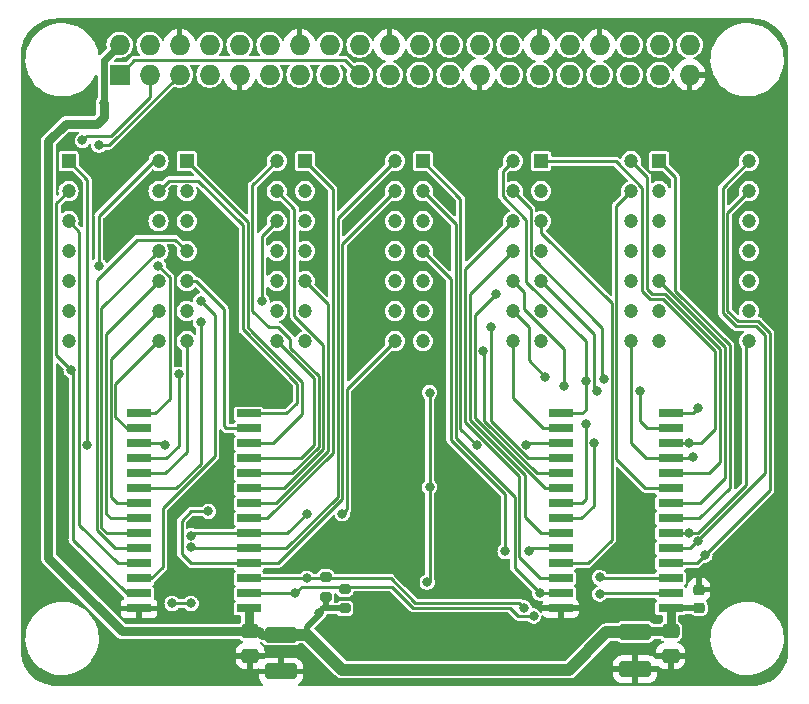
<source format=gbl>
%TF.GenerationSoftware,KiCad,Pcbnew,7.0.8*%
%TF.CreationDate,2023-11-07T21:40:39+02:00*%
%TF.ProjectId,ltp_kikad,6c74705f-6b69-46b6-9164-2e6b69636164,rev?*%
%TF.SameCoordinates,Original*%
%TF.FileFunction,Copper,L2,Bot*%
%TF.FilePolarity,Positive*%
%FSLAX46Y46*%
G04 Gerber Fmt 4.6, Leading zero omitted, Abs format (unit mm)*
G04 Created by KiCad (PCBNEW 7.0.8) date 2023-11-07 21:40:39*
%MOMM*%
%LPD*%
G01*
G04 APERTURE LIST*
G04 Aperture macros list*
%AMRoundRect*
0 Rectangle with rounded corners*
0 $1 Rounding radius*
0 $2 $3 $4 $5 $6 $7 $8 $9 X,Y pos of 4 corners*
0 Add a 4 corners polygon primitive as box body*
4,1,4,$2,$3,$4,$5,$6,$7,$8,$9,$2,$3,0*
0 Add four circle primitives for the rounded corners*
1,1,$1+$1,$2,$3*
1,1,$1+$1,$4,$5*
1,1,$1+$1,$6,$7*
1,1,$1+$1,$8,$9*
0 Add four rect primitives between the rounded corners*
20,1,$1+$1,$2,$3,$4,$5,0*
20,1,$1+$1,$4,$5,$6,$7,0*
20,1,$1+$1,$6,$7,$8,$9,0*
20,1,$1+$1,$8,$9,$2,$3,0*%
G04 Aperture macros list end*
%TA.AperFunction,ComponentPad*%
%ADD10R,1.200000X1.200000*%
%TD*%
%TA.AperFunction,ComponentPad*%
%ADD11C,1.200000*%
%TD*%
%TA.AperFunction,ComponentPad*%
%ADD12R,1.727200X1.727200*%
%TD*%
%TA.AperFunction,ComponentPad*%
%ADD13O,1.727200X1.727200*%
%TD*%
%TA.AperFunction,SMDPad,CuDef*%
%ADD14R,2.100000X0.650000*%
%TD*%
%TA.AperFunction,SMDPad,CuDef*%
%ADD15RoundRect,0.250000X-0.475000X0.337500X-0.475000X-0.337500X0.475000X-0.337500X0.475000X0.337500X0*%
%TD*%
%TA.AperFunction,SMDPad,CuDef*%
%ADD16RoundRect,0.200000X-0.275000X0.200000X-0.275000X-0.200000X0.275000X-0.200000X0.275000X0.200000X0*%
%TD*%
%TA.AperFunction,SMDPad,CuDef*%
%ADD17RoundRect,0.250000X1.100000X-0.412500X1.100000X0.412500X-1.100000X0.412500X-1.100000X-0.412500X0*%
%TD*%
%TA.AperFunction,SMDPad,CuDef*%
%ADD18RoundRect,0.225000X0.250000X-0.225000X0.250000X0.225000X-0.250000X0.225000X-0.250000X-0.225000X0*%
%TD*%
%TA.AperFunction,ViaPad*%
%ADD19C,0.800000*%
%TD*%
%TA.AperFunction,Conductor*%
%ADD20C,0.250000*%
%TD*%
%TA.AperFunction,Conductor*%
%ADD21C,0.800000*%
%TD*%
%TA.AperFunction,Conductor*%
%ADD22C,0.500000*%
%TD*%
%TA.AperFunction,Conductor*%
%ADD23C,0.600000*%
%TD*%
%TA.AperFunction,Conductor*%
%ADD24C,1.000000*%
%TD*%
G04 APERTURE END LIST*
D10*
%TO.P,DS6,1,ANODE_COLUMN_2*%
%TO.N,2_an3*%
X173017000Y-65150000D03*
D11*
%TO.P,DS6,2,CATHODE_ROW_1*%
%TO.N,2_ca0*%
X173017000Y-67690000D03*
%TO.P,DS6,3,CATHODE_ROW_3*%
%TO.N,2_ca2*%
X173017000Y-70230000D03*
%TO.P,DS6,4,CATHODE_ROW_4*%
%TO.N,2_ca3*%
X173017000Y-72770000D03*
%TO.P,DS6,5,ANODE_COLUMN_1*%
%TO.N,2_an4*%
X173017000Y-75310000D03*
%TO.P,DS6,6,NO_PIN*%
%TO.N,unconnected-(DS6-NO_PIN-Pad6)*%
X173017000Y-77850000D03*
%TO.P,DS6,7,ANODE_DECIMAL_POINT*%
%TO.N,2_an14*%
X173017000Y-80390000D03*
%TO.P,DS6,8,ANODE_COLUMN_3*%
%TO.N,2_an2*%
X180637000Y-80390000D03*
%TO.P,DS6,9,CATHODE_ROW_7*%
%TO.N,2_ca7*%
X180637000Y-77850000D03*
%TO.P,DS6,10,CATHODE_ROW_6*%
%TO.N,2_ca5*%
X180637000Y-75310000D03*
%TO.P,DS6,11,CATHODE__ROW_5*%
%TO.N,2_ca4*%
X180637000Y-72770000D03*
%TO.P,DS6,12,CAATHODE_ROW_2*%
%TO.N,2_ca1*%
X180637000Y-70230000D03*
%TO.P,DS6,13,ANODE_COLUMN_5*%
%TO.N,2_an0*%
X180637000Y-67690000D03*
%TO.P,DS6,14,ANODE_COLUMN_4*%
%TO.N,2_an1*%
X180637000Y-65150000D03*
%TD*%
D10*
%TO.P,DS3,1,ANODE_COLUMN_2*%
%TO.N,an3*%
X143017000Y-65149600D03*
D11*
%TO.P,DS3,2,CATHODE_ROW_1*%
%TO.N,ca0*%
X143017000Y-67689600D03*
%TO.P,DS3,3,CATHODE_ROW_3*%
%TO.N,ca2*%
X143017000Y-70229600D03*
%TO.P,DS3,4,CATHODE_ROW_4*%
%TO.N,ca3*%
X143017000Y-72769600D03*
%TO.P,DS3,5,ANODE_COLUMN_1*%
%TO.N,an4*%
X143017000Y-75309600D03*
%TO.P,DS3,6,NO_PIN*%
%TO.N,unconnected-(DS3-NO_PIN-Pad6)*%
X143017000Y-77849600D03*
%TO.P,DS3,7,ANODE_DECIMAL_POINT*%
%TO.N,an14*%
X143017000Y-80389600D03*
%TO.P,DS3,8,ANODE_COLUMN_3*%
%TO.N,an2*%
X150637000Y-80389600D03*
%TO.P,DS3,9,CATHODE_ROW_7*%
%TO.N,ca7*%
X150637000Y-77849600D03*
%TO.P,DS3,10,CATHODE_ROW_6*%
%TO.N,ca5*%
X150637000Y-75309600D03*
%TO.P,DS3,11,CATHODE__ROW_5*%
%TO.N,ca4*%
X150637000Y-72769600D03*
%TO.P,DS3,12,CAATHODE_ROW_2*%
%TO.N,ca1*%
X150637000Y-70229600D03*
%TO.P,DS3,13,ANODE_COLUMN_5*%
%TO.N,an0*%
X150637000Y-67689600D03*
%TO.P,DS3,14,ANODE_COLUMN_4*%
%TO.N,an1*%
X150637000Y-65149600D03*
%TD*%
D10*
%TO.P,DS5,1,ANODE_COLUMN_2*%
%TO.N,2_an8*%
X163017000Y-65150000D03*
D11*
%TO.P,DS5,2,CATHODE_ROW_1*%
%TO.N,2_ca0*%
X163017000Y-67690000D03*
%TO.P,DS5,3,CATHODE_ROW_3*%
%TO.N,2_ca2*%
X163017000Y-70230000D03*
%TO.P,DS5,4,CATHODE_ROW_4*%
%TO.N,2_ca3*%
X163017000Y-72770000D03*
%TO.P,DS5,5,ANODE_COLUMN_1*%
%TO.N,2_an9*%
X163017000Y-75310000D03*
%TO.P,DS5,6,NO_PIN*%
%TO.N,unconnected-(DS5-NO_PIN-Pad6)*%
X163017000Y-77850000D03*
%TO.P,DS5,7,ANODE_DECIMAL_POINT*%
%TO.N,2_an15*%
X163017000Y-80390000D03*
%TO.P,DS5,8,ANODE_COLUMN_3*%
%TO.N,2_an7*%
X170637000Y-80390000D03*
%TO.P,DS5,9,CATHODE_ROW_7*%
%TO.N,2_ca7*%
X170637000Y-77850000D03*
%TO.P,DS5,10,CATHODE_ROW_6*%
%TO.N,2_ca5*%
X170637000Y-75310000D03*
%TO.P,DS5,11,CATHODE__ROW_5*%
%TO.N,2_ca4*%
X170637000Y-72770000D03*
%TO.P,DS5,12,CAATHODE_ROW_2*%
%TO.N,2_ca1*%
X170637000Y-70230000D03*
%TO.P,DS5,13,ANODE_COLUMN_5*%
%TO.N,2_an5*%
X170637000Y-67690000D03*
%TO.P,DS5,14,ANODE_COLUMN_4*%
%TO.N,2_an6*%
X170637000Y-65150000D03*
%TD*%
D10*
%TO.P,DS2,1,ANODE_COLUMN_2*%
%TO.N,an8*%
X133017000Y-65150000D03*
D11*
%TO.P,DS2,2,CATHODE_ROW_1*%
%TO.N,ca0*%
X133017000Y-67690000D03*
%TO.P,DS2,3,CATHODE_ROW_3*%
%TO.N,ca2*%
X133017000Y-70230000D03*
%TO.P,DS2,4,CATHODE_ROW_4*%
%TO.N,ca3*%
X133017000Y-72770000D03*
%TO.P,DS2,5,ANODE_COLUMN_1*%
%TO.N,an9*%
X133017000Y-75310000D03*
%TO.P,DS2,6,NO_PIN*%
%TO.N,unconnected-(DS2-NO_PIN-Pad6)*%
X133017000Y-77850000D03*
%TO.P,DS2,7,ANODE_DECIMAL_POINT*%
%TO.N,an15*%
X133017000Y-80390000D03*
%TO.P,DS2,8,ANODE_COLUMN_3*%
%TO.N,an7*%
X140637000Y-80390000D03*
%TO.P,DS2,9,CATHODE_ROW_7*%
%TO.N,ca7*%
X140637000Y-77850000D03*
%TO.P,DS2,10,CATHODE_ROW_6*%
%TO.N,ca5*%
X140637000Y-75310000D03*
%TO.P,DS2,11,CATHODE__ROW_5*%
%TO.N,ca4*%
X140637000Y-72770000D03*
%TO.P,DS2,12,CAATHODE_ROW_2*%
%TO.N,ca1*%
X140637000Y-70230000D03*
%TO.P,DS2,13,ANODE_COLUMN_5*%
%TO.N,an5*%
X140637000Y-67690000D03*
%TO.P,DS2,14,ANODE_COLUMN_4*%
%TO.N,an6*%
X140637000Y-65150000D03*
%TD*%
D10*
%TO.P,DS1,1,ANODE_COLUMN_2*%
%TO.N,an13*%
X123017000Y-65150000D03*
D11*
%TO.P,DS1,2,CATHODE_ROW_1*%
%TO.N,ca0*%
X123017000Y-67690000D03*
%TO.P,DS1,3,CATHODE_ROW_3*%
%TO.N,ca2*%
X123017000Y-70230000D03*
%TO.P,DS1,4,CATHODE_ROW_4*%
%TO.N,ca3*%
X123017000Y-72770000D03*
%TO.P,DS1,5,ANODE_COLUMN_1*%
%TO.N,an14*%
X123017000Y-75310000D03*
%TO.P,DS1,6,NO_PIN*%
%TO.N,unconnected-(DS1-NO_PIN-Pad6)*%
X123017000Y-77850000D03*
%TO.P,DS1,7,ANODE_DECIMAL_POINT*%
%TO.N,an15*%
X123017000Y-80390000D03*
%TO.P,DS1,8,ANODE_COLUMN_3*%
%TO.N,an12*%
X130637000Y-80390000D03*
%TO.P,DS1,9,CATHODE_ROW_7*%
%TO.N,ca6*%
X130637000Y-77850000D03*
%TO.P,DS1,10,CATHODE_ROW_6*%
%TO.N,ca5*%
X130637000Y-75310000D03*
%TO.P,DS1,11,CATHODE__ROW_5*%
%TO.N,ca4*%
X130637000Y-72770000D03*
%TO.P,DS1,12,CAATHODE_ROW_2*%
%TO.N,ca1*%
X130637000Y-70230000D03*
%TO.P,DS1,13,ANODE_COLUMN_5*%
%TO.N,an10*%
X130637000Y-67690000D03*
%TO.P,DS1,14,ANODE_COLUMN_4*%
%TO.N,an11*%
X130637000Y-65150000D03*
%TD*%
D12*
%TO.P,J1,1,3.3V*%
%TO.N,+3V3*%
X127330000Y-57840000D03*
D13*
%TO.P,J1,2,5V*%
%TO.N,+5V*%
X127330000Y-55300000D03*
%TO.P,J1,3,BCM2_SDA*%
%TO.N,SDA*%
X129870000Y-57840000D03*
%TO.P,J1,4,5V*%
%TO.N,+5V*%
X129870000Y-55300000D03*
%TO.P,J1,5,BCM3_SCL*%
%TO.N,SCL*%
X132410000Y-57840000D03*
%TO.P,J1,6,GND*%
%TO.N,GND*%
X132410000Y-55300000D03*
%TO.P,J1,7,BCM4_GPCLK0*%
%TO.N,unconnected-(J1-BCM4_GPCLK0-Pad7)*%
X134950000Y-57840000D03*
%TO.P,J1,8,BCM14_TXD*%
%TO.N,unconnected-(J1-BCM14_TXD-Pad8)*%
X134950000Y-55300000D03*
%TO.P,J1,9,GND*%
%TO.N,GND*%
X137490000Y-57840000D03*
%TO.P,J1,10,BCM15_RXD*%
%TO.N,unconnected-(J1-BCM15_RXD-Pad10)*%
X137490000Y-55300000D03*
%TO.P,J1,11,BCM17*%
%TO.N,unconnected-(J1-BCM17-Pad11)*%
X140030000Y-57840000D03*
%TO.P,J1,12,BCM18_PCM_C*%
%TO.N,unconnected-(J1-BCM18_PCM_C-Pad12)*%
X140030000Y-55300000D03*
%TO.P,J1,13,BCM27*%
%TO.N,unconnected-(J1-BCM27-Pad13)*%
X142570000Y-57840000D03*
%TO.P,J1,14,GND*%
%TO.N,GND*%
X142570000Y-55300000D03*
%TO.P,J1,15,BCM22*%
%TO.N,unconnected-(J1-BCM22-Pad15)*%
X145110000Y-57840000D03*
%TO.P,J1,16,BCM23*%
%TO.N,unconnected-(J1-BCM23-Pad16)*%
X145110000Y-55300000D03*
%TO.P,J1,17,3.3V*%
%TO.N,+3V3*%
X147650000Y-57840000D03*
%TO.P,J1,18,BCM24*%
%TO.N,unconnected-(J1-BCM24-Pad18)*%
X147650000Y-55300000D03*
%TO.P,J1,19,BCM10_MOSI*%
%TO.N,unconnected-(J1-BCM10_MOSI-Pad19)*%
X150190000Y-57840000D03*
%TO.P,J1,20,GND*%
%TO.N,GND*%
X150190000Y-55300000D03*
%TO.P,J1,21,BCM9_MISO*%
%TO.N,unconnected-(J1-BCM9_MISO-Pad21)*%
X152730000Y-57840000D03*
%TO.P,J1,22,BCM25*%
%TO.N,unconnected-(J1-BCM25-Pad22)*%
X152730000Y-55300000D03*
%TO.P,J1,23,BCM11_SCLK*%
%TO.N,unconnected-(J1-BCM11_SCLK-Pad23)*%
X155270000Y-57840000D03*
%TO.P,J1,24,BCM8_CE0*%
%TO.N,unconnected-(J1-BCM8_CE0-Pad24)*%
X155270000Y-55300000D03*
%TO.P,J1,25,GND*%
%TO.N,GND*%
X157810000Y-57840000D03*
%TO.P,J1,26,BCM7_CE1*%
%TO.N,unconnected-(J1-BCM7_CE1-Pad26)*%
X157810000Y-55300000D03*
%TO.P,J1,27,BCM0_ID_SD*%
%TO.N,unconnected-(J1-BCM0_ID_SD-Pad27)*%
X160350000Y-57840000D03*
%TO.P,J1,28,BCM1_ID_SC*%
%TO.N,unconnected-(J1-BCM1_ID_SC-Pad28)*%
X160350000Y-55300000D03*
%TO.P,J1,29,BCM5*%
%TO.N,unconnected-(J1-BCM5-Pad29)*%
X162890000Y-57840000D03*
%TO.P,J1,30,GND*%
%TO.N,GND*%
X162890000Y-55300000D03*
%TO.P,J1,31,BCM6*%
%TO.N,unconnected-(J1-BCM6-Pad31)*%
X165430000Y-57840000D03*
%TO.P,J1,32,BCM12_PWM0*%
%TO.N,unconnected-(J1-BCM12_PWM0-Pad32)*%
X165430000Y-55300000D03*
%TO.P,J1,33,BCM13_PWM1*%
%TO.N,unconnected-(J1-BCM13_PWM1-Pad33)*%
X167970000Y-57840000D03*
%TO.P,J1,34,GND*%
%TO.N,GND*%
X167970000Y-55300000D03*
%TO.P,J1,35,BCM19_MISO_PCM_FS*%
%TO.N,unconnected-(J1-BCM19_MISO_PCM_FS-Pad35)*%
X170510000Y-57840000D03*
%TO.P,J1,36,BCM16*%
%TO.N,unconnected-(J1-BCM16-Pad36)*%
X170510000Y-55300000D03*
%TO.P,J1,37,BCM26*%
%TO.N,unconnected-(J1-BCM26-Pad37)*%
X173050000Y-57840000D03*
%TO.P,J1,38,BCM20_MOSI_PCM_DI*%
%TO.N,unconnected-(J1-BCM20_MOSI_PCM_DI-Pad38)*%
X173050000Y-55300000D03*
%TO.P,J1,39,GND*%
%TO.N,GND*%
X175590000Y-57840000D03*
%TO.P,J1,40,BCM21_SCLK_PCM_DO*%
%TO.N,unconnected-(J1-BCM21_SCLK_PCM_DO-Pad40)*%
X175590000Y-55300000D03*
%TD*%
D10*
%TO.P,DS4,1,ANODE_COLUMN_2*%
%TO.N,2_an13*%
X153017000Y-65149600D03*
D11*
%TO.P,DS4,2,CATHODE_ROW_1*%
%TO.N,2_ca0*%
X153017000Y-67689600D03*
%TO.P,DS4,3,CATHODE_ROW_3*%
%TO.N,2_ca2*%
X153017000Y-70229600D03*
%TO.P,DS4,4,CATHODE_ROW_4*%
%TO.N,2_ca3*%
X153017000Y-72769600D03*
%TO.P,DS4,5,ANODE_COLUMN_1*%
%TO.N,2_an14*%
X153017000Y-75309600D03*
%TO.P,DS4,6,NO_PIN*%
%TO.N,unconnected-(DS4-NO_PIN-Pad6)*%
X153017000Y-77849600D03*
%TO.P,DS4,7,ANODE_DECIMAL_POINT*%
%TO.N,2_an15*%
X153017000Y-80389600D03*
%TO.P,DS4,8,ANODE_COLUMN_3*%
%TO.N,2_an12*%
X160637000Y-80389600D03*
%TO.P,DS4,9,CATHODE_ROW_7*%
%TO.N,2_ca6*%
X160637000Y-77849600D03*
%TO.P,DS4,10,CATHODE_ROW_6*%
%TO.N,2_ca5*%
X160637000Y-75309600D03*
%TO.P,DS4,11,CATHODE__ROW_5*%
%TO.N,2_ca4*%
X160637000Y-72769600D03*
%TO.P,DS4,12,CAATHODE_ROW_2*%
%TO.N,2_ca1*%
X160637000Y-70229600D03*
%TO.P,DS4,13,ANODE_COLUMN_5*%
%TO.N,2_an10*%
X160637000Y-67689600D03*
%TO.P,DS4,14,ANODE_COLUMN_4*%
%TO.N,2_an11*%
X160637000Y-65149600D03*
%TD*%
D14*
%TO.P,IC1,1,VSS*%
%TO.N,GND*%
X128987000Y-103030000D03*
%TO.P,IC1,2,COM0/AD*%
%TO.N,ca0*%
X128987000Y-101760000D03*
%TO.P,IC1,3,COM1/KS0*%
%TO.N,ca1*%
X128987000Y-100490000D03*
%TO.P,IC1,4,COM2/KS1*%
%TO.N,ca2*%
X128987000Y-99220000D03*
%TO.P,IC1,5,COM3/KS2*%
%TO.N,ca3*%
X128987000Y-97950000D03*
%TO.P,IC1,6,COM4*%
%TO.N,ca4*%
X128987000Y-96680000D03*
%TO.P,IC1,7,COM5*%
%TO.N,ca5*%
X128987000Y-95410000D03*
%TO.P,IC1,8,COM6*%
%TO.N,ca6*%
X128987000Y-94140000D03*
%TO.P,IC1,9,COM7*%
%TO.N,ca7*%
X128987000Y-92870000D03*
%TO.P,IC1,10,ROW15/K13/INT*%
%TO.N,an15*%
X128987000Y-91600000D03*
%TO.P,IC1,11,ROW14/K12*%
%TO.N,an14*%
X128987000Y-90330000D03*
%TO.P,IC1,12,ROW13/K11*%
%TO.N,an13*%
X128987000Y-89060000D03*
%TO.P,IC1,13,ROW12/K10*%
%TO.N,an12*%
X128987000Y-87790000D03*
%TO.P,IC1,14,ROW11/K9*%
%TO.N,an11*%
X128987000Y-86520000D03*
%TO.P,IC1,15,ROW10/K8*%
%TO.N,an10*%
X138287000Y-86520000D03*
%TO.P,IC1,16,ROW9/K7*%
%TO.N,an9*%
X138287000Y-87790000D03*
%TO.P,IC1,17,ROW8/K6*%
%TO.N,an8*%
X138287000Y-89060000D03*
%TO.P,IC1,18,ROW7/K5*%
%TO.N,an7*%
X138287000Y-90330000D03*
%TO.P,IC1,19,ROW6/K4*%
%TO.N,an6*%
X138287000Y-91600000D03*
%TO.P,IC1,20,ROW5/K3*%
%TO.N,an5*%
X138287000Y-92870000D03*
%TO.P,IC1,21,ROW4/K2*%
%TO.N,an4*%
X138287000Y-94140000D03*
%TO.P,IC1,22,ROW3/K1*%
%TO.N,an3*%
X138287000Y-95410000D03*
%TO.P,IC1,23,ROW2/A0*%
%TO.N,an2*%
X138287000Y-96680000D03*
%TO.P,IC1,24,ROW1/A1*%
%TO.N,an1*%
X138287000Y-97950000D03*
%TO.P,IC1,25,ROW0/A2*%
%TO.N,an0*%
X138287000Y-99220000D03*
%TO.P,IC1,26,SCL*%
%TO.N,5vSCL*%
X138287000Y-100490000D03*
%TO.P,IC1,27,SDA*%
%TO.N,5vSDA*%
X138287000Y-101760000D03*
%TO.P,IC1,28,VDD*%
%TO.N,+5V*%
X138287000Y-103030000D03*
%TD*%
D15*
%TO.P,C5,1*%
%TO.N,+5V*%
X173987000Y-104962500D03*
%TO.P,C5,2*%
%TO.N,GND*%
X173987000Y-107037500D03*
%TD*%
D16*
%TO.P,R18,1*%
%TO.N,5vSDA*%
X146387000Y-101375000D03*
%TO.P,R18,2*%
%TO.N,+5V*%
X146387000Y-103025000D03*
%TD*%
%TO.P,R17,1*%
%TO.N,5vSCL*%
X144787000Y-100375000D03*
%TO.P,R17,2*%
%TO.N,+5V*%
X144787000Y-102025000D03*
%TD*%
D17*
%TO.P,C2,1*%
%TO.N,GND*%
X170987000Y-108162500D03*
%TO.P,C2,2*%
%TO.N,+5V*%
X170987000Y-105037500D03*
%TD*%
D15*
%TO.P,C3,1*%
%TO.N,+5V*%
X138387000Y-104962500D03*
%TO.P,C3,2*%
%TO.N,GND*%
X138387000Y-107037500D03*
%TD*%
D17*
%TO.P,C1,1*%
%TO.N,GND*%
X140987000Y-108362500D03*
%TO.P,C1,2*%
%TO.N,+5V*%
X140987000Y-105237500D03*
%TD*%
D18*
%TO.P,C4,1*%
%TO.N,+5V*%
X176387000Y-102975000D03*
%TO.P,C4,2*%
%TO.N,GND*%
X176387000Y-101425000D03*
%TD*%
D14*
%TO.P,IC2,1,VSS*%
%TO.N,GND*%
X164687000Y-103010000D03*
%TO.P,IC2,2,COM0/AD*%
%TO.N,2_ca0*%
X164687000Y-101740000D03*
%TO.P,IC2,3,COM1/KS0*%
%TO.N,2_ca1*%
X164687000Y-100470000D03*
%TO.P,IC2,4,COM2/KS1*%
%TO.N,2_ca2*%
X164687000Y-99200000D03*
%TO.P,IC2,5,COM3/KS2*%
%TO.N,2_ca3*%
X164687000Y-97930000D03*
%TO.P,IC2,6,COM4*%
%TO.N,2_ca4*%
X164687000Y-96660000D03*
%TO.P,IC2,7,COM5*%
%TO.N,2_ca5*%
X164687000Y-95390000D03*
%TO.P,IC2,8,COM6*%
%TO.N,2_ca6*%
X164687000Y-94120000D03*
%TO.P,IC2,9,COM7*%
%TO.N,2_ca7*%
X164687000Y-92850000D03*
%TO.P,IC2,10,ROW15/K13/INT*%
%TO.N,2_an15*%
X164687000Y-91580000D03*
%TO.P,IC2,11,ROW14/K12*%
%TO.N,2_an14*%
X164687000Y-90310000D03*
%TO.P,IC2,12,ROW13/K11*%
%TO.N,2_an13*%
X164687000Y-89040000D03*
%TO.P,IC2,13,ROW12/K10*%
%TO.N,2_an12*%
X164687000Y-87770000D03*
%TO.P,IC2,14,ROW11/K9*%
%TO.N,2_an11*%
X164687000Y-86500000D03*
%TO.P,IC2,15,ROW10/K8*%
%TO.N,2_an10*%
X173987000Y-86500000D03*
%TO.P,IC2,16,ROW9/K7*%
%TO.N,2_an9*%
X173987000Y-87770000D03*
%TO.P,IC2,17,ROW8/K6*%
%TO.N,2_an8*%
X173987000Y-89040000D03*
%TO.P,IC2,18,ROW7/K5*%
%TO.N,2_an7*%
X173987000Y-90310000D03*
%TO.P,IC2,19,ROW6/K4*%
%TO.N,2_an6*%
X173987000Y-91580000D03*
%TO.P,IC2,20,ROW5/K3*%
%TO.N,2_an5*%
X173987000Y-92850000D03*
%TO.P,IC2,21,ROW4/K2*%
%TO.N,2_an4*%
X173987000Y-94120000D03*
%TO.P,IC2,22,ROW3/K1*%
%TO.N,2_an3*%
X173987000Y-95390000D03*
%TO.P,IC2,23,ROW2/A0*%
%TO.N,2_an2*%
X173987000Y-96660000D03*
%TO.P,IC2,24,ROW1/A1*%
%TO.N,2_an1*%
X173987000Y-97930000D03*
%TO.P,IC2,25,ROW0/A2*%
%TO.N,2_an0*%
X173987000Y-99200000D03*
%TO.P,IC2,26,SCL*%
%TO.N,5vSCL*%
X173987000Y-100470000D03*
%TO.P,IC2,27,SDA*%
%TO.N,5vSDA*%
X173987000Y-101740000D03*
%TO.P,IC2,28,VDD*%
%TO.N,+5V*%
X173987000Y-103010000D03*
%TD*%
D19*
%TO.N,2_an13*%
X157587006Y-89200000D03*
X161787000Y-89200000D03*
%TO.N,2_ca0*%
X162927000Y-101740000D03*
%TO.N,2_ca3*%
X161987000Y-98200000D03*
X159987000Y-98200000D03*
%TO.N,2_an14*%
X158787000Y-79200000D03*
%TO.N,2_an15*%
X158112500Y-81264600D03*
%TO.N,2_ca6*%
X166787000Y-87400000D03*
X163387000Y-83400000D03*
%TO.N,2_ca5*%
X167461500Y-89000000D03*
X164987000Y-84200000D03*
%TO.N,2_an10*%
X168312000Y-83600000D03*
X176329630Y-86057370D03*
%TO.N,2_an11*%
X166787000Y-83800000D03*
%TO.N,2_an8*%
X175587000Y-89000000D03*
%TO.N,2_an9*%
X167787000Y-84600000D03*
X171387000Y-84637438D03*
%TO.N,2_an7*%
X175847306Y-90185806D03*
%TO.N,2_ca7*%
X159187000Y-76400000D03*
%TO.N,2_an2*%
X175587000Y-96660000D03*
%TO.N,2_an0*%
X176887000Y-98500000D03*
%TO.N,2_an1*%
X176288512Y-97334500D03*
%TO.N,ca7*%
X134187000Y-78800000D03*
%TO.N,GND*%
X134787000Y-103000000D03*
X132787000Y-94000000D03*
X125987000Y-101200000D03*
X135787000Y-108600000D03*
X136387000Y-90200000D03*
X135787000Y-103000000D03*
X122587000Y-98200000D03*
X126387000Y-108400000D03*
X130987000Y-108400000D03*
X119787000Y-98200000D03*
X129587000Y-106000000D03*
X175987000Y-108400000D03*
X119787000Y-96800000D03*
X165587000Y-104800000D03*
X122587000Y-87000000D03*
X164787000Y-106000000D03*
X122587000Y-96800000D03*
X163987000Y-104800000D03*
X122587000Y-85600000D03*
X132587000Y-101400000D03*
%TO.N,SDA*%
X133387000Y-102600000D03*
X124187000Y-63400000D03*
X131787000Y-102600000D03*
%TO.N,ca0*%
X123237500Y-82833357D03*
%TO.N,ca1*%
X134187000Y-77000000D03*
X139387000Y-77000000D03*
%TO.N,an13*%
X131187000Y-89200000D03*
X124587000Y-89200000D03*
%TO.N,an14*%
X132342500Y-83200000D03*
%TO.N,an11*%
X125587000Y-74000000D03*
X130587000Y-74000000D03*
%TO.N,an2*%
X133387000Y-96850497D03*
X143187000Y-95000000D03*
X146187000Y-95000000D03*
%TO.N,an1*%
X133387000Y-97800000D03*
%TO.N,an0*%
X134861500Y-94800000D03*
%TO.N,sw_ks2*%
X153387000Y-100800000D03*
X153587000Y-92750000D03*
X153587000Y-84750000D03*
%TO.N,+5V*%
X125987000Y-60200000D03*
X167187000Y-106400000D03*
X144212000Y-103400000D03*
X166387000Y-107200000D03*
%TO.N,5vSCL*%
X161587000Y-103000000D03*
X143187000Y-100490000D03*
X167987000Y-100400000D03*
%TO.N,5vSDA*%
X167987000Y-101800000D03*
X162387000Y-103674500D03*
X142187000Y-101760000D03*
%TO.N,SCL*%
X125587000Y-63800000D03*
%TD*%
D20*
%TO.N,SCL*%
X125587000Y-63800000D02*
X126450000Y-63800000D01*
X126450000Y-63800000D02*
X132410000Y-57840000D01*
%TO.N,SDA*%
X124187000Y-63400000D02*
X124587000Y-63000000D01*
X124587000Y-63000000D02*
X126587000Y-63000000D01*
X126587000Y-63000000D02*
X129870000Y-59717000D01*
X129870000Y-59717000D02*
X129870000Y-57840000D01*
%TO.N,an15*%
X133017000Y-80390000D02*
X133017000Y-89770000D01*
X131187000Y-91600000D02*
X128987000Y-91600000D01*
X133017000Y-89770000D02*
X131187000Y-91600000D01*
%TO.N,2_an13*%
X161947000Y-89040000D02*
X161787000Y-89200000D01*
X153017000Y-65149600D02*
X156187000Y-68319600D01*
X156187000Y-68319600D02*
X156187000Y-87799994D01*
X156187000Y-87799994D02*
X157587006Y-89200000D01*
X164687000Y-89040000D02*
X161947000Y-89040000D01*
%TO.N,2_ca0*%
X155787000Y-88600000D02*
X155787000Y-70459600D01*
X160787000Y-93600000D02*
X155787000Y-88600000D01*
X155787000Y-70459600D02*
X153017000Y-67689600D01*
X164687000Y-101740000D02*
X162927000Y-101740000D01*
X162927000Y-101740000D02*
X160787000Y-99600000D01*
X160787000Y-99600000D02*
X160787000Y-93600000D01*
%TO.N,2_ca2*%
X163017000Y-71230000D02*
X163017000Y-70230000D01*
X166987000Y-99200000D02*
X168987000Y-97200000D01*
X168987000Y-77200000D02*
X163017000Y-71230000D01*
X168987000Y-97200000D02*
X168987000Y-77200000D01*
X164687000Y-99200000D02*
X166987000Y-99200000D01*
%TO.N,2_ca3*%
X162257000Y-97930000D02*
X164687000Y-97930000D01*
X155387000Y-88765686D02*
X155387000Y-75139600D01*
X159987000Y-98200000D02*
X159987000Y-93365686D01*
X161987000Y-98200000D02*
X162257000Y-97930000D01*
X155387000Y-75139600D02*
X153017000Y-72769600D01*
X159987000Y-93365686D02*
X155387000Y-88765686D01*
%TO.N,2_an14*%
X161942405Y-90310000D02*
X158787000Y-87154595D01*
X158787000Y-87154595D02*
X158787000Y-79200000D01*
X164687000Y-90310000D02*
X161942405Y-90310000D01*
%TO.N,2_an15*%
X158187000Y-81264600D02*
X158112500Y-81264600D01*
X158187000Y-87120281D02*
X158187000Y-81264600D01*
X164687000Y-91580000D02*
X162646719Y-91580000D01*
X162646719Y-91580000D02*
X158187000Y-87120281D01*
%TO.N,2_an12*%
X163157000Y-87770000D02*
X160637000Y-85250000D01*
X160637000Y-85250000D02*
X160637000Y-80389600D01*
X164687000Y-87770000D02*
X163157000Y-87770000D01*
%TO.N,2_ca6*%
X160637000Y-77849600D02*
X160637000Y-77850000D01*
X161987000Y-82000000D02*
X163387000Y-83400000D01*
X166787000Y-87400000D02*
X166787000Y-93800000D01*
X166787000Y-93800000D02*
X166467000Y-94120000D01*
X161987000Y-79200000D02*
X161987000Y-82000000D01*
X160637000Y-77850000D02*
X161987000Y-79200000D01*
X166467000Y-94120000D02*
X164687000Y-94120000D01*
%TO.N,2_ca5*%
X167461500Y-89000000D02*
X167461500Y-94325500D01*
X164987000Y-81057438D02*
X164987000Y-84200000D01*
X167461500Y-94325500D02*
X166397000Y-95390000D01*
X161587000Y-76259600D02*
X161587000Y-77657438D01*
X160637000Y-75309600D02*
X161587000Y-76259600D01*
X161587000Y-77657438D02*
X164987000Y-81057438D01*
X166397000Y-95390000D02*
X164687000Y-95390000D01*
%TO.N,2_ca4*%
X156987000Y-87079720D02*
X161647000Y-91739720D01*
X163047000Y-96660000D02*
X164687000Y-96660000D01*
X161647000Y-95260000D02*
X163047000Y-96660000D01*
X156987000Y-76419600D02*
X156987000Y-87079720D01*
X161647000Y-91739720D02*
X161647000Y-95260000D01*
X160637000Y-72769600D02*
X156987000Y-76419600D01*
%TO.N,2_ca1*%
X161187000Y-91845405D02*
X161187000Y-98706627D01*
X161187000Y-98706627D02*
X162950373Y-100470000D01*
X156587000Y-87245405D02*
X161187000Y-91845405D01*
X156587000Y-74279600D02*
X156587000Y-87245405D01*
X162950373Y-100470000D02*
X164687000Y-100470000D01*
X160637000Y-70229600D02*
X156587000Y-74279600D01*
%TO.N,2_an10*%
X162142000Y-73197562D02*
X168187000Y-79242562D01*
X168187000Y-79242562D02*
X168187000Y-83475000D01*
X162142000Y-69194600D02*
X162142000Y-73197562D01*
X168187000Y-83475000D02*
X168312000Y-83600000D01*
X176329630Y-86057370D02*
X175887000Y-86500000D01*
X160637000Y-67689600D02*
X162142000Y-69194600D01*
X175887000Y-86500000D02*
X173987000Y-86500000D01*
%TO.N,2_an11*%
X166487000Y-86500000D02*
X164687000Y-86500000D01*
X160637000Y-65149600D02*
X159762000Y-66024600D01*
X159762000Y-66024600D02*
X159762000Y-68117162D01*
X161742000Y-73755000D02*
X161787000Y-73800000D01*
X161787000Y-75382562D02*
X166787000Y-80382562D01*
X161742000Y-70097162D02*
X161742000Y-73755000D01*
X166787000Y-86200000D02*
X166487000Y-86500000D01*
X161787000Y-73800000D02*
X161787000Y-75382562D01*
X159762000Y-68117162D02*
X161742000Y-70097162D01*
X166787000Y-80382562D02*
X166787000Y-86200000D01*
%TO.N,2_an8*%
X173375628Y-76800000D02*
X172221315Y-76800000D01*
X173987000Y-89040000D02*
X176547000Y-89040000D01*
X177787000Y-81211372D02*
X173375628Y-76800000D01*
X171587000Y-67402562D02*
X169334438Y-65150000D01*
X171587000Y-76165685D02*
X171587000Y-67402562D01*
X172221315Y-76800000D02*
X171587000Y-76165685D01*
X177787000Y-87800000D02*
X177787000Y-81211372D01*
X176547000Y-89040000D02*
X177787000Y-87800000D01*
X169334438Y-65150000D02*
X163017000Y-65150000D01*
%TO.N,2_an9*%
X167512000Y-84325000D02*
X167787000Y-84600000D01*
X172007000Y-87770000D02*
X173987000Y-87770000D01*
X163017000Y-75310000D02*
X167512000Y-79805000D01*
X171387000Y-84637438D02*
X171387000Y-87150000D01*
X171387000Y-87150000D02*
X172007000Y-87770000D01*
X167512000Y-79805000D02*
X167512000Y-84325000D01*
%TO.N,2_an7*%
X175723112Y-90310000D02*
X173987000Y-90310000D01*
X171897000Y-90310000D02*
X170637000Y-89050000D01*
X173987000Y-90310000D02*
X171897000Y-90310000D01*
X175847306Y-90185806D02*
X175723112Y-90310000D01*
X170637000Y-89050000D02*
X170637000Y-80390000D01*
%TO.N,2_an5*%
X169387000Y-90400000D02*
X169387000Y-68940000D01*
X171837000Y-92850000D02*
X169387000Y-90400000D01*
X173987000Y-92850000D02*
X171837000Y-92850000D01*
X169387000Y-68940000D02*
X170637000Y-67690000D01*
%TO.N,2_an6*%
X178187000Y-81045686D02*
X178187000Y-90600000D01*
X171987000Y-66500000D02*
X171987000Y-76000000D01*
X177207000Y-91580000D02*
X173987000Y-91580000D01*
X170637000Y-65150000D02*
X171987000Y-66500000D01*
X171987000Y-76000000D02*
X172387000Y-76400000D01*
X178187000Y-90600000D02*
X177207000Y-91580000D01*
X172387000Y-76400000D02*
X173541313Y-76400000D01*
X173541313Y-76400000D02*
X178187000Y-81045686D01*
%TO.N,2_ca7*%
X164687000Y-92850000D02*
X163322966Y-92850000D01*
X163322966Y-92850000D02*
X157387000Y-86914034D01*
X157387000Y-86914034D02*
X157387000Y-78200000D01*
X157387000Y-78200000D02*
X159187000Y-76400000D01*
%TO.N,2_an3*%
X174387000Y-76114314D02*
X178987000Y-80714314D01*
X178987000Y-92800000D02*
X176397000Y-95390000D01*
X174387000Y-66520000D02*
X174387000Y-76114314D01*
X178987000Y-80714314D02*
X178987000Y-92800000D01*
X176397000Y-95390000D02*
X173987000Y-95390000D01*
X173017000Y-65150000D02*
X174387000Y-66520000D01*
%TO.N,2_an4*%
X178587000Y-80880000D02*
X178587000Y-92000000D01*
X176467000Y-94120000D02*
X173987000Y-94120000D01*
X173017000Y-75310000D02*
X178587000Y-80880000D01*
X178587000Y-92000000D02*
X176467000Y-94120000D01*
%TO.N,2_an2*%
X180387000Y-80640000D02*
X180387000Y-92600000D01*
X180387000Y-92600000D02*
X176327000Y-96660000D01*
X176327000Y-96660000D02*
X175587000Y-96660000D01*
X175587000Y-96660000D02*
X173987000Y-96660000D01*
X180637000Y-80390000D02*
X180387000Y-80640000D01*
%TO.N,2_an0*%
X182387000Y-93000000D02*
X176187000Y-99200000D01*
X178787000Y-77834314D02*
X179677686Y-78725000D01*
X178787000Y-69540000D02*
X178787000Y-77834314D01*
X176187000Y-99200000D02*
X173987000Y-99200000D01*
X179677686Y-78725000D02*
X181412000Y-78725000D01*
X181412000Y-78725000D02*
X182387000Y-79700000D01*
X180637000Y-67690000D02*
X178787000Y-69540000D01*
X182387000Y-79700000D02*
X182387000Y-93000000D01*
%TO.N,2_an1*%
X181987000Y-91565685D02*
X175622685Y-97930000D01*
X179512000Y-79125000D02*
X181246314Y-79125000D01*
X178387000Y-78000000D02*
X179512000Y-79125000D01*
X181246314Y-79125000D02*
X181987000Y-79865686D01*
X178387000Y-67400000D02*
X178387000Y-78000000D01*
X181987000Y-79865686D02*
X181987000Y-91565685D01*
X180637000Y-65150000D02*
X178387000Y-67400000D01*
X175622685Y-97930000D02*
X173987000Y-97930000D01*
%TO.N,ca7*%
X132082686Y-92870000D02*
X134187000Y-90765686D01*
X128987000Y-92870000D02*
X132082686Y-92870000D01*
X134187000Y-90765686D02*
X134187000Y-78800000D01*
%TO.N,SDA*%
X133387000Y-102600000D02*
X131787000Y-102600000D01*
%TO.N,ca0*%
X123387000Y-83000000D02*
X121987000Y-81600000D01*
X127947000Y-101760000D02*
X123387000Y-97200000D01*
X123387000Y-97200000D02*
X123387000Y-83000000D01*
X128987000Y-101760000D02*
X127947000Y-101760000D01*
X121987000Y-81600000D02*
X121987000Y-68720000D01*
X121987000Y-68720000D02*
X123017000Y-67690000D01*
%TO.N,ca1*%
X130987000Y-99540000D02*
X130987000Y-94531372D01*
X130987000Y-94531372D02*
X135387000Y-90131372D01*
X130037000Y-100490000D02*
X130987000Y-99540000D01*
X128987000Y-100490000D02*
X130037000Y-100490000D01*
X140637000Y-70230000D02*
X139387000Y-71480000D01*
X139387000Y-71480000D02*
X139387000Y-77000000D01*
X135387000Y-90131372D02*
X135387000Y-78200000D01*
X135387000Y-78200000D02*
X134187000Y-77000000D01*
%TO.N,ca2*%
X127207000Y-99220000D02*
X123912000Y-95925000D01*
X128987000Y-99220000D02*
X127207000Y-99220000D01*
X123912000Y-95925000D02*
X123912000Y-71125000D01*
X123912000Y-71125000D02*
X123017000Y-70230000D01*
%TO.N,ca3*%
X132047000Y-71800000D02*
X133017000Y-72770000D01*
X125387000Y-96400000D02*
X125387000Y-75200000D01*
X125387000Y-75200000D02*
X128787000Y-71800000D01*
X126937000Y-97950000D02*
X125387000Y-96400000D01*
X128987000Y-97950000D02*
X126937000Y-97950000D01*
X128787000Y-71800000D02*
X132047000Y-71800000D01*
%TO.N,ca4*%
X125787000Y-77620000D02*
X130637000Y-72770000D01*
X126267000Y-96680000D02*
X125787000Y-96200000D01*
X128987000Y-96680000D02*
X126267000Y-96680000D01*
X125787000Y-96200000D02*
X125787000Y-77620000D01*
%TO.N,ca5*%
X126187000Y-95000000D02*
X126187000Y-79760000D01*
X128987000Y-95410000D02*
X126597000Y-95410000D01*
X126597000Y-95410000D02*
X126187000Y-95000000D01*
X126187000Y-79760000D02*
X130637000Y-75310000D01*
%TO.N,ca6*%
X127127000Y-94140000D02*
X126587000Y-93600000D01*
X128987000Y-94140000D02*
X127127000Y-94140000D01*
X126587000Y-81900000D02*
X130637000Y-77850000D01*
X126587000Y-93600000D02*
X126587000Y-81900000D01*
%TO.N,an13*%
X124587000Y-66720000D02*
X124587000Y-89200000D01*
X128987000Y-89060000D02*
X131047000Y-89060000D01*
X123017000Y-65150000D02*
X124587000Y-66720000D01*
X131047000Y-89060000D02*
X131187000Y-89200000D01*
%TO.N,an14*%
X131257000Y-90330000D02*
X128987000Y-90330000D01*
X132342500Y-89244500D02*
X131257000Y-90330000D01*
X132342500Y-83200000D02*
X132342500Y-89244500D01*
%TO.N,an12*%
X126987000Y-84000000D02*
X130597000Y-80390000D01*
X130597000Y-80390000D02*
X130637000Y-80390000D01*
X128987000Y-87790000D02*
X127937000Y-87790000D01*
X127937000Y-87790000D02*
X126987000Y-86840000D01*
X126987000Y-86840000D02*
X126987000Y-84000000D01*
%TO.N,an10*%
X134002000Y-66815000D02*
X131512000Y-66815000D01*
X137787000Y-70600000D02*
X134002000Y-66815000D01*
X141467000Y-86520000D02*
X142387000Y-85600000D01*
X138287000Y-86520000D02*
X141467000Y-86520000D01*
X130637000Y-67850000D02*
X130637000Y-67690000D01*
X142387000Y-85600000D02*
X142387000Y-84000000D01*
X131512000Y-66815000D02*
X130637000Y-67690000D01*
X137787000Y-79400000D02*
X137787000Y-70600000D01*
X142387000Y-84000000D02*
X137787000Y-79400000D01*
%TO.N,an11*%
X131587000Y-85300000D02*
X131587000Y-75000000D01*
X130237000Y-65150000D02*
X130637000Y-65150000D01*
X131587000Y-75000000D02*
X130587000Y-74000000D01*
X125587000Y-69800000D02*
X130237000Y-65150000D01*
X131587000Y-85300000D02*
X130367000Y-86520000D01*
X130367000Y-86520000D02*
X128987000Y-86520000D01*
X125587000Y-74000000D02*
X125587000Y-69800000D01*
%TO.N,an9*%
X133805669Y-75310000D02*
X133017000Y-75310000D01*
X136187000Y-87600000D02*
X136187000Y-77691330D01*
X138287000Y-87790000D02*
X136377000Y-87790000D01*
X136377000Y-87790000D02*
X136187000Y-87600000D01*
X136187000Y-77691330D02*
X133805669Y-75310000D01*
%TO.N,an8*%
X140327000Y-89060000D02*
X142787000Y-86600000D01*
X138587000Y-79634314D02*
X138587000Y-79600000D01*
X142787000Y-86600000D02*
X142787000Y-83834314D01*
X138187000Y-79200000D02*
X138187000Y-70320000D01*
X138187000Y-70320000D02*
X133017000Y-65150000D01*
X138587000Y-79600000D02*
X138187000Y-79200000D01*
X142787000Y-83834314D02*
X138587000Y-79634314D01*
X138287000Y-89060000D02*
X140327000Y-89060000D01*
%TO.N,an7*%
X140637000Y-80390000D02*
X143787000Y-83540000D01*
X143787000Y-89200000D02*
X142657000Y-90330000D01*
X143787000Y-83540000D02*
X143787000Y-89200000D01*
X142657000Y-90330000D02*
X138287000Y-90330000D01*
%TO.N,an6*%
X140787000Y-79200000D02*
X139987000Y-79200000D01*
X141952686Y-91600000D02*
X144187000Y-89365686D01*
X138587000Y-77800000D02*
X138587000Y-67200000D01*
X141787000Y-80974314D02*
X141787000Y-80200000D01*
X141787000Y-80200000D02*
X140787000Y-79200000D01*
X139987000Y-79200000D02*
X138587000Y-77800000D01*
X138587000Y-67200000D02*
X140637000Y-65150000D01*
X144187000Y-83374314D02*
X141787000Y-80974314D01*
X144187000Y-89365686D02*
X144187000Y-83374314D01*
X138287000Y-91600000D02*
X141952686Y-91600000D01*
%TO.N,an5*%
X144587000Y-89531371D02*
X144587000Y-80722162D01*
X144587000Y-80722162D02*
X142142000Y-78277162D01*
X142142000Y-69195000D02*
X140637000Y-67690000D01*
X142142000Y-78277162D02*
X142142000Y-69195000D01*
X141248371Y-92870000D02*
X144587000Y-89531371D01*
X138287000Y-92870000D02*
X141248371Y-92870000D01*
%TO.N,an4*%
X144987000Y-77279600D02*
X144987000Y-89697057D01*
X140544057Y-94140000D02*
X138287000Y-94140000D01*
X143017000Y-75309600D02*
X144987000Y-77279600D01*
X144987000Y-89697057D02*
X140544057Y-94140000D01*
%TO.N,an3*%
X138287000Y-95410000D02*
X139839743Y-95410000D01*
X145387000Y-89862743D02*
X145387000Y-67519600D01*
X139839743Y-95410000D02*
X145387000Y-89862743D01*
X145387000Y-67519600D02*
X143017000Y-65149600D01*
%TO.N,an2*%
X133557497Y-96680000D02*
X138287000Y-96680000D01*
X141507000Y-96680000D02*
X138287000Y-96680000D01*
X146587000Y-94600000D02*
X146587000Y-84439600D01*
X146587000Y-84439600D02*
X150637000Y-80389600D01*
X143187000Y-95000000D02*
X141507000Y-96680000D01*
X146187000Y-95000000D02*
X146587000Y-94600000D01*
X133387000Y-96850497D02*
X133557497Y-96680000D01*
%TO.N,an1*%
X145787000Y-93600000D02*
X145787000Y-70000000D01*
X145787000Y-70000000D02*
X150637000Y-65150000D01*
X150637000Y-65150000D02*
X150637000Y-65149600D01*
X133387000Y-97800000D02*
X133537000Y-97950000D01*
X133537000Y-97950000D02*
X138287000Y-97950000D01*
X141437000Y-97950000D02*
X145787000Y-93600000D01*
X138287000Y-97950000D02*
X141437000Y-97950000D01*
%TO.N,an0*%
X133387000Y-94800000D02*
X132587000Y-95600000D01*
X132587000Y-95600000D02*
X132587000Y-98400000D01*
X150637000Y-67689600D02*
X146187000Y-72139600D01*
X146187000Y-93800000D02*
X140767000Y-99220000D01*
X134861500Y-94800000D02*
X133387000Y-94800000D01*
X132587000Y-98400000D02*
X133407000Y-99220000D01*
X133407000Y-99220000D02*
X138287000Y-99220000D01*
X140767000Y-99220000D02*
X138287000Y-99220000D01*
X146187000Y-72139600D02*
X146187000Y-93800000D01*
%TO.N,+3V3*%
X128570000Y-56600000D02*
X127330000Y-57840000D01*
X146410000Y-56600000D02*
X128570000Y-56600000D01*
X147650000Y-57840000D02*
X146410000Y-56600000D01*
%TO.N,sw_ks2*%
X153587000Y-100600000D02*
X153587000Y-92750000D01*
X153387000Y-100800000D02*
X153587000Y-100600000D01*
X153587000Y-92750000D02*
X153587000Y-84750000D01*
D21*
%TO.N,+5V*%
X140987000Y-105237500D02*
X139424500Y-105237500D01*
X127549500Y-104962500D02*
X121312000Y-98725000D01*
X138287000Y-103030000D02*
X138287000Y-104862500D01*
X139424500Y-105237500D02*
X139149500Y-104962500D01*
D22*
X143224500Y-104562500D02*
X143224500Y-105237500D01*
D23*
X127330000Y-55300000D02*
X126016400Y-56613600D01*
D22*
X173987000Y-103010000D02*
X176352000Y-103010000D01*
D21*
X121312000Y-63475000D02*
X122787000Y-62000000D01*
D23*
X126016400Y-56613600D02*
X126016400Y-60172782D01*
D24*
X165387000Y-108200000D02*
X146187000Y-108200000D01*
D21*
X171062000Y-104962500D02*
X170987000Y-105037500D01*
D22*
X146387000Y-103025000D02*
X144587000Y-103025000D01*
X144212000Y-103575000D02*
X143224500Y-104562500D01*
D21*
X138387000Y-104962500D02*
X127549500Y-104962500D01*
D23*
X126016400Y-60172782D02*
X125989182Y-60200000D01*
D21*
X125987000Y-61400000D02*
X125987000Y-60200000D01*
D24*
X170987000Y-105037500D02*
X168549500Y-105037500D01*
D21*
X173987000Y-103400000D02*
X173987000Y-104962500D01*
D22*
X144212000Y-103400000D02*
X144587000Y-103025000D01*
D21*
X139149500Y-104962500D02*
X138387000Y-104962500D01*
D22*
X176352000Y-103010000D02*
X176387000Y-102975000D01*
D21*
X173987000Y-104962500D02*
X171062000Y-104962500D01*
X121312000Y-98725000D02*
X121312000Y-63475000D01*
X125987000Y-60200000D02*
X125989182Y-60200000D01*
D20*
X144212000Y-103400000D02*
X144212000Y-103575000D01*
D24*
X143224500Y-105237500D02*
X140987000Y-105237500D01*
D21*
X125387000Y-62000000D02*
X125987000Y-61400000D01*
D24*
X168549500Y-105037500D02*
X165387000Y-108200000D01*
D22*
X138387000Y-103130000D02*
X138287000Y-103030000D01*
D24*
X146187000Y-108200000D02*
X143224500Y-105237500D01*
D21*
X138287000Y-104862500D02*
X138387000Y-104962500D01*
X122787000Y-62000000D02*
X125387000Y-62000000D01*
D22*
X144787000Y-102825000D02*
X144787000Y-102025000D01*
D20*
%TO.N,5vSCL*%
X161587000Y-103000000D02*
X161162000Y-102575000D01*
X143187000Y-100490000D02*
X138287000Y-100490000D01*
X152362000Y-102575000D02*
X150277000Y-100490000D01*
X167987000Y-100400000D02*
X168057000Y-100470000D01*
X168057000Y-100470000D02*
X173987000Y-100470000D01*
X161162000Y-102575000D02*
X152362000Y-102575000D01*
X150277000Y-100490000D02*
X143187000Y-100490000D01*
%TO.N,5vSDA*%
X142747000Y-101200000D02*
X142187000Y-101760000D01*
X162387000Y-103674500D02*
X161086500Y-103674500D01*
X150421314Y-101200000D02*
X142747000Y-101200000D01*
X173987000Y-101740000D02*
X168047000Y-101740000D01*
X161086500Y-103674500D02*
X160387000Y-102975000D01*
X142187000Y-101760000D02*
X138287000Y-101760000D01*
X168047000Y-101740000D02*
X167987000Y-101800000D01*
X160387000Y-102975000D02*
X152196314Y-102975000D01*
X152196314Y-102975000D02*
X150421314Y-101200000D01*
%TD*%
%TA.AperFunction,Conductor*%
%TO.N,GND*%
G36*
X122131504Y-82275542D02*
G01*
X122559733Y-82703772D01*
X122587510Y-82758288D01*
X122588007Y-82785707D01*
X122582222Y-82833354D01*
X122582222Y-82833359D01*
X122601262Y-82990173D01*
X122601263Y-82990174D01*
X122657280Y-83137880D01*
X122747015Y-83267885D01*
X122747016Y-83267886D01*
X122747017Y-83267887D01*
X122865260Y-83372640D01*
X122958509Y-83421581D01*
X123001246Y-83465364D01*
X123011500Y-83509240D01*
X123011500Y-97150789D01*
X123009393Y-97171103D01*
X123007284Y-97181164D01*
X123006633Y-97184268D01*
X123006800Y-97185604D01*
X123011120Y-97220263D01*
X123011500Y-97226391D01*
X123011500Y-97231114D01*
X123015342Y-97254140D01*
X123022134Y-97308626D01*
X123022134Y-97308627D01*
X123022135Y-97308630D01*
X123024371Y-97316144D01*
X123026935Y-97323612D01*
X123040819Y-97349267D01*
X123053055Y-97371877D01*
X123061443Y-97389034D01*
X123077176Y-97421215D01*
X123081736Y-97427601D01*
X123086579Y-97433823D01*
X123086581Y-97433826D01*
X123126971Y-97471008D01*
X126520369Y-100864407D01*
X127646686Y-101990724D01*
X127659560Y-102006577D01*
X127670378Y-102023134D01*
X127686500Y-102077285D01*
X127686500Y-102109674D01*
X127701034Y-102182740D01*
X127701034Y-102182741D01*
X127701732Y-102186246D01*
X127694541Y-102247007D01*
X127663963Y-102284814D01*
X127579815Y-102347807D01*
X127579807Y-102347815D01*
X127493647Y-102462909D01*
X127493646Y-102462911D01*
X127443403Y-102597618D01*
X127443401Y-102597629D01*
X127437000Y-102657175D01*
X127437000Y-102779999D01*
X127437001Y-102780000D01*
X130536999Y-102780000D01*
X130537000Y-102779999D01*
X130537000Y-102657175D01*
X130530853Y-102600001D01*
X131131722Y-102600001D01*
X131150762Y-102756816D01*
X131150763Y-102756818D01*
X131192944Y-102868041D01*
X131206780Y-102904523D01*
X131296515Y-103034528D01*
X131296516Y-103034529D01*
X131296517Y-103034530D01*
X131414760Y-103139283D01*
X131554635Y-103212696D01*
X131708015Y-103250500D01*
X131708018Y-103250500D01*
X131865982Y-103250500D01*
X131865985Y-103250500D01*
X132019365Y-103212696D01*
X132159240Y-103139283D01*
X132277483Y-103034530D01*
X132288712Y-103018262D01*
X132337328Y-102981112D01*
X132370188Y-102975500D01*
X132803812Y-102975500D01*
X132862003Y-102994407D01*
X132885288Y-103018262D01*
X132896515Y-103034528D01*
X132896516Y-103034529D01*
X132896517Y-103034530D01*
X133014760Y-103139283D01*
X133154635Y-103212696D01*
X133308015Y-103250500D01*
X133308018Y-103250500D01*
X133465982Y-103250500D01*
X133465985Y-103250500D01*
X133619365Y-103212696D01*
X133759240Y-103139283D01*
X133877483Y-103034530D01*
X133967220Y-102904523D01*
X134023237Y-102756818D01*
X134041396Y-102607263D01*
X134042278Y-102600001D01*
X134042278Y-102599998D01*
X134026376Y-102469034D01*
X134023237Y-102443182D01*
X133967220Y-102295477D01*
X133900972Y-102199500D01*
X133877484Y-102165471D01*
X133827413Y-102121112D01*
X133759240Y-102060717D01*
X133689302Y-102024010D01*
X133619364Y-101987303D01*
X133465987Y-101949500D01*
X133465985Y-101949500D01*
X133308015Y-101949500D01*
X133308012Y-101949500D01*
X133154635Y-101987303D01*
X133014758Y-102060718D01*
X132896515Y-102165471D01*
X132885288Y-102181738D01*
X132836672Y-102218888D01*
X132803812Y-102224500D01*
X132370188Y-102224500D01*
X132311997Y-102205593D01*
X132288712Y-102181738D01*
X132277484Y-102165471D01*
X132227413Y-102121112D01*
X132159240Y-102060717D01*
X132089302Y-102024010D01*
X132019364Y-101987303D01*
X131865987Y-101949500D01*
X131865985Y-101949500D01*
X131708015Y-101949500D01*
X131708012Y-101949500D01*
X131554635Y-101987303D01*
X131414758Y-102060718D01*
X131296515Y-102165471D01*
X131206780Y-102295476D01*
X131150763Y-102443182D01*
X131150762Y-102443183D01*
X131131722Y-102599998D01*
X131131722Y-102600001D01*
X130530853Y-102600001D01*
X130530598Y-102597629D01*
X130530596Y-102597618D01*
X130480353Y-102462911D01*
X130480352Y-102462909D01*
X130394192Y-102347815D01*
X130394187Y-102347810D01*
X130310035Y-102284813D01*
X130274783Y-102234804D01*
X130272268Y-102186244D01*
X130272964Y-102182741D01*
X130272966Y-102182740D01*
X130287500Y-102109674D01*
X130287500Y-101410326D01*
X130272966Y-101337260D01*
X130221823Y-101260718D01*
X130217602Y-101254400D01*
X130217597Y-101254395D01*
X130147136Y-101207316D01*
X130109256Y-101159267D01*
X130106853Y-101098129D01*
X130140845Y-101047254D01*
X130147136Y-101042684D01*
X130217597Y-100995604D01*
X130217597Y-100995603D01*
X130217601Y-100995601D01*
X130272966Y-100912740D01*
X130287500Y-100839674D01*
X130287500Y-100811543D01*
X130306407Y-100753352D01*
X130316490Y-100741545D01*
X131217728Y-99840308D01*
X131233574Y-99827441D01*
X131244836Y-99820084D01*
X131267118Y-99791455D01*
X131271166Y-99786870D01*
X131274520Y-99783518D01*
X131288094Y-99764504D01*
X131321809Y-99721189D01*
X131321810Y-99721185D01*
X131325543Y-99714287D01*
X131329010Y-99707198D01*
X131329485Y-99705602D01*
X131344670Y-99654596D01*
X131362500Y-99602660D01*
X131362500Y-99602655D01*
X131363790Y-99594926D01*
X131364765Y-99587095D01*
X131364768Y-99587088D01*
X131362500Y-99532244D01*
X131362500Y-94727916D01*
X131381407Y-94669725D01*
X131391490Y-94657918D01*
X135617727Y-90431680D01*
X135633577Y-90418810D01*
X135644836Y-90411456D01*
X135667121Y-90382822D01*
X135671177Y-90378230D01*
X135674520Y-90374889D01*
X135688088Y-90355885D01*
X135721809Y-90312561D01*
X135721810Y-90312555D01*
X135725542Y-90305661D01*
X135729010Y-90298570D01*
X135744670Y-90245968D01*
X135762500Y-90194032D01*
X135762500Y-90194027D01*
X135763790Y-90186298D01*
X135764765Y-90178467D01*
X135764768Y-90178460D01*
X135762500Y-90123616D01*
X135762500Y-87945544D01*
X135781407Y-87887353D01*
X135830907Y-87851389D01*
X135892093Y-87851389D01*
X135931504Y-87875541D01*
X136076686Y-88020724D01*
X136089559Y-88036576D01*
X136096916Y-88047836D01*
X136125542Y-88070116D01*
X136130139Y-88074176D01*
X136133483Y-88077520D01*
X136133486Y-88077522D01*
X136133487Y-88077523D01*
X136152486Y-88091088D01*
X136195810Y-88124809D01*
X136202717Y-88128546D01*
X136209798Y-88132008D01*
X136209801Y-88132010D01*
X136262412Y-88147673D01*
X136314340Y-88165500D01*
X136314342Y-88165500D01*
X136322109Y-88166796D01*
X136329912Y-88167769D01*
X136384770Y-88165500D01*
X136916552Y-88165500D01*
X136974743Y-88184407D01*
X136998868Y-88209499D01*
X137056397Y-88295599D01*
X137056400Y-88295602D01*
X137126864Y-88342684D01*
X137164744Y-88390734D01*
X137167146Y-88451872D01*
X137133154Y-88502746D01*
X137126864Y-88507316D01*
X137056400Y-88554397D01*
X137056397Y-88554400D01*
X137001035Y-88637257D01*
X137001033Y-88637263D01*
X136986501Y-88710315D01*
X136986500Y-88710327D01*
X136986500Y-89409672D01*
X136986501Y-89409684D01*
X137001033Y-89482736D01*
X137001035Y-89482742D01*
X137056397Y-89565599D01*
X137056400Y-89565602D01*
X137126864Y-89612684D01*
X137164744Y-89660734D01*
X137167146Y-89721872D01*
X137133154Y-89772746D01*
X137126864Y-89777316D01*
X137056400Y-89824397D01*
X137056397Y-89824400D01*
X137001035Y-89907257D01*
X137001033Y-89907263D01*
X136986501Y-89980315D01*
X136986500Y-89980327D01*
X136986500Y-90679672D01*
X136986501Y-90679684D01*
X137001033Y-90752736D01*
X137001035Y-90752742D01*
X137056397Y-90835599D01*
X137056400Y-90835602D01*
X137126864Y-90882684D01*
X137164744Y-90930734D01*
X137167146Y-90991872D01*
X137133154Y-91042746D01*
X137126864Y-91047316D01*
X137056400Y-91094397D01*
X137056397Y-91094400D01*
X137001035Y-91177257D01*
X137001033Y-91177263D01*
X136986501Y-91250315D01*
X136986500Y-91250327D01*
X136986500Y-91949672D01*
X136986501Y-91949684D01*
X137001033Y-92022736D01*
X137001035Y-92022742D01*
X137056397Y-92105599D01*
X137056400Y-92105602D01*
X137126864Y-92152684D01*
X137164744Y-92200734D01*
X137167146Y-92261872D01*
X137133154Y-92312746D01*
X137126864Y-92317316D01*
X137056400Y-92364397D01*
X137056397Y-92364400D01*
X137001035Y-92447257D01*
X137001033Y-92447263D01*
X136986501Y-92520315D01*
X136986500Y-92520327D01*
X136986500Y-93219672D01*
X136986501Y-93219684D01*
X137001033Y-93292736D01*
X137001035Y-93292742D01*
X137056397Y-93375599D01*
X137056400Y-93375602D01*
X137126864Y-93422684D01*
X137164744Y-93470734D01*
X137167146Y-93531872D01*
X137133154Y-93582746D01*
X137126864Y-93587316D01*
X137056400Y-93634397D01*
X137056397Y-93634400D01*
X137001035Y-93717257D01*
X137001033Y-93717263D01*
X136986501Y-93790315D01*
X136986500Y-93790327D01*
X136986500Y-94489672D01*
X136986501Y-94489684D01*
X137001033Y-94562736D01*
X137001035Y-94562742D01*
X137056397Y-94645599D01*
X137056400Y-94645602D01*
X137126864Y-94692684D01*
X137164744Y-94740734D01*
X137167146Y-94801872D01*
X137133154Y-94852746D01*
X137126864Y-94857316D01*
X137056400Y-94904397D01*
X137056397Y-94904400D01*
X137001035Y-94987257D01*
X137001033Y-94987263D01*
X136986501Y-95060315D01*
X136986500Y-95060327D01*
X136986500Y-95759672D01*
X136986501Y-95759684D01*
X137001033Y-95832736D01*
X137001035Y-95832742D01*
X137056397Y-95915599D01*
X137056400Y-95915602D01*
X137126864Y-95962684D01*
X137164744Y-96010734D01*
X137167146Y-96071872D01*
X137133154Y-96122746D01*
X137126864Y-96127316D01*
X137056400Y-96174397D01*
X137056397Y-96174400D01*
X136998868Y-96260501D01*
X136950818Y-96298381D01*
X136916552Y-96304500D01*
X133770850Y-96304500D01*
X133724842Y-96293160D01*
X133619364Y-96237800D01*
X133465987Y-96199997D01*
X133465985Y-96199997D01*
X133308015Y-96199997D01*
X133308012Y-96199997D01*
X133154634Y-96237801D01*
X133154633Y-96237801D01*
X133107507Y-96262535D01*
X133047195Y-96272836D01*
X132992347Y-96245719D01*
X132963913Y-96191542D01*
X132962500Y-96174875D01*
X132962500Y-95796545D01*
X132981407Y-95738354D01*
X132991496Y-95726541D01*
X133513542Y-95204496D01*
X133568059Y-95176719D01*
X133583546Y-95175500D01*
X134278312Y-95175500D01*
X134336503Y-95194407D01*
X134359788Y-95218262D01*
X134371015Y-95234528D01*
X134371016Y-95234529D01*
X134371017Y-95234530D01*
X134489260Y-95339283D01*
X134629135Y-95412696D01*
X134782515Y-95450500D01*
X134782518Y-95450500D01*
X134940482Y-95450500D01*
X134940485Y-95450500D01*
X135093865Y-95412696D01*
X135233740Y-95339283D01*
X135351983Y-95234530D01*
X135441720Y-95104523D01*
X135497737Y-94956818D01*
X135515653Y-94809267D01*
X135516778Y-94800001D01*
X135516778Y-94799998D01*
X135499887Y-94660886D01*
X135497737Y-94643182D01*
X135441720Y-94495477D01*
X135362155Y-94380207D01*
X135351984Y-94365471D01*
X135233741Y-94260718D01*
X135233740Y-94260717D01*
X135163802Y-94224010D01*
X135093864Y-94187303D01*
X134940487Y-94149500D01*
X134940485Y-94149500D01*
X134782515Y-94149500D01*
X134782512Y-94149500D01*
X134629135Y-94187303D01*
X134489258Y-94260718D01*
X134371015Y-94365471D01*
X134359788Y-94381738D01*
X134311172Y-94418888D01*
X134278312Y-94424500D01*
X133436210Y-94424500D01*
X133415895Y-94422393D01*
X133402732Y-94419633D01*
X133366732Y-94424120D01*
X133360609Y-94424500D01*
X133355882Y-94424500D01*
X133332858Y-94428342D01*
X133278374Y-94435134D01*
X133270849Y-94437374D01*
X133263387Y-94439936D01*
X133215122Y-94466055D01*
X133165786Y-94490175D01*
X133159385Y-94494745D01*
X133153175Y-94499579D01*
X133115992Y-94539970D01*
X132356270Y-95299689D01*
X132340420Y-95312561D01*
X132329166Y-95319914D01*
X132329159Y-95319920D01*
X132306884Y-95348539D01*
X132302829Y-95353131D01*
X132299485Y-95356475D01*
X132299479Y-95356483D01*
X132285905Y-95375495D01*
X132252191Y-95418810D01*
X132248447Y-95425728D01*
X132244988Y-95432802D01*
X132229329Y-95485403D01*
X132211499Y-95537340D01*
X132210209Y-95545072D01*
X132209232Y-95552915D01*
X132211500Y-95607755D01*
X132211500Y-98350789D01*
X132209393Y-98371103D01*
X132206633Y-98384266D01*
X132211120Y-98420263D01*
X132211500Y-98426391D01*
X132211500Y-98431115D01*
X132214734Y-98450499D01*
X132215342Y-98454140D01*
X132222134Y-98508626D01*
X132222134Y-98508627D01*
X132222135Y-98508630D01*
X132224371Y-98516144D01*
X132226935Y-98523612D01*
X132241613Y-98550734D01*
X132253055Y-98571877D01*
X132277174Y-98621211D01*
X132277176Y-98621215D01*
X132281736Y-98627601D01*
X132286579Y-98633823D01*
X132286581Y-98633826D01*
X132326971Y-98671008D01*
X132736613Y-99080650D01*
X133106686Y-99450723D01*
X133119559Y-99466576D01*
X133126916Y-99477836D01*
X133155542Y-99500116D01*
X133160139Y-99504176D01*
X133163482Y-99507519D01*
X133182483Y-99521085D01*
X133225811Y-99554809D01*
X133225814Y-99554810D01*
X133232712Y-99558544D01*
X133239796Y-99562006D01*
X133239801Y-99562010D01*
X133292403Y-99577670D01*
X133313364Y-99584866D01*
X133344339Y-99595500D01*
X133352076Y-99596791D01*
X133359905Y-99597766D01*
X133359912Y-99597768D01*
X133414756Y-99595500D01*
X136916552Y-99595500D01*
X136974743Y-99614407D01*
X136998868Y-99639499D01*
X137056397Y-99725599D01*
X137056400Y-99725602D01*
X137126864Y-99772684D01*
X137164744Y-99820734D01*
X137167146Y-99881872D01*
X137133154Y-99932746D01*
X137126864Y-99937316D01*
X137056400Y-99984397D01*
X137056397Y-99984400D01*
X137001035Y-100067257D01*
X137001033Y-100067263D01*
X136986501Y-100140315D01*
X136986500Y-100140327D01*
X136986500Y-100839672D01*
X136986501Y-100839684D01*
X137001033Y-100912736D01*
X137001035Y-100912742D01*
X137056397Y-100995599D01*
X137056400Y-100995602D01*
X137126864Y-101042684D01*
X137164744Y-101090734D01*
X137167146Y-101151872D01*
X137133154Y-101202746D01*
X137126864Y-101207316D01*
X137056400Y-101254397D01*
X137056397Y-101254400D01*
X137001035Y-101337257D01*
X137001033Y-101337263D01*
X136986501Y-101410315D01*
X136986500Y-101410327D01*
X136986500Y-102109672D01*
X136986501Y-102109684D01*
X137001033Y-102182736D01*
X137001035Y-102182742D01*
X137056397Y-102265599D01*
X137056400Y-102265602D01*
X137126864Y-102312684D01*
X137164744Y-102360734D01*
X137167146Y-102421872D01*
X137133154Y-102472746D01*
X137126864Y-102477316D01*
X137056400Y-102524397D01*
X137056397Y-102524400D01*
X137001035Y-102607257D01*
X137001033Y-102607263D01*
X136986501Y-102680315D01*
X136986500Y-102680327D01*
X136986500Y-103379672D01*
X136986501Y-103379684D01*
X137001033Y-103452736D01*
X137001035Y-103452742D01*
X137056397Y-103535599D01*
X137056400Y-103535602D01*
X137088153Y-103556818D01*
X137139260Y-103590966D01*
X137194808Y-103602015D01*
X137212315Y-103605498D01*
X137212320Y-103605498D01*
X137212326Y-103605500D01*
X137537500Y-103605500D01*
X137595691Y-103624407D01*
X137631655Y-103673907D01*
X137636500Y-103704500D01*
X137636500Y-104156478D01*
X137617593Y-104214669D01*
X137596830Y-104235730D01*
X137554459Y-104267449D01*
X137554454Y-104267454D01*
X137550805Y-104272328D01*
X137500799Y-104307581D01*
X137471552Y-104312000D01*
X127859954Y-104312000D01*
X127801763Y-104293093D01*
X127789950Y-104283004D01*
X126909770Y-103402824D01*
X127436999Y-103402824D01*
X127443401Y-103462370D01*
X127443403Y-103462381D01*
X127493646Y-103597088D01*
X127493647Y-103597090D01*
X127579807Y-103712184D01*
X127579815Y-103712192D01*
X127694909Y-103798352D01*
X127694911Y-103798353D01*
X127829618Y-103848596D01*
X127829629Y-103848598D01*
X127889176Y-103855000D01*
X128736999Y-103855000D01*
X128737000Y-103854999D01*
X129237000Y-103854999D01*
X129237001Y-103855000D01*
X130084824Y-103855000D01*
X130144370Y-103848598D01*
X130144381Y-103848596D01*
X130279088Y-103798353D01*
X130279090Y-103798352D01*
X130394184Y-103712192D01*
X130394192Y-103712184D01*
X130480352Y-103597090D01*
X130480353Y-103597088D01*
X130530596Y-103462381D01*
X130530598Y-103462370D01*
X130537000Y-103402824D01*
X130537000Y-103280001D01*
X130536999Y-103280000D01*
X129237001Y-103280000D01*
X129237000Y-103280001D01*
X129237000Y-103854999D01*
X128737000Y-103854999D01*
X128737000Y-103280001D01*
X128736999Y-103280000D01*
X127437001Y-103280000D01*
X127437000Y-103280001D01*
X127437000Y-103402824D01*
X127436999Y-103402824D01*
X126909770Y-103402824D01*
X121991496Y-98484550D01*
X121963719Y-98430033D01*
X121962500Y-98414546D01*
X121962500Y-82345545D01*
X121981407Y-82287354D01*
X122030907Y-82251390D01*
X122092093Y-82251390D01*
X122131504Y-82275542D01*
G37*
%TD.AperFunction*%
%TA.AperFunction,Conductor*%
G36*
X180968093Y-53072767D02*
G01*
X181100428Y-53079703D01*
X181284454Y-53090038D01*
X181289397Y-53090567D01*
X181442447Y-53114808D01*
X181605563Y-53142522D01*
X181610052Y-53143503D01*
X181763493Y-53184618D01*
X181893582Y-53222096D01*
X181919035Y-53229429D01*
X181923065Y-53230779D01*
X182072983Y-53288327D01*
X182221269Y-53349749D01*
X182224781Y-53351369D01*
X182310541Y-53395066D01*
X182368722Y-53424711D01*
X182508664Y-53502054D01*
X182511639Y-53503838D01*
X182647658Y-53592170D01*
X182647672Y-53592179D01*
X182777871Y-53684561D01*
X182780378Y-53686463D01*
X182905785Y-53788014D01*
X182907602Y-53789559D01*
X182995421Y-53868039D01*
X183025767Y-53895158D01*
X183027785Y-53897066D01*
X183141932Y-54011213D01*
X183143840Y-54013231D01*
X183249425Y-54131380D01*
X183250984Y-54133213D01*
X183352535Y-54258620D01*
X183354437Y-54261127D01*
X183446820Y-54391327D01*
X183535140Y-54527327D01*
X183536950Y-54530344D01*
X183614288Y-54670277D01*
X183687625Y-54814208D01*
X183689253Y-54817739D01*
X183750677Y-54966029D01*
X183808216Y-55115926D01*
X183809569Y-55119963D01*
X183854379Y-55275497D01*
X183895493Y-55428939D01*
X183896480Y-55433461D01*
X183924194Y-55596569D01*
X183948429Y-55749588D01*
X183948961Y-55754559D01*
X183959309Y-55938816D01*
X183966232Y-56070899D01*
X183966300Y-56073491D01*
X183966300Y-90579400D01*
X183966802Y-90584519D01*
X183969700Y-104211923D01*
X183969700Y-106527293D01*
X183966300Y-106537757D01*
X183966300Y-106570908D01*
X183966232Y-106573500D01*
X183951952Y-106845952D01*
X183949194Y-106888629D01*
X183948688Y-106893183D01*
X183924194Y-107047830D01*
X183896481Y-107210937D01*
X183895493Y-107215459D01*
X183854379Y-107368902D01*
X183809569Y-107524435D01*
X183808216Y-107528472D01*
X183750677Y-107678370D01*
X183689253Y-107826659D01*
X183687625Y-107830190D01*
X183614288Y-107974122D01*
X183536950Y-108114055D01*
X183535140Y-108117071D01*
X183446820Y-108253072D01*
X183354437Y-108383271D01*
X183352535Y-108385779D01*
X183250984Y-108511185D01*
X183249425Y-108513018D01*
X183143840Y-108631167D01*
X183141932Y-108633185D01*
X183027785Y-108747332D01*
X183025767Y-108749240D01*
X182907618Y-108854825D01*
X182905785Y-108856384D01*
X182780379Y-108957935D01*
X182777871Y-108959837D01*
X182647672Y-109052220D01*
X182511671Y-109140540D01*
X182508655Y-109142350D01*
X182368722Y-109219688D01*
X182224790Y-109293025D01*
X182221259Y-109294653D01*
X182072970Y-109356077D01*
X181923072Y-109413616D01*
X181919035Y-109414969D01*
X181763502Y-109459779D01*
X181610059Y-109500893D01*
X181605537Y-109501880D01*
X181442430Y-109529594D01*
X181289409Y-109553829D01*
X181284439Y-109554361D01*
X181100183Y-109564709D01*
X181003188Y-109569792D01*
X180968093Y-109571632D01*
X180965509Y-109571700D01*
X142573072Y-109571700D01*
X142514881Y-109552793D01*
X142478917Y-109503293D01*
X142478917Y-109442107D01*
X142514881Y-109392607D01*
X142521100Y-109388439D01*
X142555340Y-109367319D01*
X142679319Y-109243340D01*
X142771356Y-109094124D01*
X142826506Y-108927693D01*
X142837000Y-108824987D01*
X142837000Y-108612501D01*
X142836999Y-108612500D01*
X139137002Y-108612500D01*
X139137001Y-108612501D01*
X139137001Y-108824986D01*
X139147492Y-108927687D01*
X139147495Y-108927699D01*
X139202643Y-109094124D01*
X139294680Y-109243340D01*
X139418659Y-109367319D01*
X139452900Y-109388439D01*
X139492502Y-109435080D01*
X139497125Y-109496090D01*
X139465005Y-109548167D01*
X139408409Y-109571417D01*
X139400928Y-109571700D01*
X121968091Y-109571700D01*
X121965506Y-109571632D01*
X121927544Y-109569642D01*
X121833416Y-109564709D01*
X121649159Y-109554361D01*
X121644188Y-109553829D01*
X121491169Y-109529594D01*
X121328061Y-109501880D01*
X121323539Y-109500893D01*
X121170097Y-109459779D01*
X121014563Y-109414969D01*
X121010526Y-109413616D01*
X120860629Y-109356077D01*
X120712339Y-109294653D01*
X120708808Y-109293025D01*
X120564877Y-109219688D01*
X120424944Y-109142350D01*
X120421927Y-109140540D01*
X120285927Y-109052220D01*
X120155727Y-108959837D01*
X120153220Y-108957935D01*
X120027813Y-108856384D01*
X120025990Y-108854833D01*
X119914695Y-108755374D01*
X119907831Y-108749240D01*
X119905813Y-108747332D01*
X119791666Y-108633185D01*
X119789758Y-108631167D01*
X119718983Y-108551970D01*
X119684159Y-108513002D01*
X119682614Y-108511185D01*
X119581063Y-108385778D01*
X119579161Y-108383271D01*
X119486779Y-108253072D01*
X119457919Y-108208632D01*
X119398438Y-108117039D01*
X119396649Y-108114055D01*
X119319311Y-107974122D01*
X119275621Y-107888377D01*
X119245969Y-107830181D01*
X119244345Y-107826659D01*
X119232189Y-107797312D01*
X119182922Y-107678370D01*
X119125379Y-107528465D01*
X119124029Y-107524435D01*
X119102089Y-107448281D01*
X119079214Y-107368879D01*
X119038103Y-107215452D01*
X119037122Y-107210963D01*
X119009401Y-107047806D01*
X118985167Y-106894797D01*
X118984638Y-106889854D01*
X118974303Y-106705828D01*
X118967367Y-106573494D01*
X118967300Y-106570909D01*
X118967300Y-105660889D01*
X119362501Y-105660889D01*
X119392845Y-106014170D01*
X119419171Y-106144090D01*
X119463263Y-106361692D01*
X119572836Y-106698923D01*
X119613288Y-106787500D01*
X119720133Y-107021461D01*
X119720134Y-107021462D01*
X119720136Y-107021466D01*
X119834125Y-107210495D01*
X119903243Y-107325115D01*
X119903250Y-107325125D01*
X120119768Y-107605910D01*
X120119771Y-107605913D01*
X120300819Y-107792207D01*
X120366899Y-107860201D01*
X120497899Y-107967319D01*
X120625857Y-108071950D01*
X120641389Y-108084650D01*
X120641398Y-108084657D01*
X120669589Y-108102774D01*
X120939691Y-108276359D01*
X121257896Y-108432809D01*
X121591861Y-108551968D01*
X121937232Y-108632280D01*
X122289507Y-108672700D01*
X122289511Y-108672700D01*
X122555371Y-108672700D01*
X122555376Y-108672700D01*
X122820808Y-108657522D01*
X123170200Y-108597057D01*
X123510423Y-108497159D01*
X123837041Y-108359129D01*
X124145795Y-108184768D01*
X124432661Y-107976347D01*
X124432670Y-107976338D01*
X124432672Y-107976338D01*
X124611286Y-107812406D01*
X124693899Y-107736585D01*
X124926104Y-107468607D01*
X124955931Y-107424986D01*
X137162001Y-107424986D01*
X137172492Y-107527687D01*
X137172495Y-107527699D01*
X137227643Y-107694124D01*
X137319680Y-107843340D01*
X137443659Y-107967319D01*
X137592875Y-108059356D01*
X137759306Y-108114506D01*
X137862013Y-108124999D01*
X138136998Y-108124999D01*
X138137000Y-108124998D01*
X138637000Y-108124998D01*
X138637001Y-108124999D01*
X138911986Y-108124999D01*
X139014692Y-108114506D01*
X139014699Y-108114505D01*
X139050099Y-108102774D01*
X139111283Y-108102416D01*
X139127847Y-108112500D01*
X140736999Y-108112500D01*
X140737000Y-108112499D01*
X141237000Y-108112499D01*
X141237001Y-108112500D01*
X142836998Y-108112500D01*
X142836999Y-108112499D01*
X142836999Y-107900013D01*
X142826507Y-107797312D01*
X142826504Y-107797300D01*
X142771356Y-107630875D01*
X142679319Y-107481659D01*
X142555340Y-107357680D01*
X142406124Y-107265643D01*
X142239693Y-107210493D01*
X142136987Y-107200000D01*
X141237001Y-107200000D01*
X141237000Y-107200001D01*
X141237000Y-108112499D01*
X140737000Y-108112499D01*
X140737000Y-107200001D01*
X140736999Y-107200000D01*
X139837013Y-107200000D01*
X139734312Y-107210492D01*
X139734297Y-107210495D01*
X139651999Y-107237766D01*
X139645723Y-107246458D01*
X139596328Y-107282565D01*
X139565462Y-107287500D01*
X138637001Y-107287500D01*
X138637000Y-107287501D01*
X138637000Y-108124998D01*
X138137000Y-108124998D01*
X138137000Y-107287501D01*
X138136999Y-107287500D01*
X137162002Y-107287500D01*
X137162001Y-107287501D01*
X137162001Y-107424986D01*
X124955931Y-107424986D01*
X125126248Y-107175906D01*
X125291721Y-106862298D01*
X125404667Y-106572200D01*
X125420364Y-106531883D01*
X125420366Y-106531878D01*
X125420368Y-106531872D01*
X125510510Y-106188936D01*
X125553081Y-105892847D01*
X125560972Y-105837967D01*
X125560972Y-105837964D01*
X125560973Y-105837959D01*
X125571099Y-105483517D01*
X125540755Y-105130232D01*
X125470337Y-104782708D01*
X125360764Y-104445477D01*
X125213464Y-104122934D01*
X125030357Y-103819285D01*
X125014215Y-103798352D01*
X124813831Y-103538489D01*
X124813828Y-103538486D01*
X124786630Y-103510500D01*
X124566705Y-103284203D01*
X124566704Y-103284202D01*
X124566700Y-103284198D01*
X124292210Y-103059749D01*
X124292201Y-103059742D01*
X123993906Y-102868039D01*
X123774161Y-102759999D01*
X123675704Y-102711591D01*
X123341739Y-102592432D01*
X123341734Y-102592430D01*
X123341729Y-102592429D01*
X122996375Y-102512121D01*
X122996369Y-102512120D01*
X122996368Y-102512120D01*
X122644093Y-102471700D01*
X122378224Y-102471700D01*
X122212329Y-102481186D01*
X122112789Y-102486878D01*
X121763401Y-102547342D01*
X121423173Y-102647242D01*
X121096557Y-102785271D01*
X120787803Y-102959633D01*
X120650016Y-103059742D01*
X120500939Y-103168053D01*
X120500936Y-103168055D01*
X120500930Y-103168060D01*
X120500927Y-103168061D01*
X120239706Y-103407809D01*
X120239696Y-103407820D01*
X120007505Y-103675782D01*
X120007498Y-103675790D01*
X119807351Y-103968495D01*
X119641882Y-104282094D01*
X119641878Y-104282103D01*
X119513235Y-104612516D01*
X119513233Y-104612521D01*
X119423089Y-104955466D01*
X119423088Y-104955473D01*
X119372627Y-105306432D01*
X119372627Y-105306435D01*
X119369740Y-105407483D01*
X119362597Y-105657546D01*
X119362501Y-105660889D01*
X118967300Y-105660889D01*
X118967300Y-56660889D01*
X119362501Y-56660889D01*
X119392845Y-57014170D01*
X119411269Y-57105093D01*
X119463263Y-57361692D01*
X119572836Y-57698923D01*
X119603908Y-57766961D01*
X119720133Y-58021461D01*
X119720134Y-58021462D01*
X119720136Y-58021466D01*
X119897956Y-58316347D01*
X119903243Y-58325115D01*
X119903250Y-58325125D01*
X120119768Y-58605910D01*
X120119771Y-58605913D01*
X120348795Y-58841573D01*
X120366899Y-58860201D01*
X120481733Y-58954100D01*
X120641395Y-59084655D01*
X120939691Y-59276359D01*
X121257896Y-59432809D01*
X121591861Y-59551968D01*
X121937232Y-59632280D01*
X122289507Y-59672700D01*
X122289511Y-59672700D01*
X122555371Y-59672700D01*
X122555376Y-59672700D01*
X122820808Y-59657522D01*
X123170200Y-59597057D01*
X123510423Y-59497159D01*
X123837041Y-59359129D01*
X124145795Y-59184768D01*
X124432661Y-58976347D01*
X124432670Y-58976338D01*
X124432672Y-58976338D01*
X124611286Y-58812406D01*
X124693899Y-58736585D01*
X124926104Y-58468607D01*
X125126248Y-58175906D01*
X125279341Y-57885761D01*
X125323219Y-57843119D01*
X125383782Y-57834411D01*
X125437896Y-57862964D01*
X125464892Y-57917872D01*
X125465900Y-57931961D01*
X125465900Y-59772183D01*
X125453652Y-59819880D01*
X125451091Y-59824538D01*
X125440623Y-59839942D01*
X125433399Y-59848674D01*
X125433399Y-59848675D01*
X125424691Y-59867180D01*
X125416592Y-59881261D01*
X125406780Y-59895476D01*
X125406779Y-59895477D01*
X125396194Y-59923387D01*
X125393289Y-59929678D01*
X125388302Y-59938750D01*
X125377371Y-59958633D01*
X125374551Y-59969616D01*
X125368246Y-59987130D01*
X125363420Y-59997387D01*
X125360270Y-60013896D01*
X125355595Y-60030436D01*
X125350763Y-60043178D01*
X125346754Y-60076187D01*
X125345559Y-60082533D01*
X125336500Y-60117820D01*
X125336500Y-60129153D01*
X125334746Y-60147707D01*
X125332623Y-60158829D01*
X125332623Y-60158833D01*
X125333449Y-60171965D01*
X125332923Y-60190102D01*
X125331722Y-60199998D01*
X125331722Y-60200000D01*
X125333691Y-60216219D01*
X125336139Y-60236373D01*
X125336500Y-60242345D01*
X125336500Y-61089546D01*
X125317593Y-61147737D01*
X125307504Y-61159550D01*
X125146550Y-61320504D01*
X125092033Y-61348281D01*
X125076546Y-61349500D01*
X122869746Y-61349500D01*
X122852647Y-61347612D01*
X122848702Y-61347239D01*
X122778863Y-61349435D01*
X122776797Y-61349500D01*
X122746070Y-61349500D01*
X122738207Y-61350492D01*
X122733562Y-61350858D01*
X122692252Y-61352157D01*
X122684431Y-61352403D01*
X122684428Y-61352403D01*
X122684426Y-61352404D01*
X122662156Y-61358873D01*
X122646955Y-61362021D01*
X122623942Y-61364929D01*
X122623937Y-61364930D01*
X122578230Y-61383026D01*
X122573818Y-61384537D01*
X122526607Y-61398254D01*
X122526604Y-61398255D01*
X122506639Y-61410062D01*
X122492695Y-61416893D01*
X122482216Y-61421042D01*
X122471129Y-61425432D01*
X122471128Y-61425432D01*
X122471127Y-61425433D01*
X122431350Y-61454331D01*
X122427452Y-61456891D01*
X122385134Y-61481919D01*
X122385131Y-61481921D01*
X122368732Y-61498320D01*
X122356927Y-61508402D01*
X122338166Y-61522033D01*
X122338160Y-61522039D01*
X122306828Y-61559913D01*
X122303688Y-61563363D01*
X120910531Y-62956521D01*
X120897118Y-62967267D01*
X120894059Y-62969798D01*
X120844809Y-63022244D01*
X120823092Y-63043961D01*
X120823084Y-63043970D01*
X120818227Y-63050230D01*
X120815205Y-63053767D01*
X120781552Y-63089606D01*
X120778325Y-63095476D01*
X120770377Y-63109932D01*
X120761854Y-63122908D01*
X120747637Y-63141236D01*
X120728115Y-63186349D01*
X120726063Y-63190538D01*
X120702376Y-63233625D01*
X120702374Y-63233629D01*
X120702373Y-63233632D01*
X120699921Y-63243183D01*
X120696604Y-63256099D01*
X120691574Y-63270791D01*
X120682364Y-63292074D01*
X120674674Y-63340625D01*
X120673728Y-63345193D01*
X120661501Y-63392816D01*
X120661500Y-63392825D01*
X120661500Y-63416011D01*
X120660281Y-63431500D01*
X120656653Y-63454403D01*
X120661280Y-63503356D01*
X120661500Y-63508017D01*
X120661500Y-98642254D01*
X120659612Y-98659352D01*
X120659239Y-98663297D01*
X120661500Y-98735202D01*
X120661500Y-98765924D01*
X120661499Y-98765924D01*
X120662493Y-98773792D01*
X120662858Y-98778435D01*
X120664403Y-98827568D01*
X120664404Y-98827575D01*
X120670872Y-98849841D01*
X120674021Y-98865044D01*
X120676929Y-98888059D01*
X120695027Y-98933772D01*
X120696538Y-98938184D01*
X120710255Y-98985396D01*
X120710256Y-98985399D01*
X120722061Y-99005360D01*
X120728894Y-99019308D01*
X120736802Y-99039281D01*
X120737432Y-99040871D01*
X120737433Y-99040872D01*
X120766331Y-99080650D01*
X120768891Y-99084548D01*
X120793920Y-99126866D01*
X120810318Y-99143264D01*
X120820407Y-99155077D01*
X120834037Y-99173837D01*
X120871913Y-99205171D01*
X120875365Y-99208312D01*
X127031019Y-105363965D01*
X127041780Y-105377397D01*
X127044295Y-105380438D01*
X127073096Y-105407483D01*
X127096744Y-105429690D01*
X127118465Y-105451411D01*
X127124729Y-105456270D01*
X127128261Y-105459287D01*
X127164107Y-105492948D01*
X127178137Y-105500661D01*
X127184427Y-105504119D01*
X127197409Y-105512647D01*
X127215732Y-105526860D01*
X127215735Y-105526861D01*
X127215736Y-105526862D01*
X127235388Y-105535366D01*
X127260853Y-105546386D01*
X127265045Y-105548439D01*
X127308132Y-105572127D01*
X127330606Y-105577897D01*
X127345295Y-105582927D01*
X127360341Y-105589437D01*
X127366574Y-105592135D01*
X127407744Y-105598655D01*
X127415120Y-105599824D01*
X127419689Y-105600770D01*
X127467319Y-105612999D01*
X127467323Y-105613000D01*
X127490519Y-105613000D01*
X127506005Y-105614219D01*
X127528905Y-105617846D01*
X127558352Y-105615062D01*
X127577849Y-105613220D01*
X127582510Y-105613000D01*
X137471552Y-105613000D01*
X137529743Y-105631907D01*
X137550803Y-105652669D01*
X137554454Y-105657546D01*
X137554457Y-105657548D01*
X137554458Y-105657549D01*
X137669667Y-105743795D01*
X137669668Y-105743795D01*
X137669669Y-105743796D01*
X137756011Y-105775999D01*
X137803923Y-105814048D01*
X137820321Y-105872994D01*
X137798940Y-105930322D01*
X137752553Y-105962731D01*
X137592874Y-106015643D01*
X137443659Y-106107680D01*
X137319680Y-106231659D01*
X137227643Y-106380875D01*
X137172493Y-106547306D01*
X137162000Y-106650012D01*
X137162000Y-106787499D01*
X137162001Y-106787500D01*
X139611998Y-106787500D01*
X139611999Y-106787499D01*
X139611999Y-106650013D01*
X139601507Y-106547312D01*
X139601504Y-106547300D01*
X139546356Y-106380875D01*
X139454319Y-106231659D01*
X139330339Y-106107679D01*
X139266624Y-106068379D01*
X139227023Y-106021738D01*
X139222400Y-105960728D01*
X139254521Y-105908652D01*
X139311117Y-105885402D01*
X139336092Y-105887603D01*
X139336141Y-105887219D01*
X139342322Y-105887999D01*
X139342323Y-105888000D01*
X139365513Y-105888000D01*
X139380988Y-105889217D01*
X139403905Y-105892847D01*
X139403910Y-105892846D01*
X139409238Y-105893690D01*
X139463755Y-105921466D01*
X139473007Y-105932143D01*
X139529450Y-106007541D01*
X139529454Y-106007546D01*
X139529457Y-106007548D01*
X139529458Y-106007549D01*
X139644670Y-106093797D01*
X139779511Y-106144089D01*
X139779512Y-106144089D01*
X139779517Y-106144091D01*
X139839127Y-106150500D01*
X142134872Y-106150499D01*
X142194483Y-106144091D01*
X142292109Y-106107679D01*
X142329329Y-106093797D01*
X142329329Y-106093796D01*
X142329331Y-106093796D01*
X142425588Y-106021738D01*
X142444278Y-106007747D01*
X142502193Y-105988010D01*
X142503607Y-105988000D01*
X142872624Y-105988000D01*
X142930815Y-106006907D01*
X142942628Y-106016996D01*
X145612559Y-108686926D01*
X145621965Y-108697811D01*
X145637390Y-108718530D01*
X145677830Y-108752463D01*
X145681006Y-108755374D01*
X145687226Y-108761593D01*
X145712947Y-108781930D01*
X145771781Y-108831299D01*
X145771784Y-108831300D01*
X145771786Y-108831302D01*
X145772620Y-108831720D01*
X145789594Y-108842535D01*
X145790321Y-108843110D01*
X145859942Y-108875575D01*
X145928558Y-108910036D01*
X145928560Y-108910036D01*
X145928567Y-108910040D01*
X145929468Y-108910253D01*
X145948477Y-108916861D01*
X145949038Y-108917122D01*
X145949327Y-108917257D01*
X146024562Y-108932791D01*
X146099278Y-108950500D01*
X146099279Y-108950500D01*
X146100210Y-108950500D01*
X146120229Y-108952544D01*
X146121145Y-108952734D01*
X146121145Y-108952733D01*
X146121146Y-108952734D01*
X146197918Y-108950500D01*
X165325116Y-108950500D01*
X165339463Y-108951545D01*
X165365023Y-108955289D01*
X165417624Y-108950687D01*
X165421923Y-108950500D01*
X165430701Y-108950500D01*
X165430709Y-108950500D01*
X165463275Y-108946693D01*
X165539789Y-108940000D01*
X165539789Y-108939999D01*
X165539797Y-108939999D01*
X165540687Y-108939703D01*
X165560332Y-108935348D01*
X165561255Y-108935241D01*
X165633423Y-108908974D01*
X165706334Y-108884814D01*
X165707117Y-108884330D01*
X165725245Y-108875554D01*
X165726117Y-108875237D01*
X165790283Y-108833034D01*
X165855656Y-108792712D01*
X165856308Y-108792058D01*
X165871929Y-108779333D01*
X165872696Y-108778830D01*
X165925386Y-108722981D01*
X166023381Y-108624986D01*
X169137001Y-108624986D01*
X169147492Y-108727687D01*
X169147495Y-108727699D01*
X169202643Y-108894124D01*
X169294680Y-109043340D01*
X169418659Y-109167319D01*
X169567875Y-109259356D01*
X169734306Y-109314506D01*
X169837012Y-109324999D01*
X170736998Y-109324999D01*
X170737000Y-109324998D01*
X171237000Y-109324998D01*
X171237001Y-109324999D01*
X172136986Y-109324999D01*
X172239687Y-109314507D01*
X172239699Y-109314504D01*
X172406124Y-109259356D01*
X172555340Y-109167319D01*
X172679319Y-109043340D01*
X172771356Y-108894124D01*
X172826506Y-108727693D01*
X172837000Y-108624987D01*
X172837000Y-108412501D01*
X172836999Y-108412500D01*
X171237001Y-108412500D01*
X171237000Y-108412501D01*
X171237000Y-109324998D01*
X170737000Y-109324998D01*
X170737000Y-108412501D01*
X170736999Y-108412500D01*
X169137002Y-108412500D01*
X169137001Y-108412501D01*
X169137001Y-108624986D01*
X166023381Y-108624986D01*
X166735868Y-107912499D01*
X169137000Y-107912499D01*
X169137001Y-107912500D01*
X170736999Y-107912500D01*
X170737000Y-107912499D01*
X171237000Y-107912499D01*
X171237001Y-107912500D01*
X172836998Y-107912500D01*
X172842915Y-107906583D01*
X172897432Y-107878806D01*
X172957864Y-107888377D01*
X172982923Y-107906583D01*
X173043659Y-107967319D01*
X173192875Y-108059356D01*
X173359306Y-108114506D01*
X173462013Y-108124999D01*
X173736998Y-108124999D01*
X173737000Y-108124998D01*
X174237000Y-108124998D01*
X174237001Y-108124999D01*
X174511986Y-108124999D01*
X174614687Y-108114507D01*
X174614699Y-108114504D01*
X174781124Y-108059356D01*
X174930340Y-107967319D01*
X175054319Y-107843340D01*
X175146356Y-107694124D01*
X175201506Y-107527693D01*
X175212000Y-107424987D01*
X175212000Y-107287501D01*
X175211999Y-107287500D01*
X174237001Y-107287500D01*
X174237000Y-107287501D01*
X174237000Y-108124998D01*
X173737000Y-108124998D01*
X173737000Y-107287501D01*
X173736999Y-107287500D01*
X172726168Y-107287500D01*
X172667977Y-107268593D01*
X172656164Y-107258504D01*
X172555340Y-107157680D01*
X172406124Y-107065643D01*
X172239693Y-107010493D01*
X172136987Y-107000000D01*
X171237001Y-107000000D01*
X171237000Y-107000001D01*
X171237000Y-107912499D01*
X170737000Y-107912499D01*
X170737000Y-107000001D01*
X170736999Y-107000000D01*
X169837013Y-107000000D01*
X169734312Y-107010492D01*
X169734300Y-107010495D01*
X169567875Y-107065643D01*
X169418659Y-107157680D01*
X169294680Y-107281659D01*
X169202643Y-107430875D01*
X169147493Y-107597306D01*
X169137000Y-107700012D01*
X169137000Y-107912499D01*
X166735868Y-107912499D01*
X168831371Y-105816996D01*
X168885888Y-105789219D01*
X168901375Y-105788000D01*
X169470393Y-105788000D01*
X169528584Y-105806907D01*
X169529722Y-105807747D01*
X169644670Y-105893797D01*
X169779511Y-105944089D01*
X169779512Y-105944089D01*
X169779517Y-105944091D01*
X169839127Y-105950500D01*
X172134872Y-105950499D01*
X172194483Y-105944091D01*
X172289500Y-105908652D01*
X172329329Y-105893797D01*
X172329329Y-105893796D01*
X172329331Y-105893796D01*
X172444546Y-105807546D01*
X172530796Y-105692331D01*
X172533163Y-105685983D01*
X172536364Y-105677404D01*
X172574414Y-105629489D01*
X172629122Y-105613000D01*
X173071552Y-105613000D01*
X173129743Y-105631907D01*
X173150803Y-105652669D01*
X173154454Y-105657546D01*
X173154457Y-105657548D01*
X173154458Y-105657549D01*
X173269667Y-105743795D01*
X173269668Y-105743795D01*
X173269669Y-105743796D01*
X173356011Y-105775999D01*
X173403923Y-105814048D01*
X173420321Y-105872994D01*
X173398940Y-105930322D01*
X173352553Y-105962731D01*
X173192874Y-106015643D01*
X173043659Y-106107680D01*
X172919680Y-106231659D01*
X172827643Y-106380875D01*
X172772493Y-106547306D01*
X172762000Y-106650012D01*
X172762000Y-106787499D01*
X172762001Y-106787500D01*
X175211998Y-106787500D01*
X175211999Y-106787499D01*
X175211999Y-106650013D01*
X175201507Y-106547312D01*
X175201504Y-106547300D01*
X175146356Y-106380875D01*
X175054319Y-106231659D01*
X174930340Y-106107680D01*
X174781124Y-106015643D01*
X174621447Y-105962731D01*
X174572157Y-105926479D01*
X174553589Y-105868180D01*
X174572835Y-105810100D01*
X174617988Y-105775999D01*
X174704331Y-105743796D01*
X174815080Y-105660889D01*
X177362501Y-105660889D01*
X177392845Y-106014170D01*
X177419171Y-106144090D01*
X177463263Y-106361692D01*
X177572836Y-106698923D01*
X177613288Y-106787500D01*
X177720133Y-107021461D01*
X177720134Y-107021462D01*
X177720136Y-107021466D01*
X177834125Y-107210495D01*
X177903243Y-107325115D01*
X177903250Y-107325125D01*
X178119768Y-107605910D01*
X178119771Y-107605913D01*
X178300819Y-107792207D01*
X178366899Y-107860201D01*
X178497899Y-107967319D01*
X178625857Y-108071950D01*
X178641389Y-108084650D01*
X178641398Y-108084657D01*
X178669589Y-108102774D01*
X178939691Y-108276359D01*
X179257896Y-108432809D01*
X179591861Y-108551968D01*
X179937232Y-108632280D01*
X180289507Y-108672700D01*
X180289511Y-108672700D01*
X180555371Y-108672700D01*
X180555376Y-108672700D01*
X180820808Y-108657522D01*
X181170200Y-108597057D01*
X181510423Y-108497159D01*
X181837041Y-108359129D01*
X182145795Y-108184768D01*
X182432661Y-107976347D01*
X182432670Y-107976338D01*
X182432672Y-107976338D01*
X182611286Y-107812406D01*
X182693899Y-107736585D01*
X182926104Y-107468607D01*
X183126248Y-107175906D01*
X183291721Y-106862298D01*
X183404667Y-106572200D01*
X183420364Y-106531883D01*
X183420366Y-106531878D01*
X183420368Y-106531872D01*
X183510510Y-106188936D01*
X183553081Y-105892847D01*
X183560972Y-105837967D01*
X183560972Y-105837964D01*
X183560973Y-105837959D01*
X183571099Y-105483517D01*
X183540755Y-105130232D01*
X183470337Y-104782708D01*
X183360764Y-104445477D01*
X183213464Y-104122934D01*
X183030357Y-103819285D01*
X183014215Y-103798352D01*
X182813831Y-103538489D01*
X182813828Y-103538486D01*
X182786630Y-103510500D01*
X182566705Y-103284203D01*
X182566704Y-103284202D01*
X182566700Y-103284198D01*
X182292210Y-103059749D01*
X182292201Y-103059742D01*
X181993906Y-102868039D01*
X181774161Y-102759999D01*
X181675704Y-102711591D01*
X181341739Y-102592432D01*
X181341734Y-102592430D01*
X181341729Y-102592429D01*
X180996375Y-102512121D01*
X180996369Y-102512120D01*
X180996368Y-102512120D01*
X180644093Y-102471700D01*
X180378224Y-102471700D01*
X180212329Y-102481186D01*
X180112789Y-102486878D01*
X179763401Y-102547342D01*
X179423173Y-102647242D01*
X179096557Y-102785271D01*
X178787803Y-102959633D01*
X178650016Y-103059742D01*
X178500939Y-103168053D01*
X178500936Y-103168055D01*
X178500930Y-103168060D01*
X178500927Y-103168061D01*
X178239706Y-103407809D01*
X178239696Y-103407820D01*
X178007505Y-103675782D01*
X178007498Y-103675790D01*
X177807351Y-103968495D01*
X177641882Y-104282094D01*
X177641878Y-104282103D01*
X177513235Y-104612516D01*
X177513233Y-104612521D01*
X177423089Y-104955466D01*
X177423088Y-104955473D01*
X177372627Y-105306432D01*
X177372627Y-105306435D01*
X177369740Y-105407483D01*
X177362597Y-105657546D01*
X177362501Y-105660889D01*
X174815080Y-105660889D01*
X174819546Y-105657546D01*
X174905796Y-105542331D01*
X174911567Y-105526860D01*
X174956089Y-105407488D01*
X174956088Y-105407488D01*
X174956091Y-105407483D01*
X174962500Y-105347873D01*
X174962499Y-104577128D01*
X174956091Y-104517517D01*
X174934140Y-104458662D01*
X174905797Y-104382670D01*
X174819549Y-104267458D01*
X174819548Y-104267457D01*
X174819546Y-104267454D01*
X174819541Y-104267450D01*
X174704333Y-104181204D01*
X174701897Y-104180296D01*
X174700199Y-104178947D01*
X174698121Y-104177813D01*
X174698317Y-104177453D01*
X174653985Y-104142242D01*
X174637500Y-104087540D01*
X174637500Y-103684500D01*
X174656407Y-103626309D01*
X174705907Y-103590345D01*
X174736500Y-103585500D01*
X175061673Y-103585500D01*
X175061674Y-103585500D01*
X175134740Y-103570966D01*
X175200265Y-103527183D01*
X175255266Y-103510500D01*
X175727119Y-103510500D01*
X175785310Y-103529407D01*
X175797123Y-103539496D01*
X175797310Y-103539683D01*
X175797313Y-103539687D01*
X175839097Y-103570966D01*
X175891701Y-103610345D01*
X175906774Y-103621628D01*
X176034886Y-103669412D01*
X176091515Y-103675500D01*
X176682484Y-103675499D01*
X176739114Y-103669412D01*
X176867226Y-103621628D01*
X176976687Y-103539687D01*
X177058628Y-103430226D01*
X177106412Y-103302114D01*
X177112500Y-103245485D01*
X177112499Y-102704516D01*
X177106412Y-102647886D01*
X177058628Y-102519774D01*
X176981166Y-102416296D01*
X176961431Y-102358384D01*
X176979506Y-102299929D01*
X177008448Y-102272710D01*
X177089730Y-102222573D01*
X177209574Y-102102729D01*
X177298545Y-101958487D01*
X177351856Y-101797603D01*
X177362000Y-101698323D01*
X177362000Y-101675001D01*
X177361999Y-101675000D01*
X176236000Y-101675000D01*
X176177809Y-101656093D01*
X176141845Y-101606593D01*
X176137000Y-101576000D01*
X176137000Y-101174999D01*
X176637000Y-101174999D01*
X176637001Y-101175000D01*
X177361998Y-101175000D01*
X177361999Y-101174999D01*
X177361999Y-101151677D01*
X177351857Y-101052402D01*
X177351854Y-101052390D01*
X177298545Y-100891512D01*
X177209574Y-100747270D01*
X177089729Y-100627425D01*
X176945487Y-100538454D01*
X176784603Y-100485143D01*
X176685323Y-100475000D01*
X176637001Y-100475000D01*
X176637000Y-100475001D01*
X176637000Y-101174999D01*
X176137000Y-101174999D01*
X176137000Y-100474999D01*
X176088679Y-100475000D01*
X176088676Y-100475001D01*
X175989402Y-100485142D01*
X175989390Y-100485145D01*
X175828512Y-100538454D01*
X175684270Y-100627425D01*
X175564425Y-100747270D01*
X175475453Y-100891513D01*
X175472611Y-100900091D01*
X175443954Y-100939049D01*
X175448743Y-100952027D01*
X175443794Y-100987055D01*
X175422144Y-101052393D01*
X175422143Y-101052396D01*
X175412000Y-101151676D01*
X175412000Y-101198977D01*
X175393093Y-101257168D01*
X175343593Y-101293132D01*
X175282407Y-101293132D01*
X175232907Y-101257168D01*
X175230685Y-101253979D01*
X175217603Y-101234401D01*
X175217597Y-101234395D01*
X175147136Y-101187316D01*
X175109256Y-101139267D01*
X175106853Y-101078129D01*
X175140845Y-101027254D01*
X175147136Y-101022684D01*
X175217597Y-100975604D01*
X175217597Y-100975603D01*
X175217601Y-100975601D01*
X175233353Y-100952027D01*
X175267503Y-100900916D01*
X175283698Y-100888148D01*
X175281541Y-100849630D01*
X175287500Y-100819674D01*
X175287500Y-100120326D01*
X175272966Y-100047260D01*
X175230965Y-99984400D01*
X175217602Y-99964400D01*
X175217597Y-99964395D01*
X175147136Y-99917316D01*
X175109256Y-99869267D01*
X175106853Y-99808129D01*
X175140845Y-99757254D01*
X175147136Y-99752684D01*
X175217597Y-99705604D01*
X175217597Y-99705603D01*
X175217601Y-99705601D01*
X175270527Y-99626391D01*
X175275132Y-99619499D01*
X175323182Y-99581619D01*
X175357448Y-99575500D01*
X176137789Y-99575500D01*
X176158104Y-99577607D01*
X176162530Y-99578534D01*
X176171268Y-99580367D01*
X176207267Y-99575879D01*
X176213391Y-99575500D01*
X176218118Y-99575500D01*
X176241139Y-99571658D01*
X176270471Y-99568001D01*
X176295626Y-99564866D01*
X176295628Y-99564864D01*
X176303138Y-99562629D01*
X176310606Y-99560065D01*
X176310610Y-99560065D01*
X176358877Y-99533944D01*
X176408211Y-99509826D01*
X176408215Y-99509821D01*
X176414634Y-99505239D01*
X176420823Y-99500422D01*
X176421110Y-99500111D01*
X176458008Y-99460028D01*
X176574582Y-99343454D01*
X176738541Y-99179496D01*
X176793057Y-99151719D01*
X176808544Y-99150500D01*
X176965982Y-99150500D01*
X176965985Y-99150500D01*
X177119365Y-99112696D01*
X177259240Y-99039283D01*
X177377483Y-98934530D01*
X177467220Y-98804523D01*
X177523237Y-98656818D01*
X177540363Y-98515770D01*
X177542278Y-98500001D01*
X177542278Y-98500000D01*
X177537577Y-98461290D01*
X177534635Y-98437062D01*
X177546389Y-98377019D01*
X177562905Y-98355130D01*
X182617727Y-93300308D01*
X182633577Y-93287438D01*
X182644836Y-93280084D01*
X182667121Y-93251450D01*
X182671177Y-93246858D01*
X182674519Y-93243518D01*
X182685763Y-93227769D01*
X182688086Y-93224516D01*
X182707421Y-93199674D01*
X182721809Y-93181189D01*
X182721810Y-93181183D01*
X182725542Y-93174289D01*
X182729010Y-93167198D01*
X182733807Y-93151085D01*
X182744670Y-93114596D01*
X182762500Y-93062660D01*
X182762500Y-93062655D01*
X182763790Y-93054926D01*
X182764765Y-93047095D01*
X182764768Y-93047088D01*
X182762500Y-92992244D01*
X182762500Y-79749210D01*
X182764607Y-79728894D01*
X182767367Y-79715732D01*
X182762879Y-79679733D01*
X182762500Y-79673608D01*
X182762500Y-79668880D01*
X182758658Y-79645859D01*
X182755035Y-79616805D01*
X182751866Y-79591374D01*
X182751864Y-79591370D01*
X182749626Y-79583850D01*
X182747065Y-79576389D01*
X182720945Y-79528123D01*
X182707731Y-79501095D01*
X182696826Y-79478789D01*
X182696824Y-79478787D01*
X182696824Y-79478786D01*
X182692271Y-79472409D01*
X182687421Y-79466177D01*
X182687419Y-79466174D01*
X182647029Y-79428992D01*
X181871248Y-78653210D01*
X181712311Y-78494272D01*
X181699435Y-78478416D01*
X181692084Y-78467164D01*
X181663463Y-78444887D01*
X181658870Y-78440832D01*
X181655518Y-78437480D01*
X181636504Y-78423905D01*
X181619419Y-78410607D01*
X181593190Y-78390191D01*
X181586281Y-78386452D01*
X181579195Y-78382988D01*
X181540743Y-78371541D01*
X181526596Y-78367329D01*
X181492246Y-78355537D01*
X181468197Y-78347281D01*
X181419299Y-78310503D01*
X181401357Y-78252007D01*
X181414610Y-78204140D01*
X181418246Y-78197842D01*
X181418246Y-78197841D01*
X181418250Y-78197835D01*
X181473497Y-78027803D01*
X181492185Y-77850000D01*
X181473497Y-77672197D01*
X181418250Y-77502165D01*
X181418247Y-77502160D01*
X181418245Y-77502155D01*
X181370997Y-77420321D01*
X181328859Y-77347335D01*
X181209230Y-77214474D01*
X181209228Y-77214472D01*
X181064597Y-77109390D01*
X181064587Y-77109384D01*
X180901273Y-77036673D01*
X180901268Y-77036671D01*
X180901267Y-77036671D01*
X180901264Y-77036670D01*
X180901263Y-77036670D01*
X180835684Y-77022731D01*
X180726391Y-76999500D01*
X180547609Y-76999500D01*
X180438316Y-77022731D01*
X180372736Y-77036670D01*
X180372730Y-77036672D01*
X180209414Y-77109384D01*
X180209411Y-77109386D01*
X180209408Y-77109387D01*
X180209408Y-77109388D01*
X180195401Y-77119565D01*
X180064765Y-77214477D01*
X180064765Y-77214478D01*
X179945143Y-77347332D01*
X179945139Y-77347338D01*
X179855754Y-77502155D01*
X179855748Y-77502169D01*
X179800504Y-77672191D01*
X179800503Y-77672195D01*
X179800503Y-77672197D01*
X179781815Y-77850000D01*
X179800503Y-78027803D01*
X179800604Y-78028114D01*
X179812161Y-78063683D01*
X179812160Y-78124868D01*
X179776196Y-78174368D01*
X179718005Y-78193275D01*
X179659815Y-78174367D01*
X179648002Y-78164278D01*
X179191496Y-77707771D01*
X179163719Y-77653255D01*
X179162500Y-77637768D01*
X179162500Y-75310000D01*
X179781815Y-75310000D01*
X179800461Y-75487408D01*
X179800504Y-75487808D01*
X179855748Y-75657830D01*
X179855754Y-75657844D01*
X179916042Y-75762264D01*
X179945141Y-75812665D01*
X179945143Y-75812667D01*
X180064765Y-75945521D01*
X180064771Y-75945527D01*
X180209402Y-76050609D01*
X180209412Y-76050615D01*
X180372726Y-76123326D01*
X180372733Y-76123329D01*
X180547609Y-76160500D01*
X180547612Y-76160500D01*
X180726388Y-76160500D01*
X180726391Y-76160500D01*
X180901267Y-76123329D01*
X180982930Y-76086970D01*
X181064587Y-76050615D01*
X181064589Y-76050613D01*
X181064593Y-76050612D01*
X181209230Y-75945526D01*
X181328859Y-75812665D01*
X181418250Y-75657835D01*
X181473497Y-75487803D01*
X181492185Y-75310000D01*
X181473497Y-75132197D01*
X181418250Y-74962165D01*
X181418247Y-74962160D01*
X181418245Y-74962155D01*
X181354092Y-74851040D01*
X181328859Y-74807335D01*
X181258319Y-74728993D01*
X181209234Y-74674478D01*
X181209228Y-74674472D01*
X181064597Y-74569390D01*
X181064587Y-74569384D01*
X180901273Y-74496673D01*
X180901268Y-74496671D01*
X180901267Y-74496671D01*
X180901264Y-74496670D01*
X180901263Y-74496670D01*
X180835684Y-74482731D01*
X180726391Y-74459500D01*
X180547609Y-74459500D01*
X180438316Y-74482731D01*
X180372736Y-74496670D01*
X180372730Y-74496672D01*
X180209414Y-74569384D01*
X180209411Y-74569386D01*
X180209408Y-74569387D01*
X180209408Y-74569388D01*
X180206745Y-74571323D01*
X180064765Y-74674477D01*
X180064765Y-74674478D01*
X179945143Y-74807332D01*
X179945139Y-74807338D01*
X179855754Y-74962155D01*
X179855748Y-74962169D01*
X179800504Y-75132191D01*
X179800503Y-75132195D01*
X179800503Y-75132197D01*
X179781815Y-75310000D01*
X179162500Y-75310000D01*
X179162500Y-72770000D01*
X179781815Y-72770000D01*
X179800461Y-72947408D01*
X179800504Y-72947808D01*
X179855748Y-73117830D01*
X179855754Y-73117844D01*
X179921454Y-73231638D01*
X179945141Y-73272665D01*
X179945143Y-73272667D01*
X180064765Y-73405521D01*
X180064771Y-73405527D01*
X180209402Y-73510609D01*
X180209412Y-73510615D01*
X180372726Y-73583326D01*
X180372733Y-73583329D01*
X180547609Y-73620500D01*
X180547612Y-73620500D01*
X180726388Y-73620500D01*
X180726391Y-73620500D01*
X180901267Y-73583329D01*
X180990512Y-73543595D01*
X181064587Y-73510615D01*
X181064589Y-73510613D01*
X181064593Y-73510612D01*
X181209230Y-73405526D01*
X181328859Y-73272665D01*
X181418250Y-73117835D01*
X181473497Y-72947803D01*
X181492185Y-72770000D01*
X181473497Y-72592197D01*
X181418250Y-72422165D01*
X181418247Y-72422160D01*
X181418245Y-72422155D01*
X181366269Y-72332131D01*
X181328859Y-72267335D01*
X181209230Y-72134474D01*
X181209228Y-72134472D01*
X181064597Y-72029390D01*
X181064587Y-72029384D01*
X180901273Y-71956673D01*
X180901268Y-71956671D01*
X180901267Y-71956671D01*
X180901264Y-71956670D01*
X180901263Y-71956670D01*
X180835684Y-71942731D01*
X180726391Y-71919500D01*
X180547609Y-71919500D01*
X180459896Y-71938144D01*
X180372736Y-71956670D01*
X180372730Y-71956672D01*
X180209414Y-72029384D01*
X180209411Y-72029386D01*
X180209408Y-72029387D01*
X180209408Y-72029388D01*
X180206745Y-72031323D01*
X180064765Y-72134477D01*
X180064765Y-72134478D01*
X179945143Y-72267332D01*
X179945139Y-72267338D01*
X179855754Y-72422155D01*
X179855748Y-72422169D01*
X179800504Y-72592191D01*
X179800504Y-72592194D01*
X179800503Y-72592197D01*
X179781815Y-72770000D01*
X179162500Y-72770000D01*
X179162500Y-70230000D01*
X179781815Y-70230000D01*
X179800461Y-70407408D01*
X179800504Y-70407808D01*
X179855748Y-70577830D01*
X179855754Y-70577844D01*
X179921454Y-70691638D01*
X179945141Y-70732665D01*
X179945143Y-70732667D01*
X180064765Y-70865521D01*
X180064771Y-70865527D01*
X180209402Y-70970609D01*
X180209412Y-70970615D01*
X180372726Y-71043326D01*
X180372733Y-71043329D01*
X180547609Y-71080500D01*
X180547612Y-71080500D01*
X180726388Y-71080500D01*
X180726391Y-71080500D01*
X180901267Y-71043329D01*
X180991291Y-71003248D01*
X181064587Y-70970615D01*
X181064589Y-70970613D01*
X181064593Y-70970612D01*
X181209230Y-70865526D01*
X181328859Y-70732665D01*
X181418250Y-70577835D01*
X181473497Y-70407803D01*
X181492185Y-70230000D01*
X181473497Y-70052197D01*
X181418250Y-69882165D01*
X181418247Y-69882160D01*
X181418245Y-69882155D01*
X181361608Y-69784058D01*
X181328859Y-69727335D01*
X181243740Y-69632801D01*
X181209234Y-69594478D01*
X181209228Y-69594472D01*
X181064597Y-69489390D01*
X181064587Y-69489384D01*
X180901273Y-69416673D01*
X180901268Y-69416671D01*
X180901267Y-69416671D01*
X180901264Y-69416670D01*
X180901263Y-69416670D01*
X180835684Y-69402731D01*
X180726391Y-69379500D01*
X180547609Y-69379500D01*
X180438316Y-69402731D01*
X180372736Y-69416670D01*
X180372730Y-69416672D01*
X180209414Y-69489384D01*
X180209411Y-69489386D01*
X180209408Y-69489387D01*
X180209408Y-69489388D01*
X180206745Y-69491323D01*
X180064765Y-69594477D01*
X180064765Y-69594478D01*
X179945143Y-69727332D01*
X179945139Y-69727338D01*
X179855754Y-69882155D01*
X179855748Y-69882169D01*
X179800504Y-70052191D01*
X179800503Y-70052195D01*
X179800503Y-70052197D01*
X179781815Y-70230000D01*
X179162500Y-70230000D01*
X179162500Y-69736544D01*
X179181407Y-69678353D01*
X179191490Y-69666546D01*
X180319860Y-68538175D01*
X180374375Y-68510400D01*
X180410440Y-68511343D01*
X180547609Y-68540500D01*
X180547612Y-68540500D01*
X180726388Y-68540500D01*
X180726391Y-68540500D01*
X180901267Y-68503329D01*
X180998469Y-68460052D01*
X181064587Y-68430615D01*
X181064589Y-68430613D01*
X181064593Y-68430612D01*
X181209230Y-68325526D01*
X181328859Y-68192665D01*
X181418250Y-68037835D01*
X181473497Y-67867803D01*
X181492185Y-67690000D01*
X181473497Y-67512197D01*
X181418250Y-67342165D01*
X181418247Y-67342160D01*
X181418245Y-67342155D01*
X181355109Y-67232802D01*
X181328859Y-67187335D01*
X181268158Y-67119920D01*
X181209234Y-67054478D01*
X181209228Y-67054472D01*
X181064597Y-66949390D01*
X181064587Y-66949384D01*
X180901273Y-66876673D01*
X180901268Y-66876671D01*
X180901267Y-66876671D01*
X180901264Y-66876670D01*
X180901263Y-66876670D01*
X180863555Y-66868655D01*
X180726391Y-66839500D01*
X180547609Y-66839500D01*
X180436099Y-66863202D01*
X180372736Y-66876670D01*
X180372730Y-66876672D01*
X180209414Y-66949384D01*
X180209411Y-66949386D01*
X180209408Y-66949387D01*
X180209408Y-66949388D01*
X180207242Y-66950962D01*
X180064765Y-67054477D01*
X180064765Y-67054478D01*
X179945143Y-67187332D01*
X179945139Y-67187338D01*
X179855754Y-67342155D01*
X179855748Y-67342169D01*
X179800504Y-67512191D01*
X179800503Y-67512195D01*
X179800503Y-67512197D01*
X179781815Y-67690000D01*
X179800503Y-67867803D01*
X179800503Y-67867805D01*
X179800504Y-67867807D01*
X179813061Y-67906456D01*
X179813060Y-67967642D01*
X179788910Y-68007051D01*
X178931504Y-68864458D01*
X178876987Y-68892235D01*
X178816555Y-68882664D01*
X178773290Y-68839399D01*
X178762500Y-68794454D01*
X178762500Y-67596544D01*
X178781407Y-67538353D01*
X178791490Y-67526546D01*
X180319860Y-65998175D01*
X180374375Y-65970400D01*
X180410440Y-65971343D01*
X180547609Y-66000500D01*
X180547612Y-66000500D01*
X180726388Y-66000500D01*
X180726391Y-66000500D01*
X180901267Y-65963329D01*
X181021040Y-65910003D01*
X181064587Y-65890615D01*
X181064589Y-65890613D01*
X181064593Y-65890612D01*
X181209230Y-65785526D01*
X181328859Y-65652665D01*
X181406599Y-65518013D01*
X181418245Y-65497844D01*
X181418245Y-65497842D01*
X181418250Y-65497835D01*
X181473497Y-65327803D01*
X181492185Y-65150000D01*
X181473497Y-64972197D01*
X181418250Y-64802165D01*
X181418247Y-64802160D01*
X181418245Y-64802155D01*
X181345120Y-64675500D01*
X181328859Y-64647335D01*
X181219002Y-64525327D01*
X181209234Y-64514478D01*
X181209228Y-64514472D01*
X181064597Y-64409390D01*
X181064587Y-64409384D01*
X180901273Y-64336673D01*
X180901268Y-64336671D01*
X180901267Y-64336671D01*
X180901264Y-64336670D01*
X180901263Y-64336670D01*
X180868001Y-64329600D01*
X180726391Y-64299500D01*
X180547609Y-64299500D01*
X180436099Y-64323202D01*
X180372736Y-64336670D01*
X180372730Y-64336672D01*
X180209414Y-64409384D01*
X180209411Y-64409386D01*
X180064765Y-64514477D01*
X180064765Y-64514478D01*
X179945143Y-64647332D01*
X179945139Y-64647338D01*
X179855754Y-64802155D01*
X179855748Y-64802169D01*
X179800504Y-64972191D01*
X179800504Y-64972194D01*
X179800503Y-64972197D01*
X179781815Y-65150000D01*
X179800503Y-65327803D01*
X179800503Y-65327805D01*
X179800504Y-65327807D01*
X179813061Y-65366456D01*
X179813060Y-65427642D01*
X179788910Y-65467051D01*
X178156271Y-67099689D01*
X178140420Y-67112561D01*
X178129166Y-67119914D01*
X178129159Y-67119920D01*
X178106884Y-67148539D01*
X178102829Y-67153131D01*
X178099485Y-67156475D01*
X178099479Y-67156483D01*
X178085905Y-67175495D01*
X178052191Y-67218810D01*
X178048447Y-67225728D01*
X178044988Y-67232802D01*
X178029329Y-67285403D01*
X178011499Y-67337340D01*
X178010209Y-67345072D01*
X178009232Y-67352915D01*
X178011500Y-67407755D01*
X178011500Y-77950789D01*
X178009393Y-77971103D01*
X178007782Y-77978789D01*
X178006633Y-77984268D01*
X178011120Y-78020263D01*
X178011500Y-78026391D01*
X178011500Y-78031114D01*
X178015342Y-78054140D01*
X178022134Y-78108626D01*
X178022134Y-78108627D01*
X178022135Y-78108630D01*
X178024371Y-78116144D01*
X178026935Y-78123612D01*
X178044348Y-78155788D01*
X178053055Y-78171877D01*
X178065548Y-78197430D01*
X178077176Y-78221215D01*
X178081736Y-78227601D01*
X178086579Y-78233823D01*
X178086581Y-78233826D01*
X178126971Y-78271008D01*
X179211691Y-79355728D01*
X179224557Y-79371572D01*
X179231916Y-79382836D01*
X179260542Y-79405116D01*
X179265139Y-79409176D01*
X179268482Y-79412519D01*
X179287483Y-79426085D01*
X179330811Y-79459809D01*
X179330814Y-79459810D01*
X179337712Y-79463544D01*
X179344798Y-79467008D01*
X179344801Y-79467010D01*
X179397405Y-79482671D01*
X179449340Y-79500500D01*
X179449342Y-79500500D01*
X179457079Y-79501791D01*
X179464904Y-79502766D01*
X179464911Y-79502768D01*
X179519755Y-79500500D01*
X180109645Y-79500500D01*
X180167836Y-79519407D01*
X180203800Y-79568907D01*
X180203800Y-79630093D01*
X180167837Y-79679590D01*
X180113667Y-79718948D01*
X180064765Y-79754477D01*
X180064765Y-79754478D01*
X179945143Y-79887332D01*
X179945139Y-79887338D01*
X179855754Y-80042155D01*
X179855748Y-80042169D01*
X179800504Y-80212191D01*
X179800503Y-80212195D01*
X179800503Y-80212197D01*
X179781815Y-80390000D01*
X179800461Y-80567408D01*
X179800504Y-80567808D01*
X179855748Y-80737830D01*
X179855754Y-80737844D01*
X179945142Y-80892667D01*
X179986070Y-80938121D01*
X180010958Y-80994016D01*
X180011500Y-81004366D01*
X180011500Y-92403454D01*
X179992593Y-92461645D01*
X179982503Y-92473458D01*
X179533919Y-92922041D01*
X179479403Y-92949818D01*
X179418971Y-92940247D01*
X179375706Y-92896982D01*
X179368392Y-92855148D01*
X179365107Y-92855284D01*
X179362500Y-92792244D01*
X179362500Y-80763523D01*
X179364607Y-80743207D01*
X179367367Y-80730045D01*
X179362879Y-80694048D01*
X179362500Y-80687922D01*
X179362500Y-80683198D01*
X179358655Y-80660163D01*
X179358655Y-80660161D01*
X179351865Y-80605688D01*
X179351862Y-80605682D01*
X179349613Y-80598127D01*
X179347066Y-80590706D01*
X179320942Y-80542433D01*
X179296826Y-80493103D01*
X179296826Y-80493102D01*
X179296823Y-80493099D01*
X179292255Y-80486701D01*
X179287419Y-80480488D01*
X179271358Y-80465703D01*
X179247041Y-80443317D01*
X174791496Y-75987772D01*
X174763719Y-75933255D01*
X174762500Y-75917768D01*
X174762500Y-66569210D01*
X174764607Y-66548895D01*
X174764771Y-66548114D01*
X174767367Y-66535732D01*
X174762879Y-66499733D01*
X174762500Y-66493608D01*
X174762500Y-66488886D01*
X174758657Y-66465858D01*
X174757296Y-66454936D01*
X174751866Y-66411375D01*
X174751865Y-66411374D01*
X174751865Y-66411369D01*
X174749631Y-66403868D01*
X174747065Y-66396391D01*
X174747065Y-66396390D01*
X174720941Y-66348118D01*
X174696826Y-66298789D01*
X174696823Y-66298786D01*
X174692263Y-66292398D01*
X174687421Y-66286177D01*
X174687419Y-66286174D01*
X174673285Y-66273163D01*
X174647029Y-66248992D01*
X173896496Y-65498457D01*
X173868719Y-65443941D01*
X173867500Y-65428454D01*
X173867500Y-64525327D01*
X173867498Y-64525315D01*
X173864015Y-64507808D01*
X173852966Y-64452260D01*
X173824322Y-64409390D01*
X173797602Y-64369400D01*
X173797599Y-64369397D01*
X173714742Y-64314035D01*
X173714740Y-64314034D01*
X173714737Y-64314033D01*
X173714736Y-64314033D01*
X173641684Y-64299501D01*
X173641674Y-64299500D01*
X172392326Y-64299500D01*
X172392325Y-64299500D01*
X172392315Y-64299501D01*
X172319263Y-64314033D01*
X172319257Y-64314035D01*
X172236400Y-64369397D01*
X172236397Y-64369400D01*
X172181035Y-64452257D01*
X172181033Y-64452263D01*
X172166501Y-64525315D01*
X172166500Y-64525327D01*
X172166500Y-65774672D01*
X172166501Y-65774684D01*
X172181033Y-65847736D01*
X172181035Y-65847742D01*
X172236397Y-65930599D01*
X172236400Y-65930602D01*
X172296884Y-65971015D01*
X172319260Y-65985966D01*
X172374808Y-65997015D01*
X172392315Y-66000498D01*
X172392320Y-66000498D01*
X172392326Y-66000500D01*
X173295455Y-66000500D01*
X173353646Y-66019407D01*
X173365459Y-66029496D01*
X173982504Y-66646541D01*
X174010281Y-66701058D01*
X174011500Y-66716545D01*
X174011500Y-67373419D01*
X173992593Y-67431610D01*
X173943093Y-67467574D01*
X173881907Y-67467574D01*
X173832407Y-67431610D01*
X173818346Y-67404012D01*
X173800056Y-67347723D01*
X173798250Y-67342165D01*
X173798247Y-67342160D01*
X173798245Y-67342155D01*
X173735109Y-67232802D01*
X173708859Y-67187335D01*
X173648158Y-67119920D01*
X173589234Y-67054478D01*
X173589228Y-67054472D01*
X173444597Y-66949390D01*
X173444587Y-66949384D01*
X173281273Y-66876673D01*
X173281268Y-66876671D01*
X173281267Y-66876671D01*
X173281264Y-66876670D01*
X173281263Y-66876670D01*
X173243555Y-66868655D01*
X173106391Y-66839500D01*
X172927609Y-66839500D01*
X172816099Y-66863202D01*
X172752736Y-66876670D01*
X172752730Y-66876672D01*
X172589414Y-66949384D01*
X172589406Y-66949389D01*
X172519690Y-67000041D01*
X172461500Y-67018948D01*
X172403309Y-67000040D01*
X172367345Y-66950540D01*
X172362500Y-66919948D01*
X172362500Y-66549209D01*
X172364607Y-66528893D01*
X172367367Y-66515731D01*
X172362879Y-66479734D01*
X172362500Y-66473608D01*
X172362500Y-66468884D01*
X172358655Y-66445849D01*
X172358655Y-66445847D01*
X172351865Y-66391374D01*
X172351862Y-66391368D01*
X172349613Y-66383813D01*
X172347066Y-66376392D01*
X172320942Y-66328119D01*
X172306604Y-66298790D01*
X172296826Y-66278788D01*
X172296823Y-66278785D01*
X172292255Y-66272387D01*
X172287419Y-66266173D01*
X172247041Y-66229003D01*
X171485088Y-65467050D01*
X171457311Y-65412533D01*
X171460937Y-65366455D01*
X171473497Y-65327803D01*
X171492185Y-65150000D01*
X171473497Y-64972197D01*
X171418250Y-64802165D01*
X171418247Y-64802160D01*
X171418245Y-64802155D01*
X171345120Y-64675500D01*
X171328859Y-64647335D01*
X171219002Y-64525327D01*
X171209234Y-64514478D01*
X171209228Y-64514472D01*
X171064597Y-64409390D01*
X171064587Y-64409384D01*
X170901273Y-64336673D01*
X170901268Y-64336671D01*
X170901267Y-64336671D01*
X170901264Y-64336670D01*
X170901263Y-64336670D01*
X170868001Y-64329600D01*
X170726391Y-64299500D01*
X170547609Y-64299500D01*
X170436099Y-64323202D01*
X170372736Y-64336670D01*
X170372730Y-64336672D01*
X170209414Y-64409384D01*
X170209411Y-64409386D01*
X170064765Y-64514477D01*
X170064765Y-64514478D01*
X169945143Y-64647332D01*
X169945139Y-64647338D01*
X169855754Y-64802155D01*
X169855748Y-64802169D01*
X169822755Y-64903710D01*
X169786791Y-64953210D01*
X169728600Y-64972117D01*
X169670410Y-64953209D01*
X169658597Y-64943121D01*
X169634749Y-64919273D01*
X169621873Y-64903416D01*
X169614522Y-64892164D01*
X169585901Y-64869887D01*
X169581308Y-64865832D01*
X169577956Y-64862480D01*
X169558942Y-64848905D01*
X169549342Y-64841432D01*
X169515628Y-64815191D01*
X169508719Y-64811452D01*
X169501633Y-64807988D01*
X169463181Y-64796541D01*
X169449034Y-64792329D01*
X169397098Y-64774500D01*
X169397095Y-64774499D01*
X169389361Y-64773208D01*
X169381527Y-64772232D01*
X169381526Y-64772232D01*
X169381524Y-64772232D01*
X169326682Y-64774500D01*
X163966500Y-64774500D01*
X163908309Y-64755593D01*
X163872345Y-64706093D01*
X163867500Y-64675500D01*
X163867500Y-64525327D01*
X163867498Y-64525315D01*
X163864015Y-64507808D01*
X163852966Y-64452260D01*
X163824322Y-64409390D01*
X163797602Y-64369400D01*
X163797599Y-64369397D01*
X163714742Y-64314035D01*
X163714740Y-64314034D01*
X163714737Y-64314033D01*
X163714736Y-64314033D01*
X163641684Y-64299501D01*
X163641674Y-64299500D01*
X162392326Y-64299500D01*
X162392325Y-64299500D01*
X162392315Y-64299501D01*
X162319263Y-64314033D01*
X162319257Y-64314035D01*
X162236400Y-64369397D01*
X162236397Y-64369400D01*
X162181035Y-64452257D01*
X162181033Y-64452263D01*
X162166501Y-64525315D01*
X162166500Y-64525327D01*
X162166500Y-65774672D01*
X162166501Y-65774684D01*
X162181033Y-65847736D01*
X162181035Y-65847742D01*
X162236397Y-65930599D01*
X162236400Y-65930602D01*
X162296884Y-65971015D01*
X162319260Y-65985966D01*
X162374808Y-65997015D01*
X162392315Y-66000498D01*
X162392320Y-66000498D01*
X162392326Y-66000500D01*
X162392327Y-66000500D01*
X163641673Y-66000500D01*
X163641674Y-66000500D01*
X163714740Y-65985966D01*
X163797601Y-65930601D01*
X163852966Y-65847740D01*
X163867500Y-65774674D01*
X163867500Y-65624500D01*
X163886407Y-65566309D01*
X163935907Y-65530345D01*
X163966500Y-65525500D01*
X169137893Y-65525500D01*
X169196084Y-65544407D01*
X169207897Y-65554496D01*
X170379745Y-66726344D01*
X170407522Y-66780861D01*
X170397951Y-66841293D01*
X170354686Y-66884558D01*
X170350008Y-66886789D01*
X170209414Y-66949384D01*
X170209411Y-66949386D01*
X170209408Y-66949387D01*
X170209408Y-66949388D01*
X170207242Y-66950962D01*
X170064765Y-67054477D01*
X170064765Y-67054478D01*
X169945143Y-67187332D01*
X169945139Y-67187338D01*
X169855754Y-67342155D01*
X169855748Y-67342169D01*
X169800504Y-67512191D01*
X169800503Y-67512195D01*
X169800503Y-67512197D01*
X169781815Y-67690000D01*
X169800503Y-67867803D01*
X169800503Y-67867805D01*
X169800504Y-67867807D01*
X169813061Y-67906456D01*
X169813060Y-67967642D01*
X169788910Y-68007051D01*
X169156271Y-68639689D01*
X169140420Y-68652561D01*
X169129166Y-68659914D01*
X169129159Y-68659920D01*
X169106884Y-68688539D01*
X169102829Y-68693131D01*
X169099485Y-68696475D01*
X169099479Y-68696483D01*
X169085905Y-68715495D01*
X169052191Y-68758810D01*
X169048447Y-68765728D01*
X169044988Y-68772802D01*
X169029329Y-68825403D01*
X169011499Y-68877340D01*
X169010209Y-68885072D01*
X169009232Y-68892915D01*
X169011500Y-68947755D01*
X169011500Y-76454454D01*
X168992593Y-76512645D01*
X168943093Y-76548609D01*
X168881907Y-76548609D01*
X168842496Y-76524458D01*
X163436235Y-71118197D01*
X163408458Y-71063680D01*
X163418029Y-71003248D01*
X163448044Y-70968104D01*
X163589230Y-70865526D01*
X163708859Y-70732665D01*
X163798250Y-70577835D01*
X163853497Y-70407803D01*
X163872185Y-70230000D01*
X163853497Y-70052197D01*
X163798250Y-69882165D01*
X163798247Y-69882160D01*
X163798245Y-69882155D01*
X163741608Y-69784058D01*
X163708859Y-69727335D01*
X163623740Y-69632801D01*
X163589234Y-69594478D01*
X163589228Y-69594472D01*
X163444597Y-69489390D01*
X163444587Y-69489384D01*
X163281273Y-69416673D01*
X163281268Y-69416671D01*
X163281267Y-69416671D01*
X163281264Y-69416670D01*
X163281263Y-69416670D01*
X163215684Y-69402731D01*
X163106391Y-69379500D01*
X162927609Y-69379500D01*
X162818316Y-69402731D01*
X162752736Y-69416670D01*
X162752726Y-69416673D01*
X162656766Y-69459397D01*
X162595916Y-69465792D01*
X162542928Y-69435199D01*
X162518042Y-69379303D01*
X162517500Y-69368956D01*
X162517500Y-69243809D01*
X162519607Y-69223493D01*
X162522367Y-69210331D01*
X162517879Y-69174334D01*
X162517500Y-69168208D01*
X162517500Y-69163484D01*
X162513722Y-69140849D01*
X162513655Y-69140447D01*
X162506865Y-69085974D01*
X162506862Y-69085968D01*
X162504613Y-69078413D01*
X162502066Y-69070992D01*
X162475942Y-69022719D01*
X162452022Y-68973789D01*
X162451826Y-68973388D01*
X162451823Y-68973385D01*
X162447255Y-68966987D01*
X162442419Y-68960774D01*
X162402041Y-68923603D01*
X161485088Y-68006650D01*
X161457311Y-67952133D01*
X161460937Y-67906055D01*
X161473497Y-67867403D01*
X161492143Y-67690000D01*
X162161815Y-67690000D01*
X162180503Y-67867803D01*
X162180503Y-67867805D01*
X162180504Y-67867808D01*
X162235748Y-68037830D01*
X162235754Y-68037844D01*
X162306769Y-68160845D01*
X162325141Y-68192665D01*
X162325143Y-68192667D01*
X162444765Y-68325521D01*
X162444771Y-68325527D01*
X162589402Y-68430609D01*
X162589412Y-68430615D01*
X162752726Y-68503326D01*
X162752733Y-68503329D01*
X162927609Y-68540500D01*
X162927612Y-68540500D01*
X163106388Y-68540500D01*
X163106391Y-68540500D01*
X163281267Y-68503329D01*
X163378469Y-68460052D01*
X163444587Y-68430615D01*
X163444589Y-68430613D01*
X163444593Y-68430612D01*
X163589230Y-68325526D01*
X163708859Y-68192665D01*
X163798250Y-68037835D01*
X163853497Y-67867803D01*
X163872185Y-67690000D01*
X163853497Y-67512197D01*
X163798250Y-67342165D01*
X163798247Y-67342160D01*
X163798245Y-67342155D01*
X163735109Y-67232802D01*
X163708859Y-67187335D01*
X163648158Y-67119920D01*
X163589234Y-67054478D01*
X163589228Y-67054472D01*
X163444597Y-66949390D01*
X163444587Y-66949384D01*
X163281273Y-66876673D01*
X163281268Y-66876671D01*
X163281267Y-66876671D01*
X163281264Y-66876670D01*
X163281263Y-66876670D01*
X163243555Y-66868655D01*
X163106391Y-66839500D01*
X162927609Y-66839500D01*
X162816099Y-66863202D01*
X162752736Y-66876670D01*
X162752730Y-66876672D01*
X162589414Y-66949384D01*
X162589411Y-66949386D01*
X162589408Y-66949387D01*
X162589408Y-66949388D01*
X162587242Y-66950962D01*
X162444765Y-67054477D01*
X162444765Y-67054478D01*
X162325143Y-67187332D01*
X162325139Y-67187338D01*
X162235754Y-67342155D01*
X162235748Y-67342169D01*
X162180504Y-67512191D01*
X162180503Y-67512195D01*
X162180503Y-67512197D01*
X162161815Y-67690000D01*
X161492143Y-67690000D01*
X161492185Y-67689600D01*
X161473497Y-67511797D01*
X161418250Y-67341765D01*
X161418247Y-67341760D01*
X161418245Y-67341755D01*
X161364457Y-67248593D01*
X161328859Y-67186935D01*
X161261892Y-67112561D01*
X161209234Y-67054078D01*
X161209228Y-67054072D01*
X161064597Y-66948990D01*
X161064587Y-66948984D01*
X160901273Y-66876273D01*
X160901268Y-66876271D01*
X160901267Y-66876271D01*
X160901264Y-66876270D01*
X160901263Y-66876270D01*
X160865436Y-66868655D01*
X160726391Y-66839100D01*
X160547609Y-66839100D01*
X160436099Y-66862802D01*
X160372736Y-66876270D01*
X160372726Y-66876273D01*
X160276766Y-66918997D01*
X160215916Y-66925392D01*
X160162928Y-66894799D01*
X160138042Y-66838903D01*
X160137500Y-66828556D01*
X160137500Y-66221145D01*
X160156407Y-66162954D01*
X160166496Y-66151142D01*
X160319859Y-65997778D01*
X160374376Y-65970000D01*
X160410439Y-65970943D01*
X160547609Y-66000100D01*
X160547613Y-66000100D01*
X160726388Y-66000100D01*
X160726391Y-66000100D01*
X160901267Y-65962929D01*
X160982930Y-65926570D01*
X161064587Y-65890215D01*
X161064589Y-65890213D01*
X161064593Y-65890212D01*
X161209230Y-65785126D01*
X161328859Y-65652265D01*
X161406599Y-65517613D01*
X161418245Y-65497444D01*
X161418245Y-65497442D01*
X161418250Y-65497435D01*
X161473497Y-65327403D01*
X161492185Y-65149600D01*
X161473497Y-64971797D01*
X161418250Y-64801765D01*
X161418247Y-64801760D01*
X161418245Y-64801755D01*
X161345351Y-64675500D01*
X161328859Y-64646935D01*
X161277589Y-64589994D01*
X161209234Y-64514078D01*
X161209228Y-64514072D01*
X161064597Y-64408990D01*
X161064587Y-64408984D01*
X160901273Y-64336273D01*
X160901268Y-64336271D01*
X160901267Y-64336271D01*
X160901264Y-64336270D01*
X160901263Y-64336270D01*
X160868001Y-64329200D01*
X160726391Y-64299100D01*
X160547609Y-64299100D01*
X160436099Y-64322802D01*
X160372736Y-64336270D01*
X160372730Y-64336272D01*
X160209414Y-64408984D01*
X160209411Y-64408986D01*
X160209408Y-64408987D01*
X160209408Y-64408988D01*
X160177425Y-64432224D01*
X160064765Y-64514077D01*
X160064765Y-64514078D01*
X159945143Y-64646932D01*
X159945139Y-64646938D01*
X159855754Y-64801755D01*
X159855748Y-64801769D01*
X159800504Y-64971791D01*
X159800503Y-64971795D01*
X159800503Y-64971797D01*
X159781815Y-65149600D01*
X159800503Y-65327404D01*
X159805254Y-65342026D01*
X159813062Y-65366055D01*
X159813062Y-65427240D01*
X159788910Y-65466651D01*
X159531273Y-65724287D01*
X159515423Y-65737159D01*
X159504166Y-65744514D01*
X159504159Y-65744520D01*
X159481884Y-65773139D01*
X159477829Y-65777731D01*
X159474485Y-65781075D01*
X159474479Y-65781083D01*
X159460905Y-65800095D01*
X159427191Y-65843410D01*
X159423447Y-65850328D01*
X159419988Y-65857402D01*
X159404329Y-65910003D01*
X159386499Y-65961940D01*
X159385209Y-65969672D01*
X159384232Y-65977515D01*
X159386500Y-66032355D01*
X159386500Y-68067951D01*
X159384393Y-68088265D01*
X159381633Y-68101428D01*
X159386120Y-68137425D01*
X159386500Y-68143553D01*
X159386500Y-68148276D01*
X159390342Y-68171302D01*
X159397134Y-68225788D01*
X159397134Y-68225789D01*
X159397135Y-68225792D01*
X159399371Y-68233306D01*
X159401935Y-68240774D01*
X159419348Y-68272950D01*
X159428055Y-68289039D01*
X159444660Y-68323004D01*
X159452176Y-68338377D01*
X159456736Y-68344763D01*
X159461579Y-68350985D01*
X159461581Y-68350988D01*
X159501970Y-68388169D01*
X159651578Y-68537777D01*
X160379744Y-69265945D01*
X160407521Y-69320461D01*
X160397950Y-69380893D01*
X160354685Y-69424158D01*
X160350007Y-69426389D01*
X160209414Y-69488984D01*
X160209411Y-69488986D01*
X160209408Y-69488987D01*
X160209408Y-69488988D01*
X160184692Y-69506945D01*
X160064765Y-69594077D01*
X160064765Y-69594078D01*
X159945143Y-69726932D01*
X159945139Y-69726938D01*
X159855754Y-69881755D01*
X159855748Y-69881769D01*
X159800504Y-70051791D01*
X159800503Y-70051795D01*
X159800503Y-70051797D01*
X159781815Y-70229600D01*
X159800503Y-70407403D01*
X159800503Y-70407405D01*
X159800504Y-70407407D01*
X159813061Y-70446056D01*
X159813060Y-70507242D01*
X159788910Y-70546651D01*
X156731504Y-73604058D01*
X156676987Y-73631835D01*
X156616555Y-73622264D01*
X156573290Y-73578999D01*
X156562500Y-73534054D01*
X156562500Y-68368810D01*
X156564607Y-68348494D01*
X156565550Y-68343996D01*
X156567367Y-68335332D01*
X156562879Y-68299333D01*
X156562500Y-68293208D01*
X156562500Y-68288480D01*
X156558658Y-68265459D01*
X156553712Y-68225788D01*
X156551866Y-68210974D01*
X156551864Y-68210970D01*
X156549626Y-68203450D01*
X156547065Y-68195989D01*
X156520945Y-68147723D01*
X156509141Y-68123579D01*
X156496826Y-68098389D01*
X156496824Y-68098387D01*
X156496824Y-68098386D01*
X156492271Y-68092009D01*
X156487421Y-68085777D01*
X156487419Y-68085774D01*
X156447028Y-68048591D01*
X155179298Y-66780861D01*
X153896496Y-65498058D01*
X153868719Y-65443541D01*
X153867500Y-65428054D01*
X153867500Y-64524927D01*
X153867498Y-64524915D01*
X153853046Y-64452263D01*
X153852966Y-64451860D01*
X153824322Y-64408990D01*
X153797602Y-64369000D01*
X153797599Y-64368997D01*
X153714742Y-64313635D01*
X153714740Y-64313634D01*
X153714737Y-64313633D01*
X153714736Y-64313633D01*
X153641684Y-64299101D01*
X153641674Y-64299100D01*
X152392326Y-64299100D01*
X152392325Y-64299100D01*
X152392315Y-64299101D01*
X152319263Y-64313633D01*
X152319257Y-64313635D01*
X152236400Y-64368997D01*
X152236397Y-64369000D01*
X152181035Y-64451857D01*
X152181033Y-64451863D01*
X152166501Y-64524915D01*
X152166500Y-64524927D01*
X152166500Y-65774272D01*
X152166501Y-65774284D01*
X152181033Y-65847336D01*
X152181035Y-65847342D01*
X152236397Y-65930199D01*
X152236400Y-65930202D01*
X152297975Y-65971344D01*
X152319260Y-65985566D01*
X152374808Y-65996615D01*
X152392315Y-66000098D01*
X152392320Y-66000098D01*
X152392326Y-66000100D01*
X153295455Y-66000100D01*
X153353646Y-66019007D01*
X153365459Y-66029096D01*
X155782504Y-68446141D01*
X155810281Y-68500658D01*
X155811500Y-68516145D01*
X155811500Y-69714054D01*
X155792593Y-69772245D01*
X155743093Y-69808209D01*
X155681907Y-69808209D01*
X155642496Y-69784058D01*
X153865088Y-68006651D01*
X153837311Y-67952134D01*
X153840937Y-67906055D01*
X153853497Y-67867403D01*
X153872185Y-67689600D01*
X153853497Y-67511797D01*
X153798250Y-67341765D01*
X153798247Y-67341760D01*
X153798245Y-67341755D01*
X153744457Y-67248593D01*
X153708859Y-67186935D01*
X153641892Y-67112561D01*
X153589234Y-67054078D01*
X153589228Y-67054072D01*
X153444597Y-66948990D01*
X153444587Y-66948984D01*
X153281273Y-66876273D01*
X153281268Y-66876271D01*
X153281267Y-66876271D01*
X153281264Y-66876270D01*
X153281263Y-66876270D01*
X153245436Y-66868655D01*
X153106391Y-66839100D01*
X152927609Y-66839100D01*
X152816099Y-66862802D01*
X152752736Y-66876270D01*
X152752730Y-66876272D01*
X152589414Y-66948984D01*
X152589411Y-66948986D01*
X152589408Y-66948987D01*
X152589408Y-66948988D01*
X152579092Y-66956483D01*
X152444765Y-67054077D01*
X152444765Y-67054078D01*
X152325143Y-67186932D01*
X152325139Y-67186938D01*
X152235754Y-67341755D01*
X152235748Y-67341769D01*
X152180504Y-67511791D01*
X152180503Y-67511795D01*
X152180503Y-67511797D01*
X152161815Y-67689600D01*
X152180503Y-67867403D01*
X152180503Y-67867405D01*
X152180504Y-67867408D01*
X152235748Y-68037430D01*
X152235754Y-68037444D01*
X152306769Y-68160445D01*
X152325141Y-68192265D01*
X152325143Y-68192267D01*
X152444765Y-68325121D01*
X152444771Y-68325127D01*
X152589402Y-68430209D01*
X152589412Y-68430215D01*
X152741159Y-68497776D01*
X152752733Y-68502929D01*
X152927609Y-68540100D01*
X152927612Y-68540100D01*
X153106386Y-68540100D01*
X153106391Y-68540100D01*
X153243556Y-68510944D01*
X153304403Y-68517340D01*
X153334140Y-68537777D01*
X155382504Y-70586141D01*
X155410281Y-70640658D01*
X155411500Y-70656145D01*
X155411500Y-74394054D01*
X155392593Y-74452245D01*
X155343093Y-74488209D01*
X155281907Y-74488209D01*
X155242496Y-74464058D01*
X153865088Y-73086651D01*
X153837311Y-73032134D01*
X153840937Y-72986055D01*
X153853497Y-72947403D01*
X153872185Y-72769600D01*
X153853497Y-72591797D01*
X153798250Y-72421765D01*
X153798247Y-72421760D01*
X153798245Y-72421755D01*
X153725141Y-72295137D01*
X153708859Y-72266935D01*
X153656024Y-72208256D01*
X153589234Y-72134078D01*
X153589228Y-72134072D01*
X153444597Y-72028990D01*
X153444587Y-72028984D01*
X153281273Y-71956273D01*
X153281268Y-71956271D01*
X153281267Y-71956271D01*
X153281264Y-71956270D01*
X153281263Y-71956270D01*
X153217566Y-71942731D01*
X153106391Y-71919100D01*
X152927609Y-71919100D01*
X152818654Y-71942259D01*
X152752736Y-71956270D01*
X152752730Y-71956272D01*
X152589414Y-72028984D01*
X152589411Y-72028986D01*
X152589408Y-72028987D01*
X152589408Y-72028988D01*
X152557425Y-72052224D01*
X152444765Y-72134077D01*
X152444765Y-72134078D01*
X152325143Y-72266932D01*
X152325139Y-72266938D01*
X152235754Y-72421755D01*
X152235748Y-72421769D01*
X152180504Y-72591791D01*
X152180503Y-72591795D01*
X152180503Y-72591797D01*
X152161815Y-72769600D01*
X152168927Y-72837270D01*
X152180504Y-72947408D01*
X152235748Y-73117430D01*
X152235754Y-73117444D01*
X152301685Y-73231638D01*
X152325141Y-73272265D01*
X152325143Y-73272267D01*
X152444765Y-73405121D01*
X152444771Y-73405127D01*
X152589402Y-73510209D01*
X152589412Y-73510215D01*
X152743906Y-73578999D01*
X152752733Y-73582929D01*
X152927609Y-73620100D01*
X152927612Y-73620100D01*
X153106386Y-73620100D01*
X153106391Y-73620100D01*
X153243556Y-73590944D01*
X153304403Y-73597340D01*
X153334140Y-73617777D01*
X154982504Y-75266141D01*
X155010281Y-75320658D01*
X155011500Y-75336145D01*
X155011500Y-88716475D01*
X155009393Y-88736789D01*
X155006633Y-88749952D01*
X155011120Y-88785949D01*
X155011500Y-88792077D01*
X155011500Y-88796800D01*
X155015342Y-88819826D01*
X155022134Y-88874312D01*
X155022134Y-88874313D01*
X155022135Y-88874316D01*
X155024371Y-88881830D01*
X155026935Y-88889298D01*
X155042000Y-88917134D01*
X155053055Y-88937563D01*
X155071936Y-88976183D01*
X155077176Y-88986901D01*
X155081736Y-88993287D01*
X155086579Y-88999509D01*
X155086581Y-88999512D01*
X155126971Y-89036694D01*
X159582505Y-93492228D01*
X159610281Y-93546743D01*
X159611500Y-93562230D01*
X159611500Y-97619048D01*
X159592593Y-97677239D01*
X159578149Y-97693151D01*
X159496515Y-97765471D01*
X159406780Y-97895476D01*
X159350763Y-98043182D01*
X159350762Y-98043183D01*
X159331722Y-98199998D01*
X159331722Y-98200001D01*
X159350762Y-98356816D01*
X159350763Y-98356818D01*
X159386292Y-98450500D01*
X159406780Y-98504523D01*
X159496515Y-98634528D01*
X159496516Y-98634529D01*
X159496517Y-98634530D01*
X159614760Y-98739283D01*
X159754635Y-98812696D01*
X159908015Y-98850500D01*
X159908018Y-98850500D01*
X160065982Y-98850500D01*
X160065985Y-98850500D01*
X160219365Y-98812696D01*
X160266493Y-98787960D01*
X160326804Y-98777660D01*
X160381652Y-98804776D01*
X160410087Y-98858953D01*
X160411500Y-98875621D01*
X160411500Y-99550789D01*
X160409393Y-99571103D01*
X160406977Y-99582629D01*
X160406633Y-99584268D01*
X160408194Y-99596791D01*
X160411120Y-99620263D01*
X160411500Y-99626391D01*
X160411500Y-99631114D01*
X160415342Y-99654140D01*
X160422134Y-99708626D01*
X160422134Y-99708627D01*
X160422135Y-99708630D01*
X160424371Y-99716144D01*
X160426935Y-99723612D01*
X160444348Y-99755788D01*
X160453055Y-99771877D01*
X160464604Y-99795500D01*
X160477176Y-99821215D01*
X160481736Y-99827601D01*
X160486579Y-99833823D01*
X160486581Y-99833826D01*
X160526970Y-99871007D01*
X161397502Y-100741539D01*
X162251089Y-101595126D01*
X162278866Y-101649643D01*
X162279363Y-101677062D01*
X162271722Y-101739997D01*
X162271722Y-101740001D01*
X162290762Y-101896816D01*
X162290763Y-101896818D01*
X162346780Y-102044523D01*
X162436515Y-102174528D01*
X162436516Y-102174529D01*
X162436517Y-102174530D01*
X162554760Y-102279283D01*
X162694635Y-102352696D01*
X162848015Y-102390500D01*
X162848018Y-102390500D01*
X163005982Y-102390500D01*
X163005985Y-102390500D01*
X163052244Y-102379098D01*
X163113264Y-102383529D01*
X163160029Y-102422983D01*
X163174673Y-102482390D01*
X163168692Y-102509816D01*
X163143402Y-102577622D01*
X163143401Y-102577629D01*
X163137000Y-102637175D01*
X163137000Y-102759999D01*
X163137001Y-102760000D01*
X166236999Y-102760000D01*
X166237000Y-102759999D01*
X166237000Y-102637175D01*
X166230598Y-102577629D01*
X166230596Y-102577618D01*
X166180353Y-102442911D01*
X166180352Y-102442909D01*
X166094192Y-102327815D01*
X166094187Y-102327810D01*
X166010035Y-102264813D01*
X165974783Y-102214804D01*
X165972268Y-102166244D01*
X165972964Y-102162741D01*
X165972966Y-102162740D01*
X165987500Y-102089674D01*
X165987500Y-101390326D01*
X165972966Y-101317260D01*
X165961901Y-101300700D01*
X165917602Y-101234400D01*
X165917597Y-101234395D01*
X165847136Y-101187316D01*
X165809256Y-101139267D01*
X165806853Y-101078129D01*
X165840845Y-101027254D01*
X165847136Y-101022684D01*
X165917597Y-100975604D01*
X165917597Y-100975603D01*
X165917601Y-100975601D01*
X165972966Y-100892740D01*
X165987500Y-100819674D01*
X165987500Y-100120326D01*
X165972966Y-100047260D01*
X165930965Y-99984400D01*
X165917602Y-99964400D01*
X165917597Y-99964395D01*
X165847136Y-99917316D01*
X165809256Y-99869267D01*
X165806853Y-99808129D01*
X165840845Y-99757254D01*
X165847136Y-99752684D01*
X165917597Y-99705604D01*
X165917597Y-99705603D01*
X165917601Y-99705601D01*
X165970527Y-99626391D01*
X165975132Y-99619499D01*
X166023182Y-99581619D01*
X166057448Y-99575500D01*
X166937789Y-99575500D01*
X166958104Y-99577607D01*
X166962530Y-99578534D01*
X166971268Y-99580367D01*
X167007267Y-99575879D01*
X167013391Y-99575500D01*
X167018118Y-99575500D01*
X167041139Y-99571658D01*
X167070471Y-99568001D01*
X167095626Y-99564866D01*
X167095628Y-99564864D01*
X167103138Y-99562629D01*
X167110606Y-99560065D01*
X167110610Y-99560065D01*
X167158877Y-99533944D01*
X167208211Y-99509826D01*
X167208215Y-99509821D01*
X167214634Y-99505239D01*
X167220823Y-99500422D01*
X167221110Y-99500111D01*
X167258008Y-99460028D01*
X169217727Y-97500308D01*
X169233577Y-97487438D01*
X169244836Y-97480084D01*
X169267121Y-97451450D01*
X169271177Y-97446858D01*
X169274519Y-97443518D01*
X169277519Y-97439315D01*
X169288086Y-97424516D01*
X169304947Y-97402852D01*
X169321809Y-97381189D01*
X169321810Y-97381183D01*
X169325542Y-97374289D01*
X169329010Y-97367198D01*
X169344670Y-97314596D01*
X169362500Y-97262660D01*
X169362500Y-97262655D01*
X169363790Y-97254926D01*
X169364765Y-97247095D01*
X169364768Y-97247088D01*
X169362500Y-97192244D01*
X169362500Y-91145545D01*
X169381407Y-91087354D01*
X169430907Y-91051390D01*
X169492093Y-91051390D01*
X169531504Y-91075541D01*
X171536687Y-93080724D01*
X171549562Y-93096580D01*
X171556916Y-93107836D01*
X171585542Y-93130116D01*
X171590139Y-93134176D01*
X171593482Y-93137519D01*
X171612483Y-93151085D01*
X171655811Y-93184809D01*
X171655814Y-93184810D01*
X171662712Y-93188544D01*
X171669798Y-93192008D01*
X171669801Y-93192010D01*
X171722405Y-93207671D01*
X171774340Y-93225500D01*
X171774342Y-93225500D01*
X171782079Y-93226791D01*
X171789904Y-93227766D01*
X171789911Y-93227768D01*
X171844755Y-93225500D01*
X172616552Y-93225500D01*
X172674743Y-93244407D01*
X172698868Y-93269499D01*
X172756397Y-93355599D01*
X172756400Y-93355602D01*
X172826864Y-93402684D01*
X172864744Y-93450734D01*
X172867146Y-93511872D01*
X172833154Y-93562746D01*
X172826864Y-93567316D01*
X172756400Y-93614397D01*
X172756397Y-93614400D01*
X172701035Y-93697257D01*
X172701033Y-93697263D01*
X172686501Y-93770315D01*
X172686500Y-93770327D01*
X172686500Y-94469672D01*
X172686501Y-94469684D01*
X172701033Y-94542736D01*
X172701035Y-94542742D01*
X172756397Y-94625599D01*
X172756400Y-94625602D01*
X172826864Y-94672684D01*
X172864744Y-94720734D01*
X172867146Y-94781872D01*
X172833154Y-94832746D01*
X172826864Y-94837316D01*
X172756400Y-94884397D01*
X172756397Y-94884400D01*
X172701035Y-94967257D01*
X172701033Y-94967263D01*
X172686501Y-95040315D01*
X172686500Y-95040327D01*
X172686500Y-95739672D01*
X172686501Y-95739684D01*
X172701033Y-95812736D01*
X172701035Y-95812742D01*
X172756397Y-95895599D01*
X172756400Y-95895602D01*
X172826864Y-95942684D01*
X172864744Y-95990734D01*
X172867146Y-96051872D01*
X172833154Y-96102746D01*
X172826864Y-96107316D01*
X172756400Y-96154397D01*
X172756397Y-96154400D01*
X172701035Y-96237257D01*
X172701033Y-96237263D01*
X172686501Y-96310315D01*
X172686500Y-96310327D01*
X172686500Y-97009672D01*
X172686501Y-97009684D01*
X172701033Y-97082736D01*
X172701035Y-97082742D01*
X172756397Y-97165599D01*
X172756400Y-97165602D01*
X172826864Y-97212684D01*
X172864744Y-97260734D01*
X172867146Y-97321872D01*
X172833154Y-97372746D01*
X172826864Y-97377316D01*
X172756400Y-97424397D01*
X172756397Y-97424400D01*
X172701035Y-97507257D01*
X172701033Y-97507263D01*
X172686501Y-97580315D01*
X172686500Y-97580327D01*
X172686500Y-98279672D01*
X172686501Y-98279684D01*
X172701033Y-98352736D01*
X172701035Y-98352742D01*
X172756397Y-98435599D01*
X172756400Y-98435602D01*
X172826864Y-98482684D01*
X172864744Y-98530734D01*
X172867146Y-98591872D01*
X172833154Y-98642746D01*
X172826864Y-98647316D01*
X172756400Y-98694397D01*
X172756397Y-98694400D01*
X172701035Y-98777257D01*
X172701033Y-98777263D01*
X172686501Y-98850315D01*
X172686500Y-98850327D01*
X172686500Y-99549672D01*
X172686501Y-99549684D01*
X172701033Y-99622736D01*
X172701035Y-99622742D01*
X172756397Y-99705599D01*
X172756400Y-99705602D01*
X172826864Y-99752684D01*
X172864744Y-99800734D01*
X172867146Y-99861872D01*
X172833154Y-99912746D01*
X172826864Y-99917316D01*
X172756400Y-99964397D01*
X172756397Y-99964400D01*
X172698868Y-100050501D01*
X172650818Y-100088381D01*
X172616552Y-100094500D01*
X168618505Y-100094500D01*
X168560314Y-100075593D01*
X168537030Y-100051739D01*
X168499835Y-99997853D01*
X168477484Y-99965471D01*
X168476270Y-99964395D01*
X168359240Y-99860717D01*
X168281821Y-99820084D01*
X168219364Y-99787303D01*
X168065987Y-99749500D01*
X168065985Y-99749500D01*
X167908015Y-99749500D01*
X167908012Y-99749500D01*
X167754635Y-99787303D01*
X167614758Y-99860718D01*
X167496515Y-99965471D01*
X167406780Y-100095476D01*
X167350763Y-100243182D01*
X167350762Y-100243183D01*
X167331722Y-100399998D01*
X167331722Y-100400001D01*
X167350762Y-100556816D01*
X167350763Y-100556818D01*
X167383517Y-100643183D01*
X167406780Y-100704523D01*
X167496515Y-100834528D01*
X167496516Y-100834529D01*
X167496517Y-100834530D01*
X167614760Y-100939283D01*
X167753957Y-101012340D01*
X167796696Y-101056125D01*
X167805536Y-101116668D01*
X167777101Y-101170845D01*
X167753957Y-101187660D01*
X167614758Y-101260718D01*
X167496515Y-101365471D01*
X167406780Y-101495476D01*
X167350763Y-101643182D01*
X167350762Y-101643183D01*
X167331722Y-101799998D01*
X167331722Y-101800001D01*
X167350762Y-101956816D01*
X167350763Y-101956818D01*
X167375728Y-102022646D01*
X167406780Y-102104523D01*
X167496515Y-102234528D01*
X167496516Y-102234529D01*
X167496517Y-102234530D01*
X167614760Y-102339283D01*
X167754635Y-102412696D01*
X167908015Y-102450500D01*
X167908018Y-102450500D01*
X168065982Y-102450500D01*
X168065985Y-102450500D01*
X168219365Y-102412696D01*
X168359240Y-102339283D01*
X168477483Y-102234530D01*
X168510812Y-102186244D01*
X168530127Y-102158262D01*
X168578744Y-102121112D01*
X168611603Y-102115500D01*
X172616552Y-102115500D01*
X172674743Y-102134407D01*
X172698868Y-102159499D01*
X172756397Y-102245599D01*
X172756400Y-102245602D01*
X172826864Y-102292684D01*
X172864744Y-102340734D01*
X172867146Y-102401872D01*
X172833154Y-102452746D01*
X172826864Y-102457316D01*
X172756400Y-102504397D01*
X172756397Y-102504400D01*
X172701035Y-102587257D01*
X172701033Y-102587263D01*
X172686501Y-102660315D01*
X172686500Y-102660327D01*
X172686500Y-103359672D01*
X172686501Y-103359684D01*
X172701033Y-103432736D01*
X172701035Y-103432742D01*
X172756397Y-103515599D01*
X172756400Y-103515602D01*
X172786333Y-103535602D01*
X172839260Y-103570966D01*
X172894808Y-103582015D01*
X172912315Y-103585498D01*
X172912320Y-103585498D01*
X172912326Y-103585500D01*
X173237500Y-103585500D01*
X173295691Y-103604407D01*
X173331655Y-103653907D01*
X173336500Y-103684500D01*
X173336500Y-104087540D01*
X173317593Y-104145731D01*
X173275729Y-104177540D01*
X173275879Y-104177813D01*
X173274073Y-104178798D01*
X173272103Y-104180296D01*
X173269666Y-104181204D01*
X173154458Y-104267450D01*
X173154454Y-104267454D01*
X173150805Y-104272328D01*
X173100799Y-104307581D01*
X173071552Y-104312000D01*
X172527448Y-104312000D01*
X172469257Y-104293093D01*
X172448196Y-104272330D01*
X172444546Y-104267454D01*
X172444541Y-104267450D01*
X172329329Y-104181202D01*
X172194488Y-104130910D01*
X172194483Y-104130909D01*
X172194481Y-104130908D01*
X172194477Y-104130908D01*
X172162497Y-104127470D01*
X172134873Y-104124500D01*
X172134870Y-104124500D01*
X169839133Y-104124500D01*
X169839129Y-104124500D01*
X169839128Y-104124501D01*
X169831949Y-104125272D01*
X169779519Y-104130908D01*
X169779514Y-104130909D01*
X169644670Y-104181202D01*
X169529722Y-104267253D01*
X169471807Y-104286990D01*
X169470393Y-104287000D01*
X168611384Y-104287000D01*
X168597037Y-104285955D01*
X168596170Y-104285828D01*
X168571477Y-104282211D01*
X168571475Y-104282211D01*
X168571474Y-104282211D01*
X168571473Y-104282211D01*
X168555505Y-104283608D01*
X168518878Y-104286812D01*
X168514580Y-104287000D01*
X168505791Y-104287000D01*
X168487591Y-104289127D01*
X168473206Y-104290808D01*
X168396703Y-104297501D01*
X168396698Y-104297502D01*
X168395800Y-104297800D01*
X168376187Y-104302148D01*
X168375251Y-104302257D01*
X168375240Y-104302260D01*
X168303073Y-104328526D01*
X168230162Y-104352686D01*
X168230158Y-104352688D01*
X168229352Y-104353186D01*
X168211276Y-104361937D01*
X168210386Y-104362260D01*
X168210381Y-104362263D01*
X168179355Y-104382670D01*
X168146209Y-104404470D01*
X168120962Y-104420043D01*
X168080844Y-104444788D01*
X168080838Y-104444792D01*
X168080168Y-104445463D01*
X168064602Y-104458144D01*
X168063813Y-104458662D01*
X168063805Y-104458669D01*
X168063804Y-104458670D01*
X168011097Y-104514535D01*
X166537632Y-105988000D01*
X165105128Y-107420504D01*
X165050611Y-107448281D01*
X165035124Y-107449500D01*
X146538875Y-107449500D01*
X146480684Y-107430593D01*
X146468871Y-107420504D01*
X143841594Y-104793226D01*
X143813817Y-104738709D01*
X143823388Y-104678277D01*
X143841591Y-104653221D01*
X144513169Y-103981643D01*
X144537158Y-103963992D01*
X144584240Y-103939283D01*
X144702483Y-103834530D01*
X144792220Y-103704523D01*
X144835883Y-103589392D01*
X144874196Y-103541689D01*
X144928449Y-103525500D01*
X145727937Y-103525500D01*
X145786128Y-103544407D01*
X145786725Y-103544844D01*
X145847089Y-103589394D01*
X145899118Y-103627793D01*
X146027301Y-103672646D01*
X146057725Y-103675499D01*
X146057727Y-103675500D01*
X146057734Y-103675500D01*
X146716273Y-103675500D01*
X146716273Y-103675499D01*
X146746699Y-103672646D01*
X146874882Y-103627793D01*
X146984150Y-103547150D01*
X147064793Y-103437882D01*
X147109646Y-103309699D01*
X147112499Y-103279273D01*
X147112500Y-103279273D01*
X147112500Y-102770727D01*
X147112499Y-102770725D01*
X147111195Y-102756816D01*
X147109646Y-102740301D01*
X147064793Y-102612118D01*
X147061205Y-102607257D01*
X146984154Y-102502855D01*
X146984152Y-102502853D01*
X146984150Y-102502850D01*
X146984146Y-102502847D01*
X146984144Y-102502845D01*
X146874883Y-102422207D01*
X146746703Y-102377355D01*
X146746694Y-102377353D01*
X146716274Y-102374500D01*
X146716266Y-102374500D01*
X146057734Y-102374500D01*
X146057725Y-102374500D01*
X146027305Y-102377353D01*
X146027296Y-102377355D01*
X145899118Y-102422206D01*
X145786725Y-102505156D01*
X145728677Y-102524497D01*
X145727937Y-102524500D01*
X145574011Y-102524500D01*
X145515820Y-102505593D01*
X145479856Y-102456093D01*
X145479856Y-102394907D01*
X145480567Y-102392802D01*
X145509646Y-102309699D01*
X145512499Y-102279273D01*
X145512500Y-102279273D01*
X145512500Y-101808397D01*
X145531407Y-101750206D01*
X145580907Y-101714242D01*
X145642093Y-101714242D01*
X145691593Y-101750206D01*
X145704943Y-101775696D01*
X145708904Y-101787018D01*
X145709208Y-101787885D01*
X145789845Y-101897144D01*
X145789847Y-101897146D01*
X145789850Y-101897150D01*
X145789853Y-101897152D01*
X145789855Y-101897154D01*
X145899116Y-101977792D01*
X145899117Y-101977792D01*
X145899118Y-101977793D01*
X146027301Y-102022646D01*
X146057725Y-102025499D01*
X146057727Y-102025500D01*
X146057734Y-102025500D01*
X146716273Y-102025500D01*
X146716273Y-102025499D01*
X146746699Y-102022646D01*
X146874882Y-101977793D01*
X146984150Y-101897150D01*
X147064793Y-101787882D01*
X147109646Y-101659699D01*
X147109646Y-101659689D01*
X147110931Y-101653815D01*
X147113806Y-101654443D01*
X147133344Y-101609129D01*
X147185967Y-101577913D01*
X147207692Y-101575500D01*
X150224769Y-101575500D01*
X150282960Y-101594407D01*
X150294773Y-101604496D01*
X151896001Y-103205724D01*
X151908876Y-103221580D01*
X151916230Y-103232836D01*
X151944856Y-103255116D01*
X151949453Y-103259176D01*
X151952796Y-103262519D01*
X151971797Y-103276085D01*
X152015125Y-103309809D01*
X152015128Y-103309810D01*
X152022026Y-103313544D01*
X152029110Y-103317006D01*
X152029115Y-103317010D01*
X152081717Y-103332670D01*
X152107685Y-103341585D01*
X152133653Y-103350500D01*
X152141390Y-103351791D01*
X152149219Y-103352766D01*
X152149226Y-103352768D01*
X152204070Y-103350500D01*
X160190455Y-103350500D01*
X160248646Y-103369407D01*
X160260459Y-103379496D01*
X160786187Y-103905224D01*
X160799062Y-103921080D01*
X160806416Y-103932336D01*
X160835042Y-103954616D01*
X160839639Y-103958676D01*
X160842982Y-103962019D01*
X160861983Y-103975585D01*
X160905311Y-104009309D01*
X160905314Y-104009310D01*
X160912212Y-104013044D01*
X160919298Y-104016508D01*
X160919301Y-104016510D01*
X160971905Y-104032171D01*
X161023840Y-104050000D01*
X161023842Y-104050000D01*
X161031579Y-104051291D01*
X161039404Y-104052266D01*
X161039411Y-104052268D01*
X161094255Y-104050000D01*
X161803812Y-104050000D01*
X161862003Y-104068907D01*
X161885288Y-104092762D01*
X161896515Y-104109028D01*
X161896516Y-104109029D01*
X161896517Y-104109030D01*
X162014760Y-104213783D01*
X162154635Y-104287196D01*
X162308015Y-104325000D01*
X162308018Y-104325000D01*
X162465982Y-104325000D01*
X162465985Y-104325000D01*
X162619365Y-104287196D01*
X162759240Y-104213783D01*
X162877483Y-104109030D01*
X162967220Y-103979023D01*
X163023237Y-103831318D01*
X163042278Y-103674500D01*
X163042278Y-103672331D01*
X163042698Y-103671036D01*
X163043000Y-103668555D01*
X163043485Y-103668613D01*
X163061185Y-103614140D01*
X163110685Y-103578176D01*
X163171871Y-103578176D01*
X163220531Y-103613002D01*
X163279807Y-103692184D01*
X163279815Y-103692192D01*
X163394909Y-103778352D01*
X163394911Y-103778353D01*
X163529618Y-103828596D01*
X163529629Y-103828598D01*
X163589176Y-103835000D01*
X164436999Y-103835000D01*
X164437000Y-103834999D01*
X164937000Y-103834999D01*
X164937001Y-103835000D01*
X165784824Y-103835000D01*
X165844370Y-103828598D01*
X165844381Y-103828596D01*
X165979088Y-103778353D01*
X165979090Y-103778352D01*
X166094184Y-103692192D01*
X166094192Y-103692184D01*
X166180352Y-103577090D01*
X166180353Y-103577088D01*
X166230596Y-103442381D01*
X166230598Y-103442370D01*
X166237000Y-103382824D01*
X166237000Y-103260001D01*
X166236999Y-103260000D01*
X164937001Y-103260000D01*
X164937000Y-103260001D01*
X164937000Y-103834999D01*
X164437000Y-103834999D01*
X164437000Y-103260001D01*
X164436999Y-103260000D01*
X163137001Y-103260000D01*
X163137000Y-103260001D01*
X163137000Y-103298243D01*
X163118093Y-103356434D01*
X163068593Y-103392398D01*
X163007407Y-103392398D01*
X162957907Y-103356434D01*
X162956524Y-103354481D01*
X162877484Y-103239971D01*
X162796314Y-103168061D01*
X162759240Y-103135217D01*
X162683521Y-103095476D01*
X162619364Y-103061803D01*
X162465987Y-103024000D01*
X162465985Y-103024000D01*
X162332898Y-103024000D01*
X162274707Y-103005093D01*
X162238743Y-102955593D01*
X162234620Y-102936933D01*
X162223237Y-102843183D01*
X162223237Y-102843182D01*
X162167220Y-102695477D01*
X162106331Y-102607263D01*
X162077484Y-102565471D01*
X162057022Y-102547343D01*
X161959240Y-102460717D01*
X161863559Y-102410499D01*
X161819364Y-102387303D01*
X161665987Y-102349500D01*
X161665985Y-102349500D01*
X161515277Y-102349500D01*
X161457086Y-102330593D01*
X161442441Y-102317552D01*
X161442083Y-102317163D01*
X161421273Y-102300966D01*
X161413463Y-102294887D01*
X161408870Y-102290832D01*
X161405518Y-102287480D01*
X161386504Y-102273905D01*
X161375839Y-102265604D01*
X161343190Y-102240191D01*
X161336281Y-102236452D01*
X161329195Y-102232988D01*
X161281832Y-102218888D01*
X161276596Y-102217329D01*
X161224660Y-102199500D01*
X161224657Y-102199499D01*
X161216923Y-102198208D01*
X161209089Y-102197232D01*
X161209088Y-102197232D01*
X161209086Y-102197232D01*
X161154244Y-102199500D01*
X152558545Y-102199500D01*
X152500354Y-102180593D01*
X152488541Y-102170504D01*
X151538755Y-101220718D01*
X151118038Y-100800001D01*
X152731722Y-100800001D01*
X152750762Y-100956816D01*
X152750763Y-100956818D01*
X152783328Y-101042684D01*
X152806780Y-101104523D01*
X152896515Y-101234528D01*
X152896516Y-101234529D01*
X152896517Y-101234530D01*
X153014760Y-101339283D01*
X153154635Y-101412696D01*
X153308015Y-101450500D01*
X153308018Y-101450500D01*
X153465982Y-101450500D01*
X153465985Y-101450500D01*
X153619365Y-101412696D01*
X153759240Y-101339283D01*
X153877483Y-101234530D01*
X153967220Y-101104523D01*
X154023237Y-100956818D01*
X154039889Y-100819672D01*
X154042278Y-100800001D01*
X154042278Y-100799998D01*
X154023237Y-100643183D01*
X154023237Y-100643182D01*
X153983519Y-100538454D01*
X153968933Y-100499992D01*
X153962500Y-100464887D01*
X153962500Y-93330950D01*
X153981407Y-93272759D01*
X153995845Y-93256852D01*
X154077483Y-93184530D01*
X154167220Y-93054523D01*
X154223237Y-92906818D01*
X154242278Y-92750000D01*
X154223237Y-92593182D01*
X154167220Y-92445477D01*
X154111253Y-92364395D01*
X154077484Y-92315471D01*
X154053812Y-92294500D01*
X154003102Y-92249575D01*
X153995851Y-92243151D01*
X153964832Y-92190411D01*
X153962500Y-92169048D01*
X153962500Y-85330950D01*
X153981407Y-85272759D01*
X153995845Y-85256852D01*
X154077483Y-85184530D01*
X154167220Y-85054523D01*
X154223237Y-84906818D01*
X154242278Y-84750000D01*
X154240976Y-84739281D01*
X154228454Y-84636145D01*
X154223237Y-84593182D01*
X154167220Y-84445477D01*
X154091926Y-84336394D01*
X154077484Y-84315471D01*
X153986120Y-84234530D01*
X153959240Y-84210717D01*
X153821366Y-84138354D01*
X153819364Y-84137303D01*
X153665987Y-84099500D01*
X153665985Y-84099500D01*
X153508015Y-84099500D01*
X153508012Y-84099500D01*
X153354635Y-84137303D01*
X153214758Y-84210718D01*
X153096515Y-84315471D01*
X153006780Y-84445476D01*
X152950763Y-84593182D01*
X152950762Y-84593183D01*
X152931722Y-84749998D01*
X152931722Y-84750001D01*
X152950762Y-84906816D01*
X152950763Y-84906817D01*
X153006780Y-85054523D01*
X153096515Y-85184528D01*
X153096516Y-85184529D01*
X153096517Y-85184530D01*
X153178149Y-85256848D01*
X153209167Y-85309586D01*
X153211500Y-85330950D01*
X153211500Y-92169048D01*
X153192593Y-92227239D01*
X153178149Y-92243151D01*
X153096515Y-92315471D01*
X153006780Y-92445476D01*
X152950763Y-92593182D01*
X152950762Y-92593183D01*
X152931722Y-92749998D01*
X152931722Y-92750001D01*
X152950762Y-92906816D01*
X152950763Y-92906818D01*
X152976116Y-92973668D01*
X153006780Y-93054523D01*
X153096515Y-93184528D01*
X153096516Y-93184529D01*
X153096517Y-93184530D01*
X153178149Y-93256848D01*
X153209167Y-93309586D01*
X153211500Y-93330950D01*
X153211500Y-100097611D01*
X153192593Y-100155802D01*
X153158508Y-100185271D01*
X153014758Y-100260718D01*
X152896515Y-100365471D01*
X152806780Y-100495476D01*
X152750763Y-100643182D01*
X152750762Y-100643183D01*
X152731722Y-100799998D01*
X152731722Y-100800001D01*
X151118038Y-100800001D01*
X150577311Y-100259273D01*
X150564435Y-100243416D01*
X150564282Y-100243182D01*
X150557084Y-100232164D01*
X150528463Y-100209887D01*
X150523870Y-100205832D01*
X150520518Y-100202480D01*
X150501504Y-100188905D01*
X150481440Y-100173288D01*
X150458190Y-100155191D01*
X150451281Y-100151452D01*
X150444195Y-100147988D01*
X150405743Y-100136541D01*
X150391596Y-100132329D01*
X150339660Y-100114500D01*
X150339657Y-100114499D01*
X150331923Y-100113208D01*
X150324089Y-100112232D01*
X150324088Y-100112232D01*
X150324086Y-100112232D01*
X150269244Y-100114500D01*
X145588358Y-100114500D01*
X145530167Y-100095593D01*
X145494914Y-100048198D01*
X145465966Y-99965470D01*
X145464793Y-99962118D01*
X145456379Y-99950718D01*
X145384154Y-99852855D01*
X145384152Y-99852853D01*
X145384150Y-99852850D01*
X145384146Y-99852847D01*
X145384144Y-99852845D01*
X145274883Y-99772207D01*
X145146703Y-99727355D01*
X145146694Y-99727353D01*
X145116274Y-99724500D01*
X145116266Y-99724500D01*
X144457734Y-99724500D01*
X144457725Y-99724500D01*
X144427305Y-99727353D01*
X144427296Y-99727355D01*
X144299116Y-99772207D01*
X144189855Y-99852845D01*
X144189845Y-99852855D01*
X144109207Y-99962116D01*
X144079086Y-100048198D01*
X144042021Y-100096878D01*
X143985642Y-100114500D01*
X143770188Y-100114500D01*
X143711997Y-100095593D01*
X143688712Y-100071738D01*
X143677484Y-100055471D01*
X143669275Y-100048198D01*
X143559240Y-99950717D01*
X143452129Y-99894500D01*
X143419364Y-99877303D01*
X143265987Y-99839500D01*
X143265985Y-99839500D01*
X143108015Y-99839500D01*
X143108012Y-99839500D01*
X142954635Y-99877303D01*
X142814758Y-99950718D01*
X142696515Y-100055471D01*
X142685288Y-100071738D01*
X142636672Y-100108888D01*
X142603812Y-100114500D01*
X139657448Y-100114500D01*
X139599257Y-100095593D01*
X139575132Y-100070501D01*
X139517602Y-99984400D01*
X139517597Y-99984395D01*
X139447136Y-99937316D01*
X139409256Y-99889267D01*
X139406853Y-99828129D01*
X139440845Y-99777254D01*
X139447136Y-99772684D01*
X139517597Y-99725604D01*
X139517597Y-99725603D01*
X139517601Y-99725601D01*
X139541592Y-99689694D01*
X139575132Y-99639499D01*
X139623182Y-99601619D01*
X139657448Y-99595500D01*
X140717789Y-99595500D01*
X140738104Y-99597607D01*
X140742530Y-99598534D01*
X140751268Y-99600367D01*
X140787267Y-99595879D01*
X140793391Y-99595500D01*
X140798118Y-99595500D01*
X140821139Y-99591658D01*
X140850471Y-99588001D01*
X140875626Y-99584866D01*
X140875628Y-99584864D01*
X140883138Y-99582629D01*
X140890606Y-99580065D01*
X140890610Y-99580065D01*
X140938877Y-99553944D01*
X140988211Y-99529826D01*
X140988215Y-99529821D01*
X140994634Y-99525239D01*
X141000823Y-99520422D01*
X141015755Y-99504202D01*
X141038008Y-99480028D01*
X145390373Y-95127662D01*
X145444888Y-95099887D01*
X145505320Y-95109458D01*
X145548585Y-95152723D01*
X145552937Y-95162552D01*
X145604947Y-95299689D01*
X145606780Y-95304523D01*
X145696515Y-95434528D01*
X145696516Y-95434529D01*
X145696517Y-95434530D01*
X145814760Y-95539283D01*
X145954635Y-95612696D01*
X146108015Y-95650500D01*
X146108018Y-95650500D01*
X146265982Y-95650500D01*
X146265985Y-95650500D01*
X146419365Y-95612696D01*
X146559240Y-95539283D01*
X146677483Y-95434530D01*
X146767220Y-95304523D01*
X146823237Y-95156818D01*
X146842278Y-95000000D01*
X146838302Y-94967260D01*
X146834948Y-94939635D01*
X146846703Y-94879589D01*
X146855094Y-94866903D01*
X146867120Y-94851452D01*
X146871178Y-94846857D01*
X146874519Y-94843518D01*
X146880957Y-94834500D01*
X146888086Y-94824516D01*
X146915521Y-94789267D01*
X146921809Y-94781189D01*
X146921810Y-94781183D01*
X146925542Y-94774289D01*
X146929005Y-94767205D01*
X146929010Y-94767199D01*
X146944671Y-94714594D01*
X146962500Y-94662660D01*
X146962500Y-94662657D01*
X146963791Y-94654920D01*
X146964765Y-94647096D01*
X146964768Y-94647089D01*
X146962500Y-94592244D01*
X146962500Y-84636145D01*
X146981407Y-84577954D01*
X146991496Y-84566141D01*
X148592167Y-82965470D01*
X150319861Y-81237775D01*
X150374376Y-81210000D01*
X150410439Y-81210943D01*
X150547609Y-81240100D01*
X150547613Y-81240100D01*
X150726388Y-81240100D01*
X150726391Y-81240100D01*
X150901267Y-81202929D01*
X150999363Y-81159254D01*
X151064587Y-81130215D01*
X151064589Y-81130213D01*
X151064593Y-81130212D01*
X151209230Y-81025126D01*
X151328859Y-80892265D01*
X151418017Y-80737839D01*
X151418245Y-80737444D01*
X151418245Y-80737442D01*
X151418250Y-80737435D01*
X151473497Y-80567403D01*
X151492185Y-80389600D01*
X152161815Y-80389600D01*
X152180105Y-80563620D01*
X152180504Y-80567408D01*
X152235748Y-80737430D01*
X152235754Y-80737444D01*
X152301685Y-80851638D01*
X152325141Y-80892265D01*
X152325143Y-80892267D01*
X152444765Y-81025121D01*
X152444771Y-81025127D01*
X152589402Y-81130209D01*
X152589412Y-81130215D01*
X152741159Y-81197776D01*
X152752733Y-81202929D01*
X152927609Y-81240100D01*
X152927612Y-81240100D01*
X153106388Y-81240100D01*
X153106391Y-81240100D01*
X153281267Y-81202929D01*
X153379363Y-81159254D01*
X153444587Y-81130215D01*
X153444589Y-81130213D01*
X153444593Y-81130212D01*
X153589230Y-81025126D01*
X153708859Y-80892265D01*
X153798017Y-80737839D01*
X153798245Y-80737444D01*
X153798245Y-80737442D01*
X153798250Y-80737435D01*
X153853497Y-80567403D01*
X153872185Y-80389600D01*
X153853497Y-80211797D01*
X153798250Y-80041765D01*
X153798247Y-80041760D01*
X153798245Y-80041755D01*
X153733141Y-79928993D01*
X153708859Y-79886935D01*
X153632037Y-79801616D01*
X153589234Y-79754078D01*
X153589228Y-79754072D01*
X153444597Y-79648990D01*
X153444587Y-79648984D01*
X153281273Y-79576273D01*
X153281268Y-79576271D01*
X153281267Y-79576271D01*
X153281264Y-79576270D01*
X153281263Y-79576270D01*
X153217566Y-79562731D01*
X153106391Y-79539100D01*
X152927609Y-79539100D01*
X152816434Y-79562731D01*
X152752736Y-79576270D01*
X152752730Y-79576272D01*
X152589414Y-79648984D01*
X152589411Y-79648986D01*
X152589408Y-79648987D01*
X152589408Y-79648988D01*
X152562029Y-79668880D01*
X152444765Y-79754077D01*
X152444765Y-79754078D01*
X152325143Y-79886932D01*
X152325139Y-79886938D01*
X152235754Y-80041755D01*
X152235748Y-80041769D01*
X152180504Y-80211791D01*
X152180503Y-80211795D01*
X152180503Y-80211797D01*
X152161815Y-80389600D01*
X151492185Y-80389600D01*
X151473497Y-80211797D01*
X151418250Y-80041765D01*
X151418247Y-80041760D01*
X151418245Y-80041755D01*
X151353141Y-79928993D01*
X151328859Y-79886935D01*
X151252037Y-79801616D01*
X151209234Y-79754078D01*
X151209228Y-79754072D01*
X151064597Y-79648990D01*
X151064587Y-79648984D01*
X150901273Y-79576273D01*
X150901268Y-79576271D01*
X150901267Y-79576271D01*
X150901264Y-79576270D01*
X150901263Y-79576270D01*
X150837566Y-79562731D01*
X150726391Y-79539100D01*
X150547609Y-79539100D01*
X150436434Y-79562731D01*
X150372736Y-79576270D01*
X150372730Y-79576272D01*
X150209414Y-79648984D01*
X150209411Y-79648986D01*
X150209408Y-79648987D01*
X150209408Y-79648988D01*
X150182029Y-79668880D01*
X150064765Y-79754077D01*
X150064765Y-79754078D01*
X149945143Y-79886932D01*
X149945139Y-79886938D01*
X149855754Y-80041755D01*
X149855748Y-80041769D01*
X149800504Y-80211791D01*
X149800503Y-80211795D01*
X149800503Y-80211797D01*
X149781815Y-80389600D01*
X149800503Y-80567403D01*
X149800503Y-80567405D01*
X149800504Y-80567407D01*
X149813061Y-80606056D01*
X149813060Y-80667242D01*
X149788910Y-80706651D01*
X146731504Y-83764058D01*
X146676987Y-83791835D01*
X146616555Y-83782264D01*
X146573290Y-83738999D01*
X146562500Y-83694054D01*
X146562500Y-77849600D01*
X149781815Y-77849600D01*
X149800073Y-78023313D01*
X149800504Y-78027408D01*
X149855748Y-78197430D01*
X149855754Y-78197444D01*
X149921030Y-78310503D01*
X149945141Y-78352265D01*
X149945143Y-78352267D01*
X150064765Y-78485121D01*
X150064771Y-78485127D01*
X150209402Y-78590209D01*
X150209412Y-78590215D01*
X150367767Y-78660718D01*
X150372733Y-78662929D01*
X150547609Y-78700100D01*
X150547612Y-78700100D01*
X150726388Y-78700100D01*
X150726391Y-78700100D01*
X150901267Y-78662929D01*
X150997571Y-78620052D01*
X151064587Y-78590215D01*
X151064589Y-78590213D01*
X151064593Y-78590212D01*
X151209230Y-78485126D01*
X151328859Y-78352265D01*
X151418250Y-78197435D01*
X151473497Y-78027403D01*
X151492185Y-77849600D01*
X152161815Y-77849600D01*
X152180073Y-78023313D01*
X152180504Y-78027408D01*
X152235748Y-78197430D01*
X152235754Y-78197444D01*
X152301030Y-78310503D01*
X152325141Y-78352265D01*
X152325143Y-78352267D01*
X152444765Y-78485121D01*
X152444771Y-78485127D01*
X152589402Y-78590209D01*
X152589412Y-78590215D01*
X152747767Y-78660718D01*
X152752733Y-78662929D01*
X152927609Y-78700100D01*
X152927612Y-78700100D01*
X153106388Y-78700100D01*
X153106391Y-78700100D01*
X153281267Y-78662929D01*
X153377571Y-78620052D01*
X153444587Y-78590215D01*
X153444589Y-78590213D01*
X153444593Y-78590212D01*
X153589230Y-78485126D01*
X153708859Y-78352265D01*
X153798250Y-78197435D01*
X153853497Y-78027403D01*
X153872185Y-77849600D01*
X153853497Y-77671797D01*
X153798250Y-77501765D01*
X153798247Y-77501760D01*
X153798245Y-77501755D01*
X153751228Y-77420321D01*
X153708859Y-77346935D01*
X153589593Y-77214477D01*
X153589234Y-77214078D01*
X153589228Y-77214072D01*
X153444597Y-77108990D01*
X153444587Y-77108984D01*
X153281273Y-77036273D01*
X153281268Y-77036271D01*
X153281267Y-77036271D01*
X153281264Y-77036270D01*
X153281263Y-77036270D01*
X153215684Y-77022331D01*
X153106391Y-76999100D01*
X152927609Y-76999100D01*
X152818316Y-77022331D01*
X152752736Y-77036270D01*
X152752730Y-77036272D01*
X152589414Y-77108984D01*
X152589411Y-77108986D01*
X152589408Y-77108987D01*
X152589408Y-77108988D01*
X152574857Y-77119560D01*
X152444765Y-77214077D01*
X152444765Y-77214078D01*
X152325143Y-77346932D01*
X152325139Y-77346938D01*
X152235754Y-77501755D01*
X152235748Y-77501769D01*
X152180504Y-77671791D01*
X152180503Y-77671795D01*
X152180503Y-77671797D01*
X152161815Y-77849600D01*
X151492185Y-77849600D01*
X151473497Y-77671797D01*
X151418250Y-77501765D01*
X151418247Y-77501760D01*
X151418245Y-77501755D01*
X151371228Y-77420321D01*
X151328859Y-77346935D01*
X151209593Y-77214477D01*
X151209234Y-77214078D01*
X151209228Y-77214072D01*
X151064597Y-77108990D01*
X151064587Y-77108984D01*
X150901273Y-77036273D01*
X150901268Y-77036271D01*
X150901267Y-77036271D01*
X150901264Y-77036270D01*
X150901263Y-77036270D01*
X150835684Y-77022331D01*
X150726391Y-76999100D01*
X150547609Y-76999100D01*
X150438316Y-77022331D01*
X150372736Y-77036270D01*
X150372730Y-77036272D01*
X150209414Y-77108984D01*
X150209411Y-77108986D01*
X150209408Y-77108987D01*
X150209408Y-77108988D01*
X150194857Y-77119560D01*
X150064765Y-77214077D01*
X150064765Y-77214078D01*
X149945143Y-77346932D01*
X149945139Y-77346938D01*
X149855754Y-77501755D01*
X149855748Y-77501769D01*
X149800504Y-77671791D01*
X149800503Y-77671795D01*
X149800503Y-77671797D01*
X149781815Y-77849600D01*
X146562500Y-77849600D01*
X146562500Y-75309600D01*
X149781815Y-75309600D01*
X149790953Y-75396545D01*
X149800504Y-75487408D01*
X149855748Y-75657430D01*
X149855754Y-75657444D01*
X149916273Y-75762264D01*
X149945141Y-75812265D01*
X149945143Y-75812267D01*
X150064765Y-75945121D01*
X150064771Y-75945127D01*
X150209402Y-76050209D01*
X150209412Y-76050215D01*
X150361159Y-76117776D01*
X150372733Y-76122929D01*
X150547609Y-76160100D01*
X150547612Y-76160100D01*
X150726388Y-76160100D01*
X150726391Y-76160100D01*
X150901267Y-76122929D01*
X151012462Y-76073422D01*
X151064587Y-76050215D01*
X151064589Y-76050213D01*
X151064593Y-76050212D01*
X151209230Y-75945126D01*
X151328859Y-75812265D01*
X151418250Y-75657435D01*
X151473497Y-75487403D01*
X151492185Y-75309600D01*
X152161815Y-75309600D01*
X152170953Y-75396545D01*
X152180504Y-75487408D01*
X152235748Y-75657430D01*
X152235754Y-75657444D01*
X152296273Y-75762264D01*
X152325141Y-75812265D01*
X152325143Y-75812267D01*
X152444765Y-75945121D01*
X152444771Y-75945127D01*
X152589402Y-76050209D01*
X152589412Y-76050215D01*
X152741159Y-76117776D01*
X152752733Y-76122929D01*
X152927609Y-76160100D01*
X152927612Y-76160100D01*
X153106388Y-76160100D01*
X153106391Y-76160100D01*
X153281267Y-76122929D01*
X153392462Y-76073422D01*
X153444587Y-76050215D01*
X153444589Y-76050213D01*
X153444593Y-76050212D01*
X153589230Y-75945126D01*
X153708859Y-75812265D01*
X153798250Y-75657435D01*
X153853497Y-75487403D01*
X153872185Y-75309600D01*
X153853497Y-75131797D01*
X153798250Y-74961765D01*
X153798247Y-74961760D01*
X153798245Y-74961755D01*
X153734323Y-74851040D01*
X153708859Y-74806935D01*
X153639642Y-74730062D01*
X153589234Y-74674078D01*
X153589228Y-74674072D01*
X153444597Y-74568990D01*
X153444587Y-74568984D01*
X153281273Y-74496273D01*
X153281268Y-74496271D01*
X153281267Y-74496271D01*
X153281264Y-74496270D01*
X153281263Y-74496270D01*
X153217566Y-74482731D01*
X153106391Y-74459100D01*
X152927609Y-74459100D01*
X152816434Y-74482731D01*
X152752736Y-74496270D01*
X152752730Y-74496272D01*
X152589414Y-74568984D01*
X152589411Y-74568986D01*
X152589408Y-74568987D01*
X152589408Y-74568988D01*
X152573322Y-74580675D01*
X152444765Y-74674077D01*
X152444765Y-74674078D01*
X152325143Y-74806932D01*
X152325139Y-74806938D01*
X152235754Y-74961755D01*
X152235748Y-74961769D01*
X152180504Y-75131791D01*
X152180503Y-75131795D01*
X152180503Y-75131797D01*
X152161815Y-75309600D01*
X151492185Y-75309600D01*
X151473497Y-75131797D01*
X151418250Y-74961765D01*
X151418247Y-74961760D01*
X151418245Y-74961755D01*
X151354323Y-74851040D01*
X151328859Y-74806935D01*
X151259642Y-74730062D01*
X151209234Y-74674078D01*
X151209228Y-74674072D01*
X151064597Y-74568990D01*
X151064587Y-74568984D01*
X150901273Y-74496273D01*
X150901268Y-74496271D01*
X150901267Y-74496271D01*
X150901264Y-74496270D01*
X150901263Y-74496270D01*
X150837566Y-74482731D01*
X150726391Y-74459100D01*
X150547609Y-74459100D01*
X150436434Y-74482731D01*
X150372736Y-74496270D01*
X150372730Y-74496272D01*
X150209414Y-74568984D01*
X150209411Y-74568986D01*
X150209408Y-74568987D01*
X150209408Y-74568988D01*
X150193322Y-74580675D01*
X150064765Y-74674077D01*
X150064765Y-74674078D01*
X149945143Y-74806932D01*
X149945139Y-74806938D01*
X149855754Y-74961755D01*
X149855748Y-74961769D01*
X149800504Y-75131791D01*
X149800503Y-75131795D01*
X149800503Y-75131797D01*
X149781815Y-75309600D01*
X146562500Y-75309600D01*
X146562500Y-72769600D01*
X149781815Y-72769600D01*
X149788927Y-72837270D01*
X149800504Y-72947408D01*
X149855748Y-73117430D01*
X149855754Y-73117444D01*
X149921685Y-73231638D01*
X149945141Y-73272265D01*
X149945143Y-73272267D01*
X150064765Y-73405121D01*
X150064771Y-73405127D01*
X150209402Y-73510209D01*
X150209412Y-73510215D01*
X150363906Y-73578999D01*
X150372733Y-73582929D01*
X150547609Y-73620100D01*
X150547612Y-73620100D01*
X150726388Y-73620100D01*
X150726391Y-73620100D01*
X150901267Y-73582929D01*
X151011043Y-73534054D01*
X151064587Y-73510215D01*
X151064589Y-73510213D01*
X151064593Y-73510212D01*
X151209230Y-73405126D01*
X151328859Y-73272265D01*
X151418250Y-73117435D01*
X151473497Y-72947403D01*
X151492185Y-72769600D01*
X151473497Y-72591797D01*
X151418250Y-72421765D01*
X151418247Y-72421760D01*
X151418245Y-72421755D01*
X151345141Y-72295137D01*
X151328859Y-72266935D01*
X151276024Y-72208256D01*
X151209234Y-72134078D01*
X151209228Y-72134072D01*
X151064597Y-72028990D01*
X151064587Y-72028984D01*
X150901273Y-71956273D01*
X150901268Y-71956271D01*
X150901267Y-71956271D01*
X150901264Y-71956270D01*
X150901263Y-71956270D01*
X150837566Y-71942731D01*
X150726391Y-71919100D01*
X150547609Y-71919100D01*
X150438654Y-71942259D01*
X150372736Y-71956270D01*
X150372730Y-71956272D01*
X150209414Y-72028984D01*
X150209411Y-72028986D01*
X150209408Y-72028987D01*
X150209408Y-72028988D01*
X150177425Y-72052224D01*
X150064765Y-72134077D01*
X150064765Y-72134078D01*
X149945143Y-72266932D01*
X149945139Y-72266938D01*
X149855754Y-72421755D01*
X149855748Y-72421769D01*
X149800504Y-72591791D01*
X149800503Y-72591795D01*
X149800503Y-72591797D01*
X149781815Y-72769600D01*
X146562500Y-72769600D01*
X146562500Y-72336144D01*
X146581407Y-72277953D01*
X146591490Y-72266146D01*
X148628035Y-70229600D01*
X149781815Y-70229600D01*
X149800504Y-70407408D01*
X149855748Y-70577430D01*
X149855754Y-70577444D01*
X149921685Y-70691638D01*
X149945141Y-70732265D01*
X149945143Y-70732267D01*
X150064765Y-70865121D01*
X150064771Y-70865127D01*
X150209402Y-70970209D01*
X150209412Y-70970215D01*
X150361159Y-71037776D01*
X150372733Y-71042929D01*
X150547609Y-71080100D01*
X150547612Y-71080100D01*
X150726388Y-71080100D01*
X150726391Y-71080100D01*
X150901267Y-71042929D01*
X151034332Y-70983685D01*
X151064587Y-70970215D01*
X151064589Y-70970213D01*
X151064593Y-70970212D01*
X151209230Y-70865126D01*
X151328859Y-70732265D01*
X151418250Y-70577435D01*
X151473497Y-70407403D01*
X151492185Y-70229600D01*
X152161815Y-70229600D01*
X152180504Y-70407408D01*
X152235748Y-70577430D01*
X152235754Y-70577444D01*
X152301685Y-70691638D01*
X152325141Y-70732265D01*
X152325143Y-70732267D01*
X152444765Y-70865121D01*
X152444771Y-70865127D01*
X152589402Y-70970209D01*
X152589412Y-70970215D01*
X152741159Y-71037776D01*
X152752733Y-71042929D01*
X152927609Y-71080100D01*
X152927612Y-71080100D01*
X153106388Y-71080100D01*
X153106391Y-71080100D01*
X153281267Y-71042929D01*
X153414332Y-70983685D01*
X153444587Y-70970215D01*
X153444589Y-70970213D01*
X153444593Y-70970212D01*
X153589230Y-70865126D01*
X153708859Y-70732265D01*
X153798250Y-70577435D01*
X153853497Y-70407403D01*
X153872185Y-70229600D01*
X153853497Y-70051797D01*
X153798250Y-69881765D01*
X153798247Y-69881760D01*
X153798245Y-69881755D01*
X153741839Y-69784058D01*
X153708859Y-69726935D01*
X153623960Y-69632645D01*
X153589234Y-69594078D01*
X153589228Y-69594072D01*
X153444597Y-69488990D01*
X153444587Y-69488984D01*
X153281273Y-69416273D01*
X153281268Y-69416271D01*
X153281267Y-69416271D01*
X153281264Y-69416270D01*
X153281263Y-69416270D01*
X153217566Y-69402731D01*
X153106391Y-69379100D01*
X152927609Y-69379100D01*
X152816434Y-69402731D01*
X152752736Y-69416270D01*
X152752730Y-69416272D01*
X152589414Y-69488984D01*
X152589411Y-69488986D01*
X152589408Y-69488987D01*
X152589408Y-69488988D01*
X152564692Y-69506945D01*
X152444765Y-69594077D01*
X152444765Y-69594078D01*
X152325143Y-69726932D01*
X152325139Y-69726938D01*
X152235754Y-69881755D01*
X152235748Y-69881769D01*
X152180504Y-70051791D01*
X152180503Y-70051795D01*
X152180503Y-70051797D01*
X152165289Y-70196545D01*
X152161815Y-70229600D01*
X151492185Y-70229600D01*
X151473497Y-70051797D01*
X151418250Y-69881765D01*
X151418247Y-69881760D01*
X151418245Y-69881755D01*
X151361839Y-69784058D01*
X151328859Y-69726935D01*
X151243960Y-69632645D01*
X151209234Y-69594078D01*
X151209228Y-69594072D01*
X151064597Y-69488990D01*
X151064587Y-69488984D01*
X150901273Y-69416273D01*
X150901268Y-69416271D01*
X150901267Y-69416271D01*
X150901264Y-69416270D01*
X150901263Y-69416270D01*
X150837566Y-69402731D01*
X150726391Y-69379100D01*
X150547609Y-69379100D01*
X150436434Y-69402731D01*
X150372736Y-69416270D01*
X150372730Y-69416272D01*
X150209414Y-69488984D01*
X150209411Y-69488986D01*
X150209408Y-69488987D01*
X150209408Y-69488988D01*
X150184692Y-69506945D01*
X150064765Y-69594077D01*
X150064765Y-69594078D01*
X149945143Y-69726932D01*
X149945139Y-69726938D01*
X149855754Y-69881755D01*
X149855748Y-69881769D01*
X149800504Y-70051791D01*
X149800503Y-70051795D01*
X149800503Y-70051797D01*
X149785289Y-70196545D01*
X149781815Y-70229600D01*
X148628035Y-70229600D01*
X150319860Y-68537775D01*
X150374375Y-68510000D01*
X150410440Y-68510943D01*
X150547609Y-68540100D01*
X150547612Y-68540100D01*
X150726388Y-68540100D01*
X150726391Y-68540100D01*
X150901267Y-68502929D01*
X151034332Y-68443685D01*
X151064587Y-68430215D01*
X151064589Y-68430213D01*
X151064593Y-68430212D01*
X151209230Y-68325126D01*
X151328859Y-68192265D01*
X151418250Y-68037435D01*
X151473497Y-67867403D01*
X151492185Y-67689600D01*
X151473497Y-67511797D01*
X151418250Y-67341765D01*
X151418247Y-67341760D01*
X151418245Y-67341755D01*
X151364457Y-67248593D01*
X151328859Y-67186935D01*
X151261892Y-67112561D01*
X151209234Y-67054078D01*
X151209228Y-67054072D01*
X151064597Y-66948990D01*
X151064587Y-66948984D01*
X150901273Y-66876273D01*
X150901268Y-66876271D01*
X150901267Y-66876271D01*
X150901264Y-66876270D01*
X150901263Y-66876270D01*
X150865436Y-66868655D01*
X150726391Y-66839100D01*
X150547609Y-66839100D01*
X150436099Y-66862802D01*
X150372736Y-66876270D01*
X150372730Y-66876272D01*
X150209414Y-66948984D01*
X150209411Y-66948986D01*
X150209408Y-66948987D01*
X150209408Y-66948988D01*
X150199092Y-66956483D01*
X150064765Y-67054077D01*
X150064765Y-67054078D01*
X149945143Y-67186932D01*
X149945139Y-67186938D01*
X149855754Y-67341755D01*
X149855748Y-67341769D01*
X149800504Y-67511791D01*
X149800503Y-67511795D01*
X149800503Y-67511797D01*
X149781815Y-67689600D01*
X149800503Y-67867403D01*
X149800503Y-67867405D01*
X149800504Y-67867407D01*
X149813061Y-67906055D01*
X149813060Y-67967240D01*
X149788910Y-68006650D01*
X146331504Y-71464057D01*
X146276987Y-71491834D01*
X146216555Y-71482263D01*
X146173290Y-71438998D01*
X146162500Y-71394053D01*
X146162500Y-70196545D01*
X146181407Y-70138354D01*
X146191496Y-70126541D01*
X148255373Y-68062664D01*
X150320190Y-65997846D01*
X150374705Y-65970071D01*
X150410774Y-65971014D01*
X150547609Y-66000100D01*
X150547612Y-66000100D01*
X150726388Y-66000100D01*
X150726391Y-66000100D01*
X150901267Y-65962929D01*
X150982930Y-65926570D01*
X151064587Y-65890215D01*
X151064589Y-65890213D01*
X151064593Y-65890212D01*
X151209230Y-65785126D01*
X151328859Y-65652265D01*
X151406599Y-65517613D01*
X151418245Y-65497444D01*
X151418245Y-65497442D01*
X151418250Y-65497435D01*
X151473497Y-65327403D01*
X151492185Y-65149600D01*
X151473497Y-64971797D01*
X151418250Y-64801765D01*
X151418247Y-64801760D01*
X151418245Y-64801755D01*
X151345351Y-64675500D01*
X151328859Y-64646935D01*
X151277589Y-64589994D01*
X151209234Y-64514078D01*
X151209228Y-64514072D01*
X151064597Y-64408990D01*
X151064587Y-64408984D01*
X150901273Y-64336273D01*
X150901268Y-64336271D01*
X150901267Y-64336271D01*
X150901264Y-64336270D01*
X150901263Y-64336270D01*
X150868001Y-64329200D01*
X150726391Y-64299100D01*
X150547609Y-64299100D01*
X150436099Y-64322802D01*
X150372736Y-64336270D01*
X150372730Y-64336272D01*
X150209414Y-64408984D01*
X150209411Y-64408986D01*
X150209408Y-64408987D01*
X150209408Y-64408988D01*
X150177425Y-64432224D01*
X150064765Y-64514077D01*
X150064765Y-64514078D01*
X149945143Y-64646932D01*
X149945139Y-64646938D01*
X149855754Y-64801755D01*
X149855748Y-64801769D01*
X149800504Y-64971791D01*
X149800503Y-64971795D01*
X149800503Y-64971797D01*
X149781815Y-65149600D01*
X149800503Y-65327403D01*
X149800503Y-65327405D01*
X149800504Y-65327407D01*
X149813159Y-65366358D01*
X149813158Y-65427544D01*
X149789008Y-65466953D01*
X145931504Y-69324458D01*
X145876987Y-69352235D01*
X145816555Y-69342664D01*
X145773290Y-69299399D01*
X145762500Y-69254454D01*
X145762500Y-67568810D01*
X145764607Y-67548494D01*
X145767367Y-67535332D01*
X145762879Y-67499333D01*
X145762500Y-67493208D01*
X145762500Y-67488480D01*
X145758658Y-67465459D01*
X145752473Y-67415846D01*
X145751866Y-67410974D01*
X145751864Y-67410970D01*
X145749626Y-67403450D01*
X145747065Y-67395989D01*
X145720945Y-67347723D01*
X145707437Y-67320093D01*
X145696826Y-67298389D01*
X145696824Y-67298387D01*
X145696824Y-67298386D01*
X145692271Y-67292009D01*
X145687421Y-67285777D01*
X145687419Y-67285774D01*
X145647029Y-67248592D01*
X143896496Y-65498058D01*
X143868719Y-65443541D01*
X143867500Y-65428054D01*
X143867500Y-64524927D01*
X143867498Y-64524915D01*
X143853046Y-64452263D01*
X143852966Y-64451860D01*
X143824322Y-64408990D01*
X143797602Y-64369000D01*
X143797599Y-64368997D01*
X143714742Y-64313635D01*
X143714740Y-64313634D01*
X143714737Y-64313633D01*
X143714736Y-64313633D01*
X143641684Y-64299101D01*
X143641674Y-64299100D01*
X142392326Y-64299100D01*
X142392325Y-64299100D01*
X142392315Y-64299101D01*
X142319263Y-64313633D01*
X142319257Y-64313635D01*
X142236400Y-64368997D01*
X142236397Y-64369000D01*
X142181035Y-64451857D01*
X142181033Y-64451863D01*
X142166501Y-64524915D01*
X142166500Y-64524927D01*
X142166500Y-65774272D01*
X142166501Y-65774284D01*
X142181033Y-65847336D01*
X142181035Y-65847342D01*
X142236397Y-65930199D01*
X142236400Y-65930202D01*
X142297975Y-65971344D01*
X142319260Y-65985566D01*
X142374808Y-65996615D01*
X142392315Y-66000098D01*
X142392320Y-66000098D01*
X142392326Y-66000100D01*
X143295455Y-66000100D01*
X143353646Y-66019007D01*
X143365459Y-66029096D01*
X144982504Y-67646141D01*
X145010281Y-67700658D01*
X145011500Y-67716145D01*
X145011500Y-76534054D01*
X144992593Y-76592245D01*
X144943093Y-76628209D01*
X144881907Y-76628209D01*
X144842496Y-76604058D01*
X143865088Y-75626651D01*
X143837311Y-75572134D01*
X143840937Y-75526055D01*
X143853497Y-75487403D01*
X143872185Y-75309600D01*
X143853497Y-75131797D01*
X143798250Y-74961765D01*
X143798247Y-74961760D01*
X143798245Y-74961755D01*
X143734323Y-74851040D01*
X143708859Y-74806935D01*
X143639642Y-74730062D01*
X143589234Y-74674078D01*
X143589228Y-74674072D01*
X143444597Y-74568990D01*
X143444587Y-74568984D01*
X143281273Y-74496273D01*
X143281268Y-74496271D01*
X143281267Y-74496271D01*
X143281264Y-74496270D01*
X143281263Y-74496270D01*
X143217566Y-74482731D01*
X143106391Y-74459100D01*
X142927609Y-74459100D01*
X142816434Y-74482731D01*
X142752736Y-74496270D01*
X142752726Y-74496273D01*
X142656766Y-74538997D01*
X142595916Y-74545392D01*
X142542928Y-74514799D01*
X142518042Y-74458903D01*
X142517500Y-74448556D01*
X142517500Y-73630643D01*
X142536407Y-73572452D01*
X142585907Y-73536488D01*
X142647093Y-73536488D01*
X142656759Y-73540199D01*
X142752733Y-73582929D01*
X142927609Y-73620100D01*
X142927612Y-73620100D01*
X143106388Y-73620100D01*
X143106391Y-73620100D01*
X143281267Y-73582929D01*
X143391043Y-73534054D01*
X143444587Y-73510215D01*
X143444589Y-73510213D01*
X143444593Y-73510212D01*
X143589230Y-73405126D01*
X143708859Y-73272265D01*
X143798250Y-73117435D01*
X143853497Y-72947403D01*
X143872185Y-72769600D01*
X143853497Y-72591797D01*
X143798250Y-72421765D01*
X143798247Y-72421760D01*
X143798245Y-72421755D01*
X143725141Y-72295137D01*
X143708859Y-72266935D01*
X143656024Y-72208256D01*
X143589234Y-72134078D01*
X143589228Y-72134072D01*
X143444597Y-72028990D01*
X143444587Y-72028984D01*
X143281273Y-71956273D01*
X143281268Y-71956271D01*
X143281267Y-71956271D01*
X143281264Y-71956270D01*
X143281263Y-71956270D01*
X143217566Y-71942731D01*
X143106391Y-71919100D01*
X142927609Y-71919100D01*
X142818654Y-71942259D01*
X142752736Y-71956270D01*
X142752726Y-71956273D01*
X142656766Y-71998997D01*
X142595916Y-72005392D01*
X142542928Y-71974799D01*
X142518042Y-71918903D01*
X142517500Y-71908556D01*
X142517500Y-71090643D01*
X142536407Y-71032452D01*
X142585907Y-70996488D01*
X142647093Y-70996488D01*
X142656759Y-71000199D01*
X142752733Y-71042929D01*
X142927609Y-71080100D01*
X142927612Y-71080100D01*
X143106388Y-71080100D01*
X143106391Y-71080100D01*
X143281267Y-71042929D01*
X143414332Y-70983685D01*
X143444587Y-70970215D01*
X143444589Y-70970213D01*
X143444593Y-70970212D01*
X143589230Y-70865126D01*
X143708859Y-70732265D01*
X143798250Y-70577435D01*
X143853497Y-70407403D01*
X143872185Y-70229600D01*
X143853497Y-70051797D01*
X143798250Y-69881765D01*
X143798247Y-69881760D01*
X143798245Y-69881755D01*
X143741839Y-69784058D01*
X143708859Y-69726935D01*
X143623960Y-69632645D01*
X143589234Y-69594078D01*
X143589228Y-69594072D01*
X143444597Y-69488990D01*
X143444587Y-69488984D01*
X143281273Y-69416273D01*
X143281268Y-69416271D01*
X143281267Y-69416271D01*
X143281264Y-69416270D01*
X143281263Y-69416270D01*
X143217566Y-69402731D01*
X143106391Y-69379100D01*
X142927609Y-69379100D01*
X142816434Y-69402731D01*
X142752736Y-69416270D01*
X142752726Y-69416273D01*
X142656766Y-69458997D01*
X142595916Y-69465392D01*
X142542928Y-69434799D01*
X142518042Y-69378903D01*
X142517500Y-69368556D01*
X142517500Y-69244209D01*
X142519607Y-69223893D01*
X142519691Y-69223493D01*
X142522367Y-69210731D01*
X142517879Y-69174734D01*
X142517500Y-69168608D01*
X142517500Y-69163884D01*
X142513655Y-69140849D01*
X142513605Y-69140447D01*
X142506865Y-69086374D01*
X142506862Y-69086368D01*
X142504613Y-69078813D01*
X142502066Y-69071392D01*
X142501848Y-69070990D01*
X142475942Y-69023119D01*
X142451826Y-68973788D01*
X142451823Y-68973785D01*
X142447255Y-68967387D01*
X142442419Y-68961174D01*
X142427842Y-68947755D01*
X142402041Y-68924003D01*
X141485088Y-68007050D01*
X141457311Y-67952533D01*
X141460937Y-67906455D01*
X141473497Y-67867803D01*
X141492185Y-67690000D01*
X141492143Y-67689600D01*
X142161815Y-67689600D01*
X142180503Y-67867403D01*
X142180503Y-67867405D01*
X142180504Y-67867408D01*
X142235748Y-68037430D01*
X142235754Y-68037444D01*
X142306769Y-68160445D01*
X142325141Y-68192265D01*
X142325143Y-68192267D01*
X142444765Y-68325121D01*
X142444771Y-68325127D01*
X142589402Y-68430209D01*
X142589412Y-68430215D01*
X142741159Y-68497776D01*
X142752733Y-68502929D01*
X142927609Y-68540100D01*
X142927612Y-68540100D01*
X143106388Y-68540100D01*
X143106391Y-68540100D01*
X143281267Y-68502929D01*
X143414332Y-68443685D01*
X143444587Y-68430215D01*
X143444589Y-68430213D01*
X143444593Y-68430212D01*
X143589230Y-68325126D01*
X143708859Y-68192265D01*
X143798250Y-68037435D01*
X143853497Y-67867403D01*
X143872185Y-67689600D01*
X143853497Y-67511797D01*
X143798250Y-67341765D01*
X143798247Y-67341760D01*
X143798245Y-67341755D01*
X143744457Y-67248593D01*
X143708859Y-67186935D01*
X143641892Y-67112561D01*
X143589234Y-67054078D01*
X143589228Y-67054072D01*
X143444597Y-66948990D01*
X143444587Y-66948984D01*
X143281273Y-66876273D01*
X143281268Y-66876271D01*
X143281267Y-66876271D01*
X143281264Y-66876270D01*
X143281263Y-66876270D01*
X143245436Y-66868655D01*
X143106391Y-66839100D01*
X142927609Y-66839100D01*
X142816099Y-66862802D01*
X142752736Y-66876270D01*
X142752730Y-66876272D01*
X142589414Y-66948984D01*
X142589411Y-66948986D01*
X142589408Y-66948987D01*
X142589408Y-66948988D01*
X142579092Y-66956483D01*
X142444765Y-67054077D01*
X142444765Y-67054078D01*
X142325143Y-67186932D01*
X142325139Y-67186938D01*
X142235754Y-67341755D01*
X142235748Y-67341769D01*
X142180504Y-67511791D01*
X142180503Y-67511795D01*
X142180503Y-67511797D01*
X142161815Y-67689600D01*
X141492143Y-67689600D01*
X141473497Y-67512197D01*
X141418250Y-67342165D01*
X141418247Y-67342160D01*
X141418245Y-67342155D01*
X141355109Y-67232802D01*
X141328859Y-67187335D01*
X141268158Y-67119920D01*
X141209234Y-67054478D01*
X141209228Y-67054472D01*
X141064597Y-66949390D01*
X141064587Y-66949384D01*
X140901273Y-66876673D01*
X140901268Y-66876671D01*
X140901267Y-66876671D01*
X140901264Y-66876670D01*
X140901263Y-66876670D01*
X140863555Y-66868655D01*
X140726391Y-66839500D01*
X140547609Y-66839500D01*
X140436099Y-66863202D01*
X140372736Y-66876670D01*
X140372730Y-66876672D01*
X140209414Y-66949384D01*
X140209411Y-66949386D01*
X140209408Y-66949387D01*
X140209408Y-66949388D01*
X140207242Y-66950962D01*
X140064765Y-67054477D01*
X140064765Y-67054478D01*
X139945143Y-67187332D01*
X139945139Y-67187338D01*
X139855754Y-67342155D01*
X139855748Y-67342169D01*
X139800504Y-67512191D01*
X139800503Y-67512195D01*
X139800503Y-67512197D01*
X139781815Y-67690000D01*
X139800503Y-67867803D01*
X139800503Y-67867805D01*
X139800504Y-67867808D01*
X139855748Y-68037830D01*
X139855754Y-68037844D01*
X139926769Y-68160845D01*
X139945141Y-68192665D01*
X139945143Y-68192667D01*
X140064765Y-68325521D01*
X140064771Y-68325527D01*
X140209402Y-68430609D01*
X140209412Y-68430615D01*
X140372726Y-68503326D01*
X140372733Y-68503329D01*
X140547609Y-68540500D01*
X140547612Y-68540500D01*
X140726386Y-68540500D01*
X140726391Y-68540500D01*
X140863556Y-68511344D01*
X140924403Y-68517740D01*
X140954140Y-68538177D01*
X141737504Y-69321541D01*
X141765281Y-69376058D01*
X141766500Y-69391545D01*
X141766500Y-78227951D01*
X141764393Y-78248265D01*
X141761633Y-78261428D01*
X141766120Y-78297425D01*
X141766500Y-78303553D01*
X141766500Y-78308277D01*
X141767061Y-78311638D01*
X141770342Y-78331302D01*
X141777134Y-78385788D01*
X141777134Y-78385789D01*
X141777135Y-78385792D01*
X141779371Y-78393306D01*
X141781935Y-78400774D01*
X141794454Y-78423906D01*
X141808055Y-78449039D01*
X141821012Y-78475541D01*
X141832176Y-78498377D01*
X141836736Y-78504763D01*
X141841579Y-78510985D01*
X141841581Y-78510988D01*
X141881971Y-78548170D01*
X142324973Y-78991172D01*
X142759745Y-79425944D01*
X142787522Y-79480461D01*
X142777951Y-79540893D01*
X142734686Y-79584158D01*
X142730008Y-79586389D01*
X142589414Y-79648984D01*
X142589411Y-79648986D01*
X142589408Y-79648987D01*
X142589408Y-79648988D01*
X142562029Y-79668880D01*
X142444765Y-79754077D01*
X142444765Y-79754078D01*
X142325143Y-79886932D01*
X142325139Y-79886938D01*
X142270187Y-79982117D01*
X142224718Y-80023058D01*
X142163867Y-80029454D01*
X142110879Y-79998861D01*
X142101756Y-79985349D01*
X142101593Y-79985466D01*
X142092263Y-79972398D01*
X142087421Y-79966177D01*
X142087419Y-79966174D01*
X142047029Y-79928992D01*
X141568963Y-79450926D01*
X141087311Y-78969272D01*
X141074435Y-78953416D01*
X141067084Y-78942164D01*
X141038463Y-78919887D01*
X141033870Y-78915832D01*
X141030518Y-78912480D01*
X141011504Y-78898905D01*
X141001904Y-78891432D01*
X140968190Y-78865191D01*
X140961281Y-78861452D01*
X140954195Y-78857988D01*
X140917114Y-78846949D01*
X140866737Y-78812224D01*
X140846392Y-78754520D01*
X140863851Y-78695878D01*
X140905095Y-78661624D01*
X140983991Y-78626498D01*
X141064587Y-78590615D01*
X141064589Y-78590613D01*
X141064593Y-78590612D01*
X141209230Y-78485526D01*
X141328859Y-78352665D01*
X141418250Y-78197835D01*
X141473497Y-78027803D01*
X141492185Y-77850000D01*
X141473497Y-77672197D01*
X141418250Y-77502165D01*
X141418247Y-77502160D01*
X141418245Y-77502155D01*
X141370997Y-77420321D01*
X141328859Y-77347335D01*
X141209230Y-77214474D01*
X141209228Y-77214472D01*
X141064597Y-77109390D01*
X141064587Y-77109384D01*
X140901273Y-77036673D01*
X140901268Y-77036671D01*
X140901267Y-77036671D01*
X140901264Y-77036670D01*
X140901263Y-77036670D01*
X140835684Y-77022731D01*
X140726391Y-76999500D01*
X140547609Y-76999500D01*
X140438316Y-77022731D01*
X140372736Y-77036670D01*
X140372730Y-77036672D01*
X140209414Y-77109384D01*
X140209403Y-77109391D01*
X140195399Y-77119565D01*
X140137208Y-77138470D01*
X140079018Y-77119560D01*
X140043056Y-77070058D01*
X140038934Y-77027538D01*
X140042278Y-77000000D01*
X140042217Y-76999500D01*
X140023237Y-76843183D01*
X140023237Y-76843182D01*
X139967220Y-76695477D01*
X139904118Y-76604058D01*
X139877484Y-76565471D01*
X139867714Y-76556816D01*
X139795851Y-76493151D01*
X139764832Y-76440411D01*
X139762500Y-76419048D01*
X139762500Y-75865793D01*
X139781407Y-75807602D01*
X139830907Y-75771638D01*
X139892093Y-75771638D01*
X139941593Y-75807602D01*
X139942682Y-75809280D01*
X139945138Y-75812661D01*
X139945141Y-75812665D01*
X139945143Y-75812667D01*
X140064765Y-75945521D01*
X140064771Y-75945527D01*
X140209402Y-76050609D01*
X140209412Y-76050615D01*
X140372726Y-76123326D01*
X140372733Y-76123329D01*
X140547609Y-76160500D01*
X140547612Y-76160500D01*
X140726388Y-76160500D01*
X140726391Y-76160500D01*
X140901267Y-76123329D01*
X140982930Y-76086970D01*
X141064587Y-76050615D01*
X141064589Y-76050613D01*
X141064593Y-76050612D01*
X141209230Y-75945526D01*
X141328859Y-75812665D01*
X141418250Y-75657835D01*
X141473497Y-75487803D01*
X141492185Y-75310000D01*
X141473497Y-75132197D01*
X141418250Y-74962165D01*
X141418247Y-74962160D01*
X141418245Y-74962155D01*
X141354092Y-74851040D01*
X141328859Y-74807335D01*
X141258319Y-74728993D01*
X141209234Y-74674478D01*
X141209228Y-74674472D01*
X141064597Y-74569390D01*
X141064587Y-74569384D01*
X140901273Y-74496673D01*
X140901268Y-74496671D01*
X140901267Y-74496671D01*
X140901264Y-74496670D01*
X140901263Y-74496670D01*
X140835684Y-74482731D01*
X140726391Y-74459500D01*
X140547609Y-74459500D01*
X140438316Y-74482731D01*
X140372736Y-74496670D01*
X140372730Y-74496672D01*
X140209414Y-74569384D01*
X140209411Y-74569386D01*
X140209408Y-74569387D01*
X140209408Y-74569388D01*
X140206745Y-74571323D01*
X140064765Y-74674477D01*
X140064765Y-74674478D01*
X139945143Y-74807332D01*
X139942093Y-74811531D01*
X139940132Y-74810106D01*
X139901754Y-74844653D01*
X139840903Y-74851040D01*
X139787919Y-74820439D01*
X139763041Y-74764540D01*
X139762500Y-74754206D01*
X139762500Y-73325793D01*
X139781407Y-73267602D01*
X139830907Y-73231638D01*
X139892093Y-73231638D01*
X139941593Y-73267602D01*
X139942682Y-73269280D01*
X139945138Y-73272661D01*
X139945141Y-73272665D01*
X139945143Y-73272667D01*
X140064765Y-73405521D01*
X140064771Y-73405527D01*
X140209402Y-73510609D01*
X140209412Y-73510615D01*
X140372726Y-73583326D01*
X140372733Y-73583329D01*
X140547609Y-73620500D01*
X140547612Y-73620500D01*
X140726388Y-73620500D01*
X140726391Y-73620500D01*
X140901267Y-73583329D01*
X140990512Y-73543595D01*
X141064587Y-73510615D01*
X141064589Y-73510613D01*
X141064593Y-73510612D01*
X141209230Y-73405526D01*
X141328859Y-73272665D01*
X141418250Y-73117835D01*
X141473497Y-72947803D01*
X141492185Y-72770000D01*
X141473497Y-72592197D01*
X141418250Y-72422165D01*
X141418247Y-72422160D01*
X141418245Y-72422155D01*
X141366269Y-72332131D01*
X141328859Y-72267335D01*
X141209230Y-72134474D01*
X141209228Y-72134472D01*
X141064597Y-72029390D01*
X141064587Y-72029384D01*
X140901273Y-71956673D01*
X140901268Y-71956671D01*
X140901267Y-71956671D01*
X140901264Y-71956670D01*
X140901263Y-71956670D01*
X140835684Y-71942731D01*
X140726391Y-71919500D01*
X140547609Y-71919500D01*
X140459896Y-71938144D01*
X140372736Y-71956670D01*
X140372730Y-71956672D01*
X140209414Y-72029384D01*
X140209411Y-72029386D01*
X140209408Y-72029387D01*
X140209408Y-72029388D01*
X140206745Y-72031323D01*
X140064765Y-72134477D01*
X140064765Y-72134478D01*
X139945143Y-72267332D01*
X139942093Y-72271531D01*
X139940132Y-72270106D01*
X139901754Y-72304653D01*
X139840903Y-72311040D01*
X139787919Y-72280439D01*
X139763041Y-72224540D01*
X139762500Y-72214206D01*
X139762500Y-71676545D01*
X139781407Y-71618354D01*
X139791496Y-71606541D01*
X140052267Y-71345770D01*
X140319861Y-71078175D01*
X140374376Y-71050400D01*
X140410439Y-71051343D01*
X140547609Y-71080500D01*
X140547613Y-71080500D01*
X140726388Y-71080500D01*
X140726391Y-71080500D01*
X140901267Y-71043329D01*
X140991291Y-71003248D01*
X141064587Y-70970615D01*
X141064589Y-70970613D01*
X141064593Y-70970612D01*
X141209230Y-70865526D01*
X141328859Y-70732665D01*
X141418250Y-70577835D01*
X141473497Y-70407803D01*
X141492185Y-70230000D01*
X141473497Y-70052197D01*
X141418250Y-69882165D01*
X141418247Y-69882160D01*
X141418245Y-69882155D01*
X141361608Y-69784058D01*
X141328859Y-69727335D01*
X141243740Y-69632801D01*
X141209234Y-69594478D01*
X141209228Y-69594472D01*
X141064597Y-69489390D01*
X141064587Y-69489384D01*
X140901273Y-69416673D01*
X140901268Y-69416671D01*
X140901267Y-69416671D01*
X140901264Y-69416670D01*
X140901263Y-69416670D01*
X140835684Y-69402731D01*
X140726391Y-69379500D01*
X140547609Y-69379500D01*
X140438316Y-69402731D01*
X140372736Y-69416670D01*
X140372730Y-69416672D01*
X140209414Y-69489384D01*
X140209411Y-69489386D01*
X140209408Y-69489387D01*
X140209408Y-69489388D01*
X140206745Y-69491323D01*
X140064765Y-69594477D01*
X140064765Y-69594478D01*
X139945143Y-69727332D01*
X139945139Y-69727338D01*
X139855754Y-69882155D01*
X139855748Y-69882169D01*
X139800504Y-70052191D01*
X139800503Y-70052195D01*
X139800503Y-70052197D01*
X139781815Y-70230000D01*
X139800503Y-70407803D01*
X139800503Y-70407805D01*
X139800504Y-70407807D01*
X139813061Y-70446456D01*
X139813060Y-70507642D01*
X139788910Y-70547051D01*
X139156271Y-71179689D01*
X139140420Y-71192561D01*
X139129161Y-71199917D01*
X139128545Y-71200485D01*
X139127700Y-71200871D01*
X139122300Y-71204401D01*
X139121770Y-71203590D01*
X139072925Y-71225982D01*
X139012941Y-71213916D01*
X138971505Y-71168897D01*
X138962500Y-71127643D01*
X138962500Y-67396545D01*
X138981407Y-67338354D01*
X138991496Y-67326541D01*
X139652191Y-66665846D01*
X140319861Y-65998175D01*
X140374376Y-65970400D01*
X140410439Y-65971343D01*
X140547609Y-66000500D01*
X140547613Y-66000500D01*
X140726388Y-66000500D01*
X140726391Y-66000500D01*
X140901267Y-65963329D01*
X141021040Y-65910003D01*
X141064587Y-65890615D01*
X141064589Y-65890613D01*
X141064593Y-65890612D01*
X141209230Y-65785526D01*
X141328859Y-65652665D01*
X141406599Y-65518013D01*
X141418245Y-65497844D01*
X141418245Y-65497842D01*
X141418250Y-65497835D01*
X141473497Y-65327803D01*
X141492185Y-65150000D01*
X141473497Y-64972197D01*
X141418250Y-64802165D01*
X141418247Y-64802160D01*
X141418245Y-64802155D01*
X141345120Y-64675500D01*
X141328859Y-64647335D01*
X141219002Y-64525327D01*
X141209234Y-64514478D01*
X141209228Y-64514472D01*
X141064597Y-64409390D01*
X141064587Y-64409384D01*
X140901273Y-64336673D01*
X140901268Y-64336671D01*
X140901267Y-64336671D01*
X140901264Y-64336670D01*
X140901263Y-64336670D01*
X140868001Y-64329600D01*
X140726391Y-64299500D01*
X140547609Y-64299500D01*
X140436099Y-64323202D01*
X140372736Y-64336670D01*
X140372730Y-64336672D01*
X140209414Y-64409384D01*
X140209411Y-64409386D01*
X140064765Y-64514477D01*
X140064765Y-64514478D01*
X139945143Y-64647332D01*
X139945139Y-64647338D01*
X139855754Y-64802155D01*
X139855748Y-64802169D01*
X139800504Y-64972191D01*
X139800504Y-64972194D01*
X139800503Y-64972197D01*
X139781815Y-65150000D01*
X139800503Y-65327803D01*
X139800503Y-65327805D01*
X139800504Y-65327807D01*
X139813061Y-65366456D01*
X139813060Y-65427642D01*
X139788910Y-65467051D01*
X138356271Y-66899689D01*
X138340420Y-66912561D01*
X138329166Y-66919914D01*
X138329159Y-66919920D01*
X138306884Y-66948539D01*
X138302829Y-66953131D01*
X138299485Y-66956475D01*
X138299479Y-66956483D01*
X138285905Y-66975495D01*
X138252191Y-67018810D01*
X138248447Y-67025728D01*
X138244988Y-67032802D01*
X138229329Y-67085403D01*
X138211499Y-67137340D01*
X138210209Y-67145072D01*
X138209232Y-67152915D01*
X138211500Y-67207755D01*
X138211500Y-69574454D01*
X138192593Y-69632645D01*
X138143093Y-69668609D01*
X138081907Y-69668609D01*
X138042496Y-69644458D01*
X133896496Y-65498458D01*
X133868719Y-65443941D01*
X133867500Y-65428454D01*
X133867500Y-64525327D01*
X133867498Y-64525315D01*
X133864015Y-64507808D01*
X133852966Y-64452260D01*
X133824322Y-64409390D01*
X133797602Y-64369400D01*
X133797599Y-64369397D01*
X133714742Y-64314035D01*
X133714740Y-64314034D01*
X133714737Y-64314033D01*
X133714736Y-64314033D01*
X133641684Y-64299501D01*
X133641674Y-64299500D01*
X132392326Y-64299500D01*
X132392325Y-64299500D01*
X132392315Y-64299501D01*
X132319263Y-64314033D01*
X132319257Y-64314035D01*
X132236400Y-64369397D01*
X132236397Y-64369400D01*
X132181035Y-64452257D01*
X132181033Y-64452263D01*
X132166501Y-64525315D01*
X132166500Y-64525327D01*
X132166500Y-65774672D01*
X132166501Y-65774684D01*
X132181033Y-65847736D01*
X132181035Y-65847742D01*
X132236397Y-65930599D01*
X132236400Y-65930602D01*
X132296884Y-65971015D01*
X132319260Y-65985966D01*
X132374808Y-65997015D01*
X132392315Y-66000498D01*
X132392320Y-66000498D01*
X132392326Y-66000500D01*
X133295455Y-66000500D01*
X133353646Y-66019407D01*
X133365459Y-66029496D01*
X133606459Y-66270496D01*
X133634236Y-66325013D01*
X133624665Y-66385445D01*
X133581400Y-66428710D01*
X133536455Y-66439500D01*
X131561210Y-66439500D01*
X131540895Y-66437393D01*
X131527732Y-66434633D01*
X131491732Y-66439120D01*
X131485609Y-66439500D01*
X131480882Y-66439500D01*
X131457858Y-66443342D01*
X131403374Y-66450134D01*
X131395849Y-66452374D01*
X131388387Y-66454936D01*
X131340122Y-66481055D01*
X131290786Y-66505175D01*
X131284385Y-66509745D01*
X131278175Y-66514579D01*
X131240992Y-66554970D01*
X130954139Y-66841822D01*
X130899623Y-66869599D01*
X130863554Y-66868655D01*
X130726391Y-66839500D01*
X130547609Y-66839500D01*
X130436099Y-66863202D01*
X130372736Y-66876670D01*
X130372730Y-66876672D01*
X130209414Y-66949384D01*
X130209411Y-66949386D01*
X130209408Y-66949387D01*
X130209408Y-66949388D01*
X130207242Y-66950962D01*
X130064765Y-67054477D01*
X130064765Y-67054478D01*
X129945143Y-67187332D01*
X129945139Y-67187338D01*
X129855754Y-67342155D01*
X129855748Y-67342169D01*
X129800504Y-67512191D01*
X129800503Y-67512195D01*
X129800503Y-67512197D01*
X129781815Y-67690000D01*
X129800503Y-67867803D01*
X129800503Y-67867805D01*
X129800504Y-67867808D01*
X129855748Y-68037830D01*
X129855754Y-68037844D01*
X129926769Y-68160845D01*
X129945141Y-68192665D01*
X129945143Y-68192667D01*
X130064765Y-68325521D01*
X130064771Y-68325527D01*
X130209402Y-68430609D01*
X130209412Y-68430615D01*
X130372726Y-68503326D01*
X130372733Y-68503329D01*
X130547609Y-68540500D01*
X130547612Y-68540500D01*
X130726388Y-68540500D01*
X130726391Y-68540500D01*
X130901267Y-68503329D01*
X130998469Y-68460052D01*
X131064587Y-68430615D01*
X131064589Y-68430613D01*
X131064593Y-68430612D01*
X131209230Y-68325526D01*
X131328859Y-68192665D01*
X131418250Y-68037835D01*
X131473497Y-67867803D01*
X131492185Y-67690000D01*
X131473497Y-67512197D01*
X131460938Y-67473545D01*
X131460937Y-67412360D01*
X131485089Y-67372947D01*
X131502500Y-67355537D01*
X131599130Y-67258907D01*
X131638542Y-67219496D01*
X131693059Y-67191719D01*
X131708545Y-67190500D01*
X132151840Y-67190500D01*
X132210031Y-67209407D01*
X132245995Y-67258907D01*
X132245995Y-67320093D01*
X132237578Y-67338997D01*
X132235754Y-67342155D01*
X132235748Y-67342169D01*
X132180504Y-67512191D01*
X132180503Y-67512195D01*
X132180503Y-67512197D01*
X132161815Y-67690000D01*
X132180503Y-67867803D01*
X132180503Y-67867805D01*
X132180504Y-67867808D01*
X132235748Y-68037830D01*
X132235754Y-68037844D01*
X132306769Y-68160845D01*
X132325141Y-68192665D01*
X132325143Y-68192667D01*
X132444765Y-68325521D01*
X132444771Y-68325527D01*
X132589402Y-68430609D01*
X132589412Y-68430615D01*
X132752726Y-68503326D01*
X132752733Y-68503329D01*
X132927609Y-68540500D01*
X132927612Y-68540500D01*
X133106388Y-68540500D01*
X133106391Y-68540500D01*
X133281267Y-68503329D01*
X133378469Y-68460052D01*
X133444587Y-68430615D01*
X133444589Y-68430613D01*
X133444593Y-68430612D01*
X133589230Y-68325526D01*
X133708859Y-68192665D01*
X133798250Y-68037835D01*
X133853497Y-67867803D01*
X133872185Y-67690000D01*
X133853497Y-67512197D01*
X133829476Y-67438268D01*
X133829475Y-67377083D01*
X133865439Y-67327583D01*
X133923629Y-67308675D01*
X133981820Y-67327582D01*
X133993634Y-67337671D01*
X137382504Y-70726541D01*
X137410281Y-70781058D01*
X137411500Y-70796545D01*
X137411500Y-79350789D01*
X137409393Y-79371103D01*
X137407329Y-79380950D01*
X137406633Y-79384268D01*
X137408357Y-79398099D01*
X137411120Y-79420263D01*
X137411500Y-79426391D01*
X137411500Y-79431114D01*
X137415342Y-79454140D01*
X137422134Y-79508626D01*
X137422134Y-79508627D01*
X137422135Y-79508630D01*
X137424371Y-79516144D01*
X137426935Y-79523612D01*
X137436892Y-79542010D01*
X137453055Y-79571877D01*
X137476557Y-79619948D01*
X137477176Y-79621215D01*
X137481736Y-79627601D01*
X137486579Y-79633823D01*
X137486581Y-79633826D01*
X137526971Y-79671008D01*
X141982505Y-84126542D01*
X142010281Y-84181057D01*
X142011500Y-84196544D01*
X142011500Y-85403454D01*
X141992593Y-85461645D01*
X141982504Y-85473458D01*
X141340458Y-86115504D01*
X141285941Y-86143281D01*
X141270454Y-86144500D01*
X139657448Y-86144500D01*
X139599257Y-86125593D01*
X139575132Y-86100501D01*
X139517602Y-86014400D01*
X139517599Y-86014397D01*
X139434742Y-85959035D01*
X139434740Y-85959034D01*
X139434737Y-85959033D01*
X139434736Y-85959033D01*
X139361684Y-85944501D01*
X139361674Y-85944500D01*
X137212326Y-85944500D01*
X137212325Y-85944500D01*
X137212315Y-85944501D01*
X137139263Y-85959033D01*
X137139257Y-85959035D01*
X137056400Y-86014397D01*
X137056397Y-86014400D01*
X137001035Y-86097257D01*
X137001033Y-86097263D01*
X136986501Y-86170315D01*
X136986500Y-86170327D01*
X136986500Y-86869672D01*
X136986501Y-86869684D01*
X137001033Y-86942736D01*
X137001035Y-86942742D01*
X137056397Y-87025599D01*
X137056400Y-87025602D01*
X137126864Y-87072684D01*
X137164744Y-87120734D01*
X137167146Y-87181872D01*
X137133154Y-87232746D01*
X137126864Y-87237316D01*
X137056400Y-87284397D01*
X137056397Y-87284400D01*
X136998868Y-87370501D01*
X136950818Y-87408381D01*
X136916552Y-87414500D01*
X136661500Y-87414500D01*
X136603309Y-87395593D01*
X136567345Y-87346093D01*
X136562500Y-87315500D01*
X136562500Y-77740540D01*
X136564607Y-77720225D01*
X136565626Y-77715365D01*
X136567367Y-77707062D01*
X136562879Y-77671063D01*
X136562500Y-77664938D01*
X136562500Y-77660210D01*
X136558658Y-77637189D01*
X136553345Y-77594573D01*
X136551866Y-77582704D01*
X136551864Y-77582700D01*
X136549626Y-77575180D01*
X136547065Y-77567719D01*
X136520945Y-77519453D01*
X136499772Y-77476145D01*
X136496826Y-77470119D01*
X136496824Y-77470117D01*
X136496824Y-77470116D01*
X136492271Y-77463739D01*
X136487421Y-77457507D01*
X136487419Y-77457504D01*
X136447028Y-77420321D01*
X134105980Y-75079273D01*
X134093104Y-75063416D01*
X134085753Y-75052164D01*
X134057132Y-75029887D01*
X134052539Y-75025832D01*
X134049187Y-75022480D01*
X134030173Y-75008905D01*
X134010277Y-74993419D01*
X133986859Y-74975191D01*
X133979950Y-74971452D01*
X133972864Y-74967988D01*
X133934214Y-74956482D01*
X133920265Y-74952329D01*
X133868329Y-74934500D01*
X133868326Y-74934499D01*
X133860592Y-74933208D01*
X133852758Y-74932232D01*
X133852757Y-74932232D01*
X133842505Y-74932655D01*
X133783584Y-74916166D01*
X133752683Y-74883240D01*
X133732131Y-74847643D01*
X133708859Y-74807335D01*
X133638319Y-74728993D01*
X133589234Y-74674478D01*
X133589228Y-74674472D01*
X133444597Y-74569390D01*
X133444587Y-74569384D01*
X133281273Y-74496673D01*
X133281268Y-74496671D01*
X133281267Y-74496671D01*
X133281264Y-74496670D01*
X133281263Y-74496670D01*
X133215684Y-74482731D01*
X133106391Y-74459500D01*
X132927609Y-74459500D01*
X132818316Y-74482731D01*
X132752736Y-74496670D01*
X132752730Y-74496672D01*
X132589414Y-74569384D01*
X132589411Y-74569386D01*
X132589408Y-74569387D01*
X132589408Y-74569388D01*
X132586745Y-74571323D01*
X132444765Y-74674477D01*
X132444765Y-74674478D01*
X132325143Y-74807332D01*
X132325139Y-74807338D01*
X132235754Y-74962155D01*
X132235748Y-74962169D01*
X132180504Y-75132191D01*
X132180503Y-75132195D01*
X132180503Y-75132197D01*
X132161815Y-75310000D01*
X132180461Y-75487408D01*
X132180504Y-75487808D01*
X132235748Y-75657830D01*
X132235754Y-75657844D01*
X132296042Y-75762264D01*
X132325141Y-75812665D01*
X132325143Y-75812667D01*
X132444765Y-75945521D01*
X132444771Y-75945527D01*
X132589402Y-76050609D01*
X132589412Y-76050615D01*
X132752726Y-76123326D01*
X132752733Y-76123329D01*
X132927609Y-76160500D01*
X132927612Y-76160500D01*
X133106388Y-76160500D01*
X133106391Y-76160500D01*
X133281267Y-76123329D01*
X133362930Y-76086970D01*
X133444587Y-76050615D01*
X133444589Y-76050613D01*
X133444593Y-76050612D01*
X133589230Y-75945526D01*
X133671478Y-75854181D01*
X133724466Y-75823588D01*
X133785316Y-75829984D01*
X133815053Y-75850421D01*
X134149255Y-76184623D01*
X134177032Y-76239140D01*
X134167461Y-76299572D01*
X134124196Y-76342837D01*
X134102943Y-76350750D01*
X133954635Y-76387303D01*
X133814758Y-76460718D01*
X133696515Y-76565471D01*
X133606780Y-76695476D01*
X133550763Y-76843182D01*
X133550762Y-76843183D01*
X133531000Y-77005945D01*
X133528502Y-77005641D01*
X133512815Y-77053924D01*
X133463315Y-77089888D01*
X133402129Y-77089888D01*
X133392456Y-77086174D01*
X133281273Y-77036673D01*
X133281268Y-77036671D01*
X133281267Y-77036671D01*
X133281264Y-77036670D01*
X133281263Y-77036670D01*
X133215684Y-77022731D01*
X133106391Y-76999500D01*
X132927609Y-76999500D01*
X132818316Y-77022731D01*
X132752736Y-77036670D01*
X132752730Y-77036672D01*
X132589414Y-77109384D01*
X132589411Y-77109386D01*
X132589408Y-77109387D01*
X132589408Y-77109388D01*
X132575401Y-77119565D01*
X132444765Y-77214477D01*
X132444765Y-77214478D01*
X132325143Y-77347332D01*
X132325139Y-77347338D01*
X132235754Y-77502155D01*
X132235748Y-77502169D01*
X132180504Y-77672191D01*
X132180503Y-77672195D01*
X132180503Y-77672197D01*
X132161815Y-77850000D01*
X132180461Y-78027408D01*
X132180504Y-78027808D01*
X132235748Y-78197830D01*
X132235754Y-78197844D01*
X132300799Y-78310503D01*
X132325141Y-78352665D01*
X132325143Y-78352667D01*
X132444765Y-78485521D01*
X132444771Y-78485527D01*
X132589402Y-78590609D01*
X132589412Y-78590615D01*
X132752726Y-78663326D01*
X132752733Y-78663329D01*
X132927609Y-78700500D01*
X132927612Y-78700500D01*
X133106388Y-78700500D01*
X133106391Y-78700500D01*
X133281267Y-78663329D01*
X133403975Y-78608695D01*
X133464824Y-78602300D01*
X133517812Y-78632893D01*
X133542699Y-78688789D01*
X133542519Y-78711069D01*
X133531722Y-78799997D01*
X133531722Y-78800001D01*
X133550762Y-78956816D01*
X133550763Y-78956818D01*
X133583517Y-79043183D01*
X133606780Y-79104523D01*
X133696515Y-79234528D01*
X133696516Y-79234529D01*
X133696517Y-79234530D01*
X133778149Y-79306848D01*
X133809167Y-79359586D01*
X133811500Y-79380950D01*
X133811500Y-79743425D01*
X133792593Y-79801616D01*
X133743093Y-79837580D01*
X133681907Y-79837580D01*
X133638929Y-79809669D01*
X133589235Y-79754478D01*
X133589228Y-79754472D01*
X133444597Y-79649390D01*
X133444587Y-79649384D01*
X133281273Y-79576673D01*
X133281268Y-79576671D01*
X133281267Y-79576671D01*
X133281264Y-79576670D01*
X133281263Y-79576670D01*
X133215684Y-79562731D01*
X133106391Y-79539500D01*
X132927609Y-79539500D01*
X132842126Y-79557670D01*
X132752736Y-79576670D01*
X132752730Y-79576672D01*
X132589414Y-79649384D01*
X132589411Y-79649386D01*
X132589408Y-79649387D01*
X132589408Y-79649388D01*
X132586745Y-79651323D01*
X132444765Y-79754477D01*
X132444765Y-79754478D01*
X132325143Y-79887332D01*
X132325139Y-79887338D01*
X132235754Y-80042155D01*
X132235748Y-80042169D01*
X132180504Y-80212191D01*
X132180503Y-80212195D01*
X132180503Y-80212197D01*
X132161815Y-80390000D01*
X132180461Y-80567408D01*
X132180504Y-80567808D01*
X132235748Y-80737830D01*
X132235754Y-80737844D01*
X132301454Y-80851638D01*
X132325141Y-80892665D01*
X132325143Y-80892667D01*
X132444765Y-81025521D01*
X132444771Y-81025527D01*
X132456604Y-81034124D01*
X132589407Y-81130612D01*
X132589414Y-81130615D01*
X132591999Y-81132108D01*
X132593007Y-81133227D01*
X132593605Y-81133662D01*
X132593512Y-81133789D01*
X132632941Y-81177577D01*
X132641500Y-81217845D01*
X132641500Y-82477364D01*
X132622593Y-82535555D01*
X132573093Y-82571519D01*
X132518809Y-82573487D01*
X132421490Y-82549500D01*
X132421485Y-82549500D01*
X132263515Y-82549500D01*
X132263512Y-82549500D01*
X132110135Y-82587303D01*
X132107508Y-82588683D01*
X132105671Y-82588996D01*
X132104534Y-82589428D01*
X132104449Y-82589205D01*
X132047196Y-82598984D01*
X131992347Y-82571867D01*
X131963913Y-82517690D01*
X131962500Y-82501023D01*
X131962500Y-75049210D01*
X131964607Y-75028895D01*
X131964795Y-75027999D01*
X131967367Y-75015732D01*
X131962879Y-74979733D01*
X131962500Y-74973608D01*
X131962500Y-74968886D01*
X131959509Y-74950962D01*
X131958657Y-74945857D01*
X131951866Y-74891375D01*
X131951865Y-74891374D01*
X131951865Y-74891369D01*
X131949631Y-74883868D01*
X131947065Y-74876391D01*
X131947065Y-74876390D01*
X131920941Y-74828118D01*
X131896826Y-74778789D01*
X131896823Y-74778786D01*
X131892263Y-74772398D01*
X131887421Y-74766177D01*
X131887419Y-74766174D01*
X131887059Y-74765843D01*
X131857182Y-74738339D01*
X131847029Y-74728992D01*
X131262909Y-74144872D01*
X131235132Y-74090355D01*
X131234635Y-74062940D01*
X131242278Y-74000000D01*
X131223237Y-73843182D01*
X131167220Y-73695477D01*
X131123291Y-73631835D01*
X131102854Y-73602226D01*
X131085359Y-73543595D01*
X131105667Y-73485878D01*
X131126139Y-73465896D01*
X131161215Y-73440411D01*
X131209230Y-73405526D01*
X131328859Y-73272665D01*
X131418250Y-73117835D01*
X131473497Y-72947803D01*
X131492185Y-72770000D01*
X131473497Y-72592197D01*
X131418250Y-72422165D01*
X131418247Y-72422160D01*
X131418245Y-72422155D01*
X131361575Y-72324000D01*
X131348853Y-72264152D01*
X131373739Y-72208256D01*
X131426727Y-72177663D01*
X131447311Y-72175500D01*
X131850455Y-72175500D01*
X131908646Y-72194407D01*
X131920459Y-72204496D01*
X132168911Y-72452948D01*
X132196688Y-72507465D01*
X132193062Y-72553543D01*
X132180503Y-72592197D01*
X132161815Y-72770000D01*
X132180461Y-72947408D01*
X132180504Y-72947808D01*
X132235748Y-73117830D01*
X132235754Y-73117844D01*
X132301454Y-73231638D01*
X132325141Y-73272665D01*
X132325143Y-73272667D01*
X132444765Y-73405521D01*
X132444771Y-73405527D01*
X132589402Y-73510609D01*
X132589412Y-73510615D01*
X132752726Y-73583326D01*
X132752733Y-73583329D01*
X132927609Y-73620500D01*
X132927612Y-73620500D01*
X133106388Y-73620500D01*
X133106391Y-73620500D01*
X133281267Y-73583329D01*
X133370512Y-73543595D01*
X133444587Y-73510615D01*
X133444589Y-73510613D01*
X133444593Y-73510612D01*
X133589230Y-73405526D01*
X133708859Y-73272665D01*
X133798250Y-73117835D01*
X133853497Y-72947803D01*
X133872185Y-72770000D01*
X133853497Y-72592197D01*
X133798250Y-72422165D01*
X133798247Y-72422160D01*
X133798245Y-72422155D01*
X133746269Y-72332131D01*
X133708859Y-72267335D01*
X133589230Y-72134474D01*
X133589228Y-72134472D01*
X133444597Y-72029390D01*
X133444587Y-72029384D01*
X133281273Y-71956673D01*
X133281268Y-71956671D01*
X133281267Y-71956671D01*
X133281264Y-71956670D01*
X133281263Y-71956670D01*
X133215684Y-71942731D01*
X133106391Y-71919500D01*
X132927609Y-71919500D01*
X132790445Y-71948654D01*
X132729597Y-71942259D01*
X132699860Y-71921822D01*
X132347311Y-71569273D01*
X132334435Y-71553416D01*
X132327084Y-71542164D01*
X132298463Y-71519887D01*
X132293870Y-71515832D01*
X132290518Y-71512480D01*
X132271504Y-71498905D01*
X132250123Y-71482263D01*
X132228190Y-71465191D01*
X132221281Y-71461452D01*
X132214195Y-71457988D01*
X132175743Y-71446541D01*
X132161596Y-71442329D01*
X132109660Y-71424500D01*
X132109657Y-71424499D01*
X132101923Y-71423208D01*
X132094089Y-71422232D01*
X132094088Y-71422232D01*
X132094086Y-71422232D01*
X132039244Y-71424500D01*
X128836211Y-71424500D01*
X128815896Y-71422393D01*
X128802733Y-71419633D01*
X128802732Y-71419633D01*
X128766732Y-71424120D01*
X128760609Y-71424500D01*
X128755882Y-71424500D01*
X128732858Y-71428342D01*
X128678374Y-71435134D01*
X128670849Y-71437374D01*
X128663387Y-71439936D01*
X128615122Y-71466055D01*
X128565786Y-71490175D01*
X128559385Y-71494745D01*
X128553175Y-71499579D01*
X128515991Y-71539971D01*
X126328634Y-73727326D01*
X126274117Y-73755103D01*
X126213685Y-73745532D01*
X126170420Y-73702267D01*
X126168458Y-73697837D01*
X126167220Y-73695478D01*
X126167220Y-73695477D01*
X126099481Y-73597340D01*
X126077484Y-73565471D01*
X126059527Y-73549563D01*
X126015564Y-73510615D01*
X125995851Y-73493151D01*
X125964832Y-73440411D01*
X125962500Y-73419048D01*
X125962500Y-70230000D01*
X129781815Y-70230000D01*
X129800461Y-70407408D01*
X129800504Y-70407808D01*
X129855748Y-70577830D01*
X129855754Y-70577844D01*
X129921454Y-70691638D01*
X129945141Y-70732665D01*
X129945143Y-70732667D01*
X130064765Y-70865521D01*
X130064771Y-70865527D01*
X130209402Y-70970609D01*
X130209412Y-70970615D01*
X130372726Y-71043326D01*
X130372733Y-71043329D01*
X130547609Y-71080500D01*
X130547612Y-71080500D01*
X130726388Y-71080500D01*
X130726391Y-71080500D01*
X130901267Y-71043329D01*
X130991291Y-71003248D01*
X131064587Y-70970615D01*
X131064589Y-70970613D01*
X131064593Y-70970612D01*
X131209230Y-70865526D01*
X131328859Y-70732665D01*
X131418250Y-70577835D01*
X131473497Y-70407803D01*
X131492185Y-70230000D01*
X132161815Y-70230000D01*
X132180461Y-70407408D01*
X132180504Y-70407808D01*
X132235748Y-70577830D01*
X132235754Y-70577844D01*
X132301454Y-70691638D01*
X132325141Y-70732665D01*
X132325143Y-70732667D01*
X132444765Y-70865521D01*
X132444771Y-70865527D01*
X132589402Y-70970609D01*
X132589412Y-70970615D01*
X132752726Y-71043326D01*
X132752733Y-71043329D01*
X132927609Y-71080500D01*
X132927612Y-71080500D01*
X133106388Y-71080500D01*
X133106391Y-71080500D01*
X133281267Y-71043329D01*
X133371291Y-71003248D01*
X133444587Y-70970615D01*
X133444589Y-70970613D01*
X133444593Y-70970612D01*
X133589230Y-70865526D01*
X133708859Y-70732665D01*
X133798250Y-70577835D01*
X133853497Y-70407803D01*
X133872185Y-70230000D01*
X133853497Y-70052197D01*
X133798250Y-69882165D01*
X133798247Y-69882160D01*
X133798245Y-69882155D01*
X133741608Y-69784058D01*
X133708859Y-69727335D01*
X133623740Y-69632801D01*
X133589234Y-69594478D01*
X133589228Y-69594472D01*
X133444597Y-69489390D01*
X133444587Y-69489384D01*
X133281273Y-69416673D01*
X133281268Y-69416671D01*
X133281267Y-69416671D01*
X133281264Y-69416670D01*
X133281263Y-69416670D01*
X133215684Y-69402731D01*
X133106391Y-69379500D01*
X132927609Y-69379500D01*
X132818316Y-69402731D01*
X132752736Y-69416670D01*
X132752730Y-69416672D01*
X132589414Y-69489384D01*
X132589411Y-69489386D01*
X132589408Y-69489387D01*
X132589408Y-69489388D01*
X132586745Y-69491323D01*
X132444765Y-69594477D01*
X132444765Y-69594478D01*
X132325143Y-69727332D01*
X132325139Y-69727338D01*
X132235754Y-69882155D01*
X132235748Y-69882169D01*
X132180504Y-70052191D01*
X132180503Y-70052195D01*
X132180503Y-70052197D01*
X132161815Y-70230000D01*
X131492185Y-70230000D01*
X131473497Y-70052197D01*
X131418250Y-69882165D01*
X131418247Y-69882160D01*
X131418245Y-69882155D01*
X131361608Y-69784058D01*
X131328859Y-69727335D01*
X131243740Y-69632801D01*
X131209234Y-69594478D01*
X131209228Y-69594472D01*
X131064597Y-69489390D01*
X131064587Y-69489384D01*
X130901273Y-69416673D01*
X130901268Y-69416671D01*
X130901267Y-69416671D01*
X130901264Y-69416670D01*
X130901263Y-69416670D01*
X130835684Y-69402731D01*
X130726391Y-69379500D01*
X130547609Y-69379500D01*
X130438316Y-69402731D01*
X130372736Y-69416670D01*
X130372730Y-69416672D01*
X130209414Y-69489384D01*
X130209411Y-69489386D01*
X130209408Y-69489387D01*
X130209408Y-69489388D01*
X130206745Y-69491323D01*
X130064765Y-69594477D01*
X130064765Y-69594478D01*
X129945143Y-69727332D01*
X129945139Y-69727338D01*
X129855754Y-69882155D01*
X129855748Y-69882169D01*
X129800504Y-70052191D01*
X129800503Y-70052195D01*
X129800503Y-70052197D01*
X129781815Y-70230000D01*
X125962500Y-70230000D01*
X125962500Y-69996544D01*
X125981407Y-69938353D01*
X125991490Y-69926546D01*
X130044217Y-65873818D01*
X130098732Y-65846043D01*
X130159164Y-65855614D01*
X130172401Y-65863725D01*
X130209407Y-65890612D01*
X130209412Y-65890614D01*
X130209417Y-65890617D01*
X130372726Y-65963326D01*
X130372733Y-65963329D01*
X130547609Y-66000500D01*
X130547612Y-66000500D01*
X130726388Y-66000500D01*
X130726391Y-66000500D01*
X130901267Y-65963329D01*
X131021040Y-65910003D01*
X131064587Y-65890615D01*
X131064589Y-65890613D01*
X131064593Y-65890612D01*
X131209230Y-65785526D01*
X131328859Y-65652665D01*
X131406599Y-65518013D01*
X131418245Y-65497844D01*
X131418245Y-65497842D01*
X131418250Y-65497835D01*
X131473497Y-65327803D01*
X131492185Y-65150000D01*
X131473497Y-64972197D01*
X131418250Y-64802165D01*
X131418247Y-64802160D01*
X131418245Y-64802155D01*
X131345120Y-64675500D01*
X131328859Y-64647335D01*
X131219002Y-64525327D01*
X131209234Y-64514478D01*
X131209228Y-64514472D01*
X131064597Y-64409390D01*
X131064587Y-64409384D01*
X130901273Y-64336673D01*
X130901268Y-64336671D01*
X130901267Y-64336671D01*
X130901264Y-64336670D01*
X130901263Y-64336670D01*
X130868001Y-64329600D01*
X130726391Y-64299500D01*
X130547609Y-64299500D01*
X130436099Y-64323202D01*
X130372736Y-64336670D01*
X130372730Y-64336672D01*
X130209414Y-64409384D01*
X130209411Y-64409386D01*
X130064765Y-64514477D01*
X130064765Y-64514478D01*
X129945143Y-64647332D01*
X129945139Y-64647338D01*
X129855754Y-64802155D01*
X129855748Y-64802169D01*
X129800502Y-64972194D01*
X129794387Y-65030373D01*
X129769500Y-65086268D01*
X129765934Y-65090027D01*
X125356271Y-69499689D01*
X125340420Y-69512561D01*
X125329166Y-69519914D01*
X125329159Y-69519920D01*
X125306884Y-69548539D01*
X125302829Y-69553131D01*
X125299485Y-69556475D01*
X125299479Y-69556483D01*
X125285905Y-69575495D01*
X125252191Y-69618810D01*
X125248447Y-69625728D01*
X125244988Y-69632802D01*
X125229329Y-69685403D01*
X125211499Y-69737340D01*
X125210209Y-69745072D01*
X125209232Y-69752915D01*
X125211500Y-69807755D01*
X125211500Y-73419048D01*
X125192593Y-73477239D01*
X125178148Y-73493151D01*
X125127148Y-73538332D01*
X125071054Y-73562767D01*
X125011310Y-73549563D01*
X124970737Y-73503765D01*
X124962500Y-73464229D01*
X124962500Y-66769210D01*
X124964607Y-66748894D01*
X124967367Y-66735732D01*
X124962879Y-66699735D01*
X124962500Y-66693609D01*
X124962500Y-66688885D01*
X124958656Y-66665846D01*
X124954132Y-66629562D01*
X124951865Y-66611374D01*
X124951864Y-66611372D01*
X124951864Y-66611370D01*
X124949620Y-66603832D01*
X124947066Y-66596392D01*
X124920939Y-66548114D01*
X124914886Y-66535732D01*
X124896826Y-66498789D01*
X124896823Y-66498786D01*
X124892263Y-66492398D01*
X124887421Y-66486177D01*
X124887419Y-66486174D01*
X124847029Y-66448992D01*
X124375549Y-65977512D01*
X123896496Y-65498457D01*
X123868719Y-65443941D01*
X123867500Y-65428454D01*
X123867500Y-64525327D01*
X123867498Y-64525315D01*
X123864015Y-64507808D01*
X123852966Y-64452260D01*
X123824322Y-64409390D01*
X123797602Y-64369400D01*
X123797599Y-64369397D01*
X123714742Y-64314035D01*
X123714740Y-64314034D01*
X123714737Y-64314033D01*
X123714736Y-64314033D01*
X123641684Y-64299501D01*
X123641674Y-64299500D01*
X122392326Y-64299500D01*
X122392325Y-64299500D01*
X122392315Y-64299501D01*
X122319263Y-64314033D01*
X122319257Y-64314035D01*
X122236400Y-64369397D01*
X122236397Y-64369400D01*
X122181035Y-64452257D01*
X122181033Y-64452263D01*
X122166501Y-64525315D01*
X122166500Y-64525327D01*
X122166500Y-65774672D01*
X122166501Y-65774684D01*
X122181033Y-65847736D01*
X122181035Y-65847742D01*
X122236397Y-65930599D01*
X122236400Y-65930602D01*
... [50261 chars truncated]
</source>
